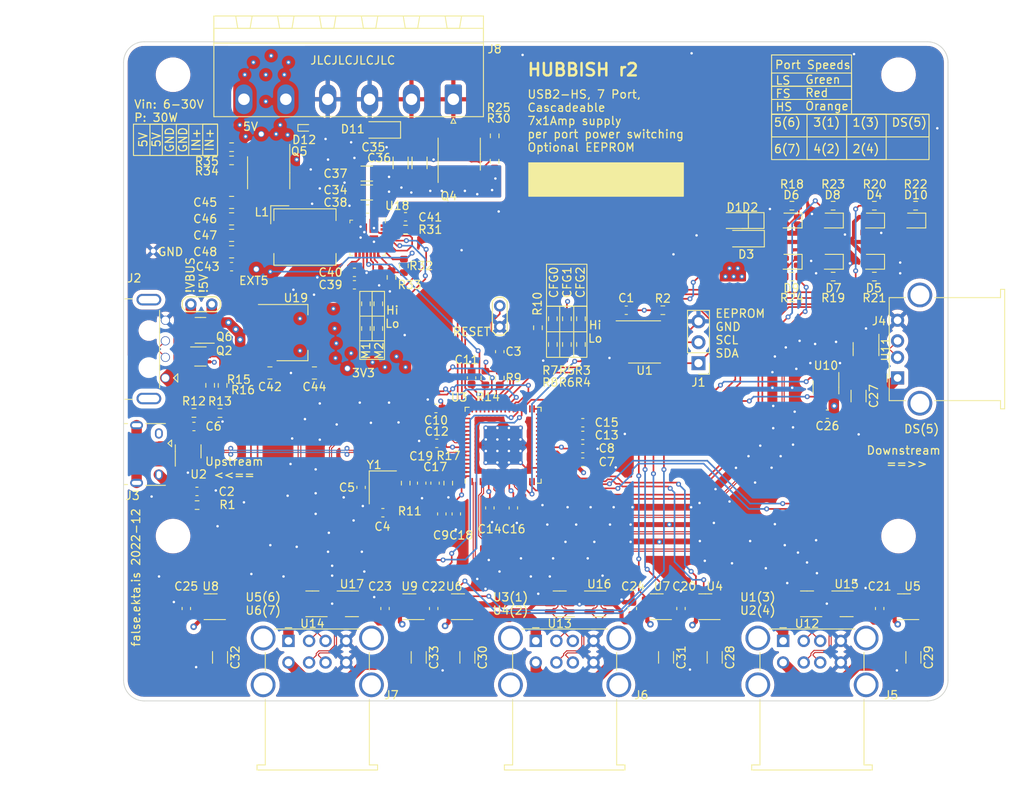
<source format=kicad_pcb>
(kicad_pcb (version 20211014) (generator pcbnew)
  (layers (0 "F.Cu" signal) (1 "In1.Cu" power) (2 "In2.Cu" power) (31 "B.Cu" signal) (34 "B.Paste" user) (35 "F.Paste" user) (36 "B.SilkS" user "B.Silkscreen") (37 "F.SilkS" user "F.Silkscreen") (38 "B.Mask" user) (39 "F.Mask" user) (44 "Edge.Cuts" user))
  (net 0 "")
  (net 1 "GND")
  (net 2 "+5V")
  (net 3 "/upstream-config-leds/~{RESET}")
  (net 4 "/upstream-config-leds/VBUS_UP")
  (net 5 "+3V3")
  (net 6 "/upstream-config-leds/VDD18")
  (net 7 "/upstream-config-leds/VDD18PLL")
  (net 8 "/downstream-port-power/VBUS1")
  (net 9 "/downstream-port-power/VBUS2")
  (net 10 "/downstream-port-power/VBUS3")
  (net 11 "/downstream-port-power/VBUS4")
  (net 12 "/downstream-port-power/VBUS5")
  (net 13 "GNDPWR")
  (net 14 "+VDC")
  (net 15 "/upstream-config-leds/xtal2")
  (net 16 "/downstream-port-power/VBUS6")
  (net 17 "/upstream-config-leds/CFG_SEL1")
  (net 18 "/upstream-config-leds/LA_3-1")
  (net 19 "/upstream-config-leds/LED_DRIVE")
  (net 20 "/upstream-config-leds/LA_4-2")
  (net 21 "/upstream-config-leds/LA_1-3")
  (net 22 "/upstream-config-leds/LA_2-4")
  (net 23 "/upstream-config-leds/LA_5-DS")
  (net 24 "/downstream-port-power/U1-")
  (net 25 "/downstream-port-power/U1+")
  (net 26 "/downstream-port-power/U2-")
  (net 27 "/downstream-port-power/U2+")
  (net 28 "/downstream-port-power/U3-")
  (net 29 "/downstream-port-power/U3+")
  (net 30 "/downstream-port-power/U4-")
  (net 31 "/downstream-port-power/U4+")
  (net 32 "/downstream-port-power/DS+")
  (net 33 "/downstream-port-power/DS-")
  (net 34 "/upstream-config-leds/EE_SDA")
  (net 35 "/downstream-port-power/U5-")
  (net 36 "/downstream-port-power/U5+")
  (net 37 "/downstream-port-power/U6-")
  (net 38 "/downstream-port-power/U6+")
  (net 39 "/upstream-config-leds/UP-")
  (net 40 "/upstream-config-leds/UP+")
  (net 41 "/upstream-config-leds/CFG_SEL2")
  (net 42 "/upstream-config-leds/CFG_SEL0-EE_SCL")
  (net 43 "/upstream-config-leds/CFG_SEL1_A")
  (net 44 "/upstream-config-leds/VBUS_DET")
  (net 45 "/upstream-config-leds/RBIAS")
  (net 46 "/upstream-config-leds/LED_A1")
  (net 47 "/upstream-config-leds/LED_A2")
  (net 48 "/upstream-config-leds/LED_A3")
  (net 49 "/upstream-config-leds/LED_A4")
  (net 50 "/upstream-config-leds/LED_A5")
  (net 51 "/upstream-config-leds/LED_A6")
  (net 52 "/upstream-config-leds/LED_A7")
  (net 53 "/upstream-config-leds/xtal1")
  (net 54 "/downstream-port-power/EN5")
  (net 55 "/downstream-port-power/OC5")
  (net 56 "/downstream-port-power/OC6")
  (net 57 "/downstream-port-power/EN6")
  (net 58 "/downstream-port-power/EN3")
  (net 59 "/downstream-port-power/OC3")
  (net 60 "/downstream-port-power/OC4")
  (net 61 "/downstream-port-power/EN4")
  (net 62 "/downstream-port-power/EN1")
  (net 63 "/downstream-port-power/OC1")
  (net 64 "/downstream-port-power/OC2")
  (net 65 "/downstream-port-power/EN2")
  (net 66 "/downstream-port-power/VBUS_DS")
  (net 67 "/downstream-port-power/OC_DS")
  (net 68 "/downstream-port-power/EN_DS")
  (net 69 "/power_input/PWR_RAW")
  (net 70 "/power_input/PolProtG")
  (net 94 "/power_input/SW")
  (net 95 "/power_input/phase")
  (net 96 "/power_input/boot")
  (net 97 "/power_input/fb")
  (net 98 "/power_input/MODE2")
  (net 99 "/power_input/MODE1")
  (net 100 "/power_input/VDD")
  (net 101 "/power_input/VDRV")
  (net 103 "unconnected-(U18-Pad10)")
  (net 104 "/upstream-config-leds/LA_7-6")
  (net 105 "/upstream-config-leds/LA_6-5")
  (net 106 "Net-(C41-Pad1)")
  (net 107 "/power_input/RevProtG")
  (net 108 "EXT_PGOOD")
  (net 109 "Net-(R15-Pad1)")
  (net 110 "Net-(Q6-Pad1)")
  (net 111 "EXT_5V")
  (footprint "Capacitor_SMD:C_1206_3216Metric" (layer "F.Cu") (at 115.9 84.7 90)
    (fp_text reference "C36")
    (fp_text value "10uF/30+")
  )
  (footprint "MountingHole:MountingHole_3.2mm_M3" (layer "F.Cu") (at 86 74)
    (fp_text reference "H3" hide)
    (fp_text value "MountingHole")
  )
  (footprint "Package_TO_SOT_SMD:SOT-23-5" (layer "F.Cu") (at 90.5625 138.57 180)
    (fp_text reference "U8")
    (fp_text value "APL3511C")
  )
  (footprint "Resistor_SMD:R_0603_1608Metric" (layer "F.Cu") (at 132.07 103.62 -90)
    (fp_text reference "R7")
    (fp_text value "10k")
  )
  (footprint "Resistor_SMD:R_0603_1608Metric" (layer "F.Cu") (at 114.2 92.8)
    (fp_text reference "R31")
    (fp_text value "0")
  )
  (footprint "Resistor_SMD:R_0603_1608Metric" (layer "F.Cu") (at 88.92 126.238 180)
    (fp_text reference "R1")
    (fp_text value "330")
  )
  (footprint "TestPoint:TestPoint_2Pads_Pitch2.54mm_Drill0.8mm" (layer "F.Cu") (at 88.158 101.854)
    (fp_text reference "JP2" hide)
    (fp_text value "Jumper_2_Open")
  )
  (footprint "Capacitor_SMD:C_0805_2012Metric" (layer "F.Cu") (at 93.1 93.5 180)
    (fp_text reference "C47")
    (fp_text value "10uF")
  )
  (footprint "LED_Dual:T1615_LiteOn_LTST_C195x" (layer "F.Cu") (at 171 96.7)
    (fp_text reference "D5")
    (fp_text value "LTST-C195KGJRKT")
  )
  (footprint "Package_TO_SOT_SMD:SOT-23-6" (layer "F.Cu") (at 87.833949 119.7154 90)
    (fp_text reference "U2")
    (fp_text value "NUP4202")
  )
  (footprint "LED_Dual:T1615_LiteOn_LTST_C195x" (layer "F.Cu") (at 161 91.7)
    (fp_text reference "D6")
    (fp_text value "LTST-C195KGJRKT")
  )
  (footprint "Package_TO_SOT_SMD:SOT-23-6" (layer "F.Cu") (at 132.9 138.22 180)
    (fp_text reference "U13")
    (fp_text value "NUP4202")
  )
  (footprint "Resistor_SMD:R_0603_1608Metric" (layer "F.Cu") (at 145.413 102.5868)
    (fp_text reference "R2")
    (fp_text value "10k")
  )
  (footprint "Capacitor_SMD:C_0603_1608Metric" (layer "F.Cu") (at 111.7125 138.79 90)
    (fp_text reference "C23")
    (fp_text value "1uF")
  )
  (footprint "Capacitor_SMD:C_0603_1608Metric" (layer "F.Cu") (at 109.6 90.3 180)
    (fp_text reference "C38")
    (fp_text value "100nF/30+")
  )
  (footprint "Capacitor_SMD:C_1206_3216Metric" (layer "F.Cu") (at 175.8 144.72 -90)
    (fp_text reference "C29")
    (fp_text value "100uF")
  )
  (footprint "Capacitor_SMD:C_0603_1608Metric" (layer "F.Cu") (at 135.7 117.78)
    (fp_text reference "C13")
    (fp_text value "1uF")
  )
  (footprint "Resistor_SMD:R_0603_1608Metric" (layer "F.Cu") (at 161.0675 89.9)
    (fp_text reference "R18")
    (fp_text value "330")
  )
  (footprint "Capacitor_SMD:C_0603_1608Metric" (layer "F.Cu") (at 117.78 123.57 -90)
    (fp_text reference "C17")
    (fp_text value "1uF")
  )
  (footprint "Resistor_SMD:R_0603_1608Metric" (layer "F.Cu") (at 166.0675 98.5 180)
    (fp_text reference "R19")
    (fp_text value "330")
  )
  (footprint "Resistor_SMD:R_0603_1608Metric" (layer "F.Cu") (at 125.0125 81.4175 90)
    (fp_text reference "R25")
    (fp_text value "10k")
  )
  (footprint "Package_SO:SOIC-8_3.9x4.9mm_P1.27mm" (layer "F.Cu") (at 120.7125 83.6375 90)
    (fp_text reference "Q4")
    (fp_text value "HSM6115")
  )
  (footprint "Package_TO_SOT_SMD:SOT-23-5" (layer "F.Cu") (at 165.196501 111.940267 -90)
    (fp_text reference "U10")
    (fp_text value "APL3511C")
  )
  (footprint "Package_TO_SOT_SMD:SOT-23-5" (layer "F.Cu") (at 120.5625 138.57 180)
    (fp_text reference "U6")
    (fp_text value "APL3511C")
  )
  (footprint "LED_Dual:T1615_LiteOn_LTST_C195x" (layer "F.Cu") (at 166 91.7)
    (fp_text reference "D8")
    (fp_text value "LTST-C195KGJRKT")
  )
  (footprint "Resistor_SMD:R_0603_1608Metric" (layer "F.Cu") (at 171.0675 89.9)
    (fp_text reference "R20")
    (fp_text value "330")
  )
  (footprint "Capacitor_SMD:C_0603_1608Metric" (layer "F.Cu") (at 135.7 116.24)
    (fp_text reference "C15")
    (fp_text value "100nF")
  )
  (footprint "Connector_USB:USB_Micro-B_Amphenol_10118194-0001LF_Horizontal" (layer "F.Cu") (at 81.578949 120.0404 -90)
    (fp_text reference "J3")
    (fp_text value "USB_B_Micro (up)")
  )
  (footprint "Capacitor_SMD:C_1206_3216Metric" (layer "F.Cu") (at 169.149501 113.002767 -90)
    (fp_text reference "C27")
    (fp_text value "100uF")
  )
  (footprint "Resistor_SMD:R_0603_1608Metric" (layer "F.Cu") (at 109.4 101.8 90)
    (fp_text reference "R28" hide)
    (fp_text value "DNP")
  )
  (footprint "Package_TO_SOT_SMD:SOT-23-6" (layer "F.Cu") (at 170.055501 107.302767 -90)
    (fp_text reference "U11")
    (fp_text value "NUP4202")
  )
  (footprint "Package_TO_SOT_SMD:SOT-23-6" (layer "F.Cu") (at 102.9 138.22 180)
    (fp_text reference "U14")
    (fp_text value "NUP4202")
  )
  (footprint "Capacitor_SMD:C_0603_1608Metric" (layer "F.Cu") (at 127.28 126.58 -90)
    (fp_text reference "C16")
    (fp_text value "100nF")
  )
  (footprint "Resistor_SMD:R_0603_1608Metric" (layer "F.Cu") (at 166.0675 89.9)
    (fp_text reference "R23")
    (fp_text value "330")
  )
  (footprint "Resistor_SMD:R_0603_1608Metric" (layer "F.Cu") (at 119.38 123.57 -90)
    (fp_text reference "R17")
    (fp_text value "12k")
  )
  (footprint "Capacitor_SMD:C_0603_1608Metric" (layer "F.Cu") (at 88.9 124.578 180)
    (fp_text reference "C2")
    (fp_text value "100nF")
  )
  (footprint "Resistor_SMD:R_0603_1608Metric" (layer "F.Cu") (at 90.5 111.7 -90)
    (fp_text reference "R15")
    (fp_text value "10k")
  )
  (footprint "Resistor_SMD:R_0603_1608Metric" (layer "F.Cu") (at 92.01 111.71 -90)
    (fp_text reference "R16")
    (fp_text value "10k")
  )
  (footprint "Resistor_SMD:R_0603_1608Metric" (layer "F.Cu") (at 123.89 110.81 -90)
    (fp_text reference "R14")
    (fp_text value "10k")
  )
  (footprint "Package_SO:SOIC-8_3.9x4.9mm_P1.27mm" (layer "F.Cu") (at 143.193 106.433)
    (fp_text reference "U1")
    (fp_text value "2k i2c eeprom")
  )
  (footprint "MountingHole:MountingHole_3.2mm_M3" (layer "F.Cu") (at 86 130)
    (fp_text reference "H1" hide)
    (fp_text value "MountingHole")
  )
  (footprint "MountingHole:MountingHole_3.2mm_M3" (layer "F.Cu") (at 174 74)
    (fp_text reference "H4" hide)
    (fp_text value "MountingHole")
  )
  (footprint "Capacitor_SMD:C_0603_1608Metric" (layer "F.Cu") (at 141.7125 138.79 90)
    (fp_text reference "C24")
    (fp_text value "1uF")
  )
  (footprint "Package_DFN_QFN:QFN-64-1EP_9x9mm_P0.5mm_EP4.7x4.7mm_ThermalVias" (layer "F.Cu") (at 126.04 118.97 90)
    (fp_text reference "U3")
    (fp_text value "USB2517")
  )
  (footprint "Capacitor_SMD:C_0603_1608Metric" (layer "F.Cu") (at 108.81 124.09 -90)
    (fp_text reference "C5")
    (fp_text value "33pF")
  )
  (footprint "Capacitor_SMD:C_1206_3216Metric" (layer "F.Cu") (at 145.8 144.72 -90)
    (fp_text reference "C31")
    (fp_text value "100uF")
  )
  (footprint "Package_TO_SOT_SMD:SOT-23-6" (layer "F.Cu") (at 167.7 138.22)
    (fp_text reference "U15")
    (fp_text value "NUP4202")
  )
  (footprint "Resistor_SMD:R_0603_1608Metric" (layer "F.Cu") (at 132.07 106.74 -90)
    (fp_text reference "R8")
    (fp_text value "10k")
  )
  (footprint "Package_TO_SOT_SMD:SOT-23-5" (layer "F.Cu") (at 174.6625 138.57 180)
    (fp_text reference "U5")
    (fp_text value "APL3511C")
  )
  (footprint "Capacitor_SMD:C_0603_1608Metric" (layer "F.Cu") (at 147.6125 138.79 90)
    (fp_text reference "C20")
    (fp_text value "1uF")
  )
  (footprint "Capacitor_SMD:C_0603_1608Metric" (layer "F.Cu") (at 87.6125 138.79 90)
    (fp_text reference "C25")
    (fp_text value "1uF")
  )
  (footprint "Diode_SMD:D_SOD-923" (layer "F.Cu") (at 101.95 80.45)
    (fp_text reference "D12")
    (fp_text value "DF2S6.2FS,L3M")
  )
  (footprint "Capacitor_SMD:C_0603_1608Metric" (layer "F.Cu") (at 171.7125 138.79 90)
    (fp_text reference "C21")
    (fp_text value "1uF")
  )
  (footprint "Connector_USB:USB_A_Stewart_SS-52100-001_Horizontal" (layer "F.Cu") (at 173.88 110.802767 90)
    (fp_text reference "J4")
    (fp_text value "USB_A (female down)")
  )
  (footprint "LED_Dual:T1615_LiteOn_LTST_C195x" (layer "F.Cu") (at 166 96.7)
    (fp_text reference "D7")
    (fp_text value "LTST-C195KGJRKT")
  )
  (footprint "Connector_PinHeader_2.54mm:PinHeader_1x03_P2.54mm_Vertical" (layer "F.Cu") (at 149.733 109.013 180)
    (fp_text reference "J1")
    (fp_text value "Conn_01x03_Male")
  )
  (footprint "Capacitor_SMD:C_0603_1608Metric" (layer "F.Cu") (at 93.1 97.3 180)
    (fp_text reference "C43")
    (fp_text value "100nF")
  )
  (footprint "Package_TO_SOT_SMD:SOT-23-5" (layer "F.Cu") (at 114.6625 138.57 180)
    (fp_text reference "U9")
    (fp_text value "APL3511C")
  )
  (footprint "Capacitor_SMD:C_0603_1608Metric" (layer "F.Cu") (at 124.43 126.58 -90)
    (fp_text reference "C14")
    (fp_text value "100nF")
  )
  (footprint "Connector_USB:USB_A_Wuerth_61400826021_Horizontal_Stacked" (layer "F.Cu") (at 160 142.72)
    (fp_text reference "J5")
    (fp_text value "USB_A_Stacked")
  )
  (footprint "et-parts:TestPoint_Plated_Hole_0.6_D0.8mm" (layer "F.Cu") (at 96.1 97.6)
    (fp_text reference "TP4" hide)
    (fp_text value "TestPoint")
  )
  (footprint "LED_Dual:T1615_LiteOn_LTST_C195x" (layer "F.Cu") (at 176 91.7)
    (fp_text reference "D10")
    (fp_text value "LTST-C195KGJRKT")
  )
  (footprint "Resistor_SMD:R_0603_1608Metric" (layer "F.Cu") (at 114.22 123.57 90)
    (fp_text reference "R11")
    (fp_text value "1M")
  )
  (footprint "LED_SMD:LED_0805_2012Metric" (layer "F.Cu") (at 154.1 91.7 180)
    (fp_text reference "D1")
    (fp_text value "HS1B")
  )
  (footprint "Resistor_SMD:R_0603_1608Metric" (layer "F.Cu") (at 133.775 106.74 -90)
    (fp_text reference "R6")
    (fp_text value "10k")
  )
  (footprint "Connector_USB:USB_A_Plug_SOFNG_USB-05" (layer "F.Cu") (at 83.070966 107.302767 180)
    (fp_text reference "J2")
    (fp_text value "USB_A male UP")
  )
  (footprint "Capacitor_SMD:C_0805_2012Metric" (layer "F.Cu") (at 93.1 91.5 180)
    (fp_text reference "C46")
    (fp_text value "10uF")
  )
  (footprint "Capacitor_SMD:C_0603_1608Metric" (layer "F.Cu") (at 108 99.5 180)
    (fp_text reference "C39")
    (fp_text value "1uF")
  )
  (footprint "Capacitor_SMD:C_0603_1608Metric" (layer "F.Cu") (at 116.16 123.57 -90)
    (fp_text reference "C19")
    (fp_text value "100nF")
  )
  (footprint "Capacitor_SMD:C_0603_1608Metric" (layer "F.Cu") (at 117.89 114.51 180)
    (fp_text reference "C10")
    (fp_text value "100nF")
  )
  (footprint "Diode_SMD:D_SOD-123F" (layer "F.Cu") (at 155.52 93.9 180)
    (fp_text reference "D3")
    (fp_text value "SM400x")
  )
  (footprint "Capacitor_SMD:C_0603_1608Metric" (layer "F.Cu") (at 165.371501 115.202767 180)
    (fp_text reference "C26")
    (fp_text value "1uF")
  )
  (footprint "Resistor_SMD:R_0603_1608Metric" (layer "F.Cu") (at 88.534 115.052)
    (fp_text reference "R12")
    (fp_text value "100k")
  )
  (footprint "Connector_USB:USB_A_Wuerth_61400826021_Horizontal_Stacked" (layer "F.Cu") (at 130 142.72)
    (fp_text reference "J6")
    (fp_text value "USB_A_Stacked")
  )
  (footprint "Resistor_SMD:R_0603_1608Metric" (layer "F.Cu") (at 135.48 106.74 -90)
    (fp_text reference "R4")
    (fp_text value "10k")
  )
  (footprint "Capacitor_SMD:C_0805_2012Metric" (layer "F.Cu") (at 103.15 110.2 180)
    (fp_text reference "C44")
    (fp_text value "10uF")
  )
  (footprint "Capacitor_SMD:C_1206_3216Metric" (layer "F.Cu") (at 109.5 88.3 180)
    (fp_text reference "C34")
    (fp_text value "10uF/30+")
  )
  (footprint "Resistor_SMD:R_0603_1608Metric" (layer "F.Cu") (at 130.26 104.71 -90)
    (fp_text reference "R10")
    (fp_text value "330")
  )
  (footprint "Resistor_SMD:R_0603_1608Metric" (layer "F.Cu") (at 171.0675 98.5 180)
    (fp_text reference "R21")
    (fp_text value "330")
  )
  (footprint "Capacitor_SMD:C_1206_3216Metric" (layer "F.Cu") (at 91.7 144.72 -90)
    (fp_text reference "C32")
    (fp_text value "100uF")
  )
  (footprint "Capacitor_SMD:C_1206_3216Metric" (layer "F.Cu") (at 109.5 86 180)
    (fp_text reference "C37")
    (fp_text value "10uF/30+")
  )
  (footprint "Resistor_SMD:R_0603_1608Metric" (layer "F.Cu") (at 114 97.2 -90)
    (fp_text reference "R32")
    (fp_text value "75k")
  )
  (footprint "Package_TO_SOT_SMD:SOT-23-5" (layer "F.Cu") (at 150.5625 138.57 180)
    (fp_text reference "U4")
    (fp_text value "APL3511C")
  )
  (footprint "Package_TO_SOT_SMD:SOT-23" (layer "F.Cu") (at 89.325 105.025 180)
    (fp_text reference "Q6")
    (fp_text value "AO3401A")
  )
  (footprint "Resistor_SMD:R_0603_1608Metric" (layer "F.Cu") (at 176.0675 89.9)
    (fp_text reference "R22")
    (fp_text value "330")
  )
  (footprint "Capacitor_SMD:C_0805_2012Metric" (layer "F.Cu") (at 93.1 89.5 180)
    (fp_text reference "C45")
    (fp_text value "10uF")
  )
  (footprint "Capacitor_SMD:C_0603_1608Metric" (layer "F.Cu") (at 108 97.99)
    (fp_text reference "C40")
    (fp_text value "1uF")
  )
  (footprint "Package_TO_SOT_SMD:SOT-363_SC-70-6" (layer "F.Cu") (at 89.325 108.2)
    (fp_text reference "Q2")
    (fp_text value "BCM857BS")
  )
  (footprint "MountingHole:MountingHole_3.2mm_M3" (layer "F.Cu") (at 174 130)
    (fp_text reference "H2" hide)
    (fp_text value "MountingHole")
  )
  (footprint "Capacitor_SMD:C_0603_1608Metric" (layer "F.Cu") (at 117.6125 138.79 90)
    (fp_text reference "C22")
    (fp_text value "1uF")
  )
  (footprint "Resistor_SMD:R_0603_1608Metric" (layer "F.Cu") (at 91.694 115.062)
    (fp_text reference "R13")
    (fp_text value "100k")
  )
  (footprint "LED_Dual:T1615_LiteOn_LTST_C195x" (layer "F.Cu") (at 171 91.7)
    (fp_text reference "D4")
    (fp_text value "LTST-C195KGJRKT")
  )
  (footprint "Capacitor_SMD:C_0603_1608Metric" (layer "F.Cu") (at 118.6 127.31 -90)
    (fp_text reference "C9")
    (fp_text value "1uF")
  )
  (footprint "Resistor_SMD:R_0603_1608Metric" (layer "F.Cu") (at 112.5 98.6 -90)
    (fp_text reference "R33")
    (fp_text value "10k")
  )
  (footprint "Resistor_SMD:R_0603_1608Metric" (layer "F.Cu") (at 125 84.5 90)
    (fp_text reference "R30")
    (fp_text value "20k")
  )
  (footprint "Capacitor_SMD:C_0603_1608Metric" (layer "F.Cu") (at 111.45 127.16)
    (fp_text reference "C4")
    (fp_text value "33pF")
  )
  (footprint "Capacitor_SMD:C_0603_1608Metric" (layer "F.Cu") (at 122.21 110.79 90)
    (fp_text reference "C11")
    (fp_text value "100nF")
  )
  (footprint "Package_SO:SOIC-8_3.9x4.9mm_P1.27mm" (layer "F.Cu") (at 97.6 85.9 -90)
    (fp_text reference "Q5")
    (fp_text value "HSM6115")
  )
  (footprint "Inductor_SMD:L_Chilisin_BMRx00060630" (layer "F.Cu") (at 102 93.7)
    (fp_text reference "L1")
    (fp_text value "1.5uH")
  )
  (footprint "Resistor_SMD:R_0603_1608Metric" (layer "F.Cu") (at 110.9 101.8 90)
    (fp_text reference "R26" hide)
    (fp_text value "DNP")
  )
  (footprint "et-parts:TestPoint_Plated_Hole_0.6_D0.8mm" (layer "F.Cu") (at 83.6 95.4)
    (fp_text reference "TP3" hide)
    (fp_text value "TestPoint")
  )
  (footprint "Package_DFN_QFN:Vishay_MLP-44L_4x4" (layer "F.Cu") (at 109.6 93.8 -90)
    (fp_text reference "U18")
    (fp_text value "SiC437AED")
  )
  (footprint "Capacitor_SMD:C_1206_3216Metric" (layer "F.Cu") (at 151.7 144.72 -90)
    (fp_text reference "C28")
    (fp_text value "100uF")
  )
  (footprint "Diode_SMD:D_SOD-123F" (layer "F.Cu") (at 111.4 80.7 180)
    (fp_text reference "D11")
    (fp_text value "SMF24A")
  )
  (footprint "Capacitor_SMD:C_0603_1608Metric" (layer "F.Cu") (at 117.99 118.74 180)
    (fp_text reference "C12")
    (fp_text value "100nF")
  )
  (footprint "Crystal:Crystal_SMD_3225-4Pin_3.2x2.5mm" (layer "F.Cu") (at 111.45 124.09 -90)
    (fp_text reference "Y1")
    (fp_text value "24MHz")
  )
  (footprint "Capacitor_SMD:C_0603_1608Metric" (layer "F.Cu") (at 125.63 107.616 90)
    (fp_text reference "C3")
    (fp_text value "100nF")
  )
  (footprint "Resistor_SMD:R_0603_1608Metric" (layer "F.Cu") (at 133.775 103.62 -90)
    (fp_text reference "R5")
    (fp_text value "10k")
  )
  (footprint "Resistor_SMD:R_0603_1608Metric" (layer "F.Cu") (at 135.48 103.62 -90)
    (fp_text reference "R3")
    (fp_text value "10k")
  )
  (footprint "LED_Dual:T1615_LiteOn_LTST_C195x" (layer "F.Cu") (at 161 96.7)
    (fp_text reference "D9")
    (fp_text value "LTST-C195KGJRKT")
  )
  (footprint "Connector_Phoenix_MSTB:PhoenixContact_MSTBA_2,5_6-G-5,08_1x06_P5.08mm_Horizontal" (layer "F.Cu") (at 120 76.98 180)
    (fp_text reference "J8")
    (fp_text value "Conn_01x06")
  )
  (footprint "et-parts:TestPoint_Plated_Hole_0.6_D0.8mm" (layer "F.Cu") (at 107.15 109.65)
    (fp_text reference "TP2" hide)
    (fp_text value "TestPoint")
  )
  (footprint "Resistor_SMD:R_0603_1608Metric" (layer "F.Cu") (at 161.0675 98.5 180)
    (fp_text reference "R24")
    (fp_text value "330")
  )
  (footprint "Capacitor_SMD:C_0603_1608Metric" (layer "F.Cu") (at 88.534 116.7)
    (fp_text reference "C6")
    (fp_text value "1uF")
  )
  (footprint "Capacitor_SMD:C_0805_2012Metric" (layer "F.Cu") (at 93.1 95.5 180)
    (fp_text reference "C48")
    (fp_text value "10uF")
  )
  (footprint "Capacitor_SMD:C_0603_1608Metric" (layer "F.Cu") (at 114.2 91.25 180)
    (fp_text reference "C41")
    (fp_text value "100nF")
  )
  (footprint "Capacitor_SMD:C_0603_1608Metric" (layer "F.Cu") (at 140.973 102.5868 180)
    (fp_text reference "C1")
    (fp_text value "100nF")
  )
  (footprint "Resistor_SMD:R_0603_1608Metric" (layer "F.Cu") (at 109.4 104.8 90)
    (fp_text reference "R29" hide)
    (fp_text value "510k")
  )
  (footprint "Capacitor_SMD:C_1206_3216Metric" (layer "F.Cu") (at 113.6 84.7 90)
    (fp_text reference "C35")
    (fp_text value "10uF/30+")
  )
  (footprint "Capacitor_SMD:C_0603_1608Metric" (layer "F.Cu") (at 135.7 119.37)
    (fp_text reference "C8")
    (fp_text value "100nF")
  )
  (footprint "Capacitor_SMD:C_0603_1608Metric" (layer "F.Cu") (at 135.7 121.03)
    (fp_text reference "C7")
    (fp_text value "1uF")
  )
  (footprint "Package_TO_SOT_SMD:SOT-23-5" (layer "F.Cu") (at 144.6625 138.57 180)
    (fp_text reference "U7")
    (fp_text value "APL3511C")
  )
  (footprint "Package_TO_SOT_SMD:SOT-23-6" (layer "F.Cu") (at 107.7 138.22)
    (fp_text reference "U17")
    (fp_text value "NUP4202")
  )
  (footprint "LED_SMD:LED_0805_2012Metric" (layer "F.Cu") (at 156 91.7 180)
    (fp_text reference "D2")
    (fp_text value "HS1A")
  )
  (footprint "Capacitor_SMD:C_1206_3216Metric" (layer "F.Cu") (at 115.8 144.72 -90)
    (fp_text reference "C33")
    (fp_text value "100uF")
  )
  (footprint "Resistor_SMD:R_0603_1608Metric" (layer "F.Cu") (at 110.9 104.8 90)
    (fp_text reference "R27" hide)
    (fp_text value "200k")
  )
  (footprint "Resistor_SMD:R_0603_1608Metric" (layer "F.Cu") (at 93.1 84.4 180)
    (fp_text reference "R34")
    (fp_text value "10k")
  )
  (footprint "Connector_USB:USB_A_Wuerth_61400826021_Horizontal_Stacked" (layer "F.Cu") (at 100 142.72)
    (fp_text reference "J7")
    (fp_text value "USB_A_Stacked")
  )
  (footprint "Resistor_SMD:R_0603_1608Metric" (layer "F.Cu") (at 93.1 82.8 180)
    (fp_text reference "R35")
    (fp_text value "20k")
  )
  (footprint "Package_TO_SOT_SMD:SOT-223-3_TabPin2" (layer "F.Cu") (at 100.45 105.3)
    (fp_text reference "U19")
    (fp_text value "AMS1117-33")
  )
  (footprint "Capacitor_SMD:C_1206_3216Metric" (layer "F.Cu") (at 121.7 144.72 -90)
    (fp_text reference "C30")
    (fp_text value "100uF")
  )
  (footprint "et-parts:TestPoint_Plated_Hole_0.6_D0.8mm" (layer "F.Cu") (at 96.7 81.2)
    (fp_text reference "TP1" hide)
    (fp_text value "TestPoint")
  )
  (footprint "Resistor_SMD:R_0603_1608Metric" (layer "F.Cu") (at 125.63 110.82 -90)
    (fp_text reference "R9")
    (fp_text value "100k")
  )
  (footprint "Capacitor_SMD:C_0805_2012Metric" (layer "F.Cu") (at 97.75 110.2)
    (fp_text reference "C42")
    (fp_text value "10uF")
  )
  (footprint "Capacitor_SMD:C_0603_1608Metric" (layer "F.Cu") (at 120.36 127.31 -90)
    (fp_text reference "C18")
    (fp_text value "100nF")
  )
  (footprint "Package_TO_SOT_SMD:SOT-23-6" (layer "F.Cu") (at 162.9 138.22 180)
    (fp_text reference "U12")
    (fp_text value "NUP4202")
  )
  (footprint "TestPoint:TestPoint_2Pads_Pitch2.54mm_Drill0.8mm" (layer "F.Cu") (at 125.63 102.048 -90)
    (fp_text reference "JP1" hide)
    (fp_text value "Jumper_2_Open")
  )
  (footprint "Package_TO_SOT_SMD:SOT-23-6" (layer "F.Cu") (at 137.7 138.22)
    (fp_text reference "U16")
    (fp_text value "NUP4202")
  )
  (gr_line (start 111.6 103.3) (end 108.7 103.3) (layer "F.SilkS") (width 0.12))
  (gr_rect (start 172.5 78.8) (end 167.7 84.3) (layer "F.SilkS") (width 0.12) (fill none))
  (gr_rect (start 86.4 80) (end 87.9 83.8) (layer "F.SilkS") (width 0.12) (fill none))
  (gr_rect (start 131.3 105.2) (end 136.2 102.1) (layer "F.SilkS") (width 0.12) (fill none))
  (gr_rect (start 83.2 80) (end 84.7 83.8) (layer "F.SilkS") (width 0.12) (fill none))
  (gr_rect (start 129.15 84.7) (end 147.9 88.75) (layer "F.SilkS") (width 0.12) (fill solid))
  (gr_rect (start 162.9 78.8) (end 167.7 84.3) (layer "F.SilkS") (width 0.12) (fill none))
  (gr_rect (start 91.4 80) (end 81.2 83.8) (layer "F.SilkS") (width 0.12) (fill none))
  (gr_rect (start 158.6 78.8) (end 168.3 71.6) (layer "F.SilkS") (width 0.12) (fill none))
  (gr_rect (start 132.9 102.1) (end 134.6 108.3) (layer "F.SilkS") (width 0.12) (fill none))
  (gr_rect (start 89.6 80) (end 91.4 83.8) (layer "F.SilkS") (width 0.12) (fill none))
  (gr_rect (start 131.3 102.1) (end 136.2 97) (layer "F.SilkS") (width 0.12) (fill none))
  (gr_rect (start 110.15 100.3) (end 111.65 106.3) (layer "F.SilkS") (width 0.12) (fill none))
  (gr_rect (start 158.6 78.8) (end 177.7 84.3) (layer "F.SilkS") (width 0.12) (fill none))
  (gr_rect (start 108.65 100.3) (end 111.65 106.3) (layer "F.SilkS") (width 0.12) (fill none))
  (gr_rect (start 158.6 81.55) (end 177.7 78.8) (layer "F.SilkS") (width 0.12) (fill none))
  (gr_rect (start 158.6 73.8) (end 168.3 75.4) (layer "F.SilkS") (width 0.12) (fill none))
  (gr_rect (start 111.65 106.3) (end 108.65 108.55) (layer "F.SilkS") (width 0.12) (fill none))
  (gr_rect (start 131.3 102.1) (end 136.2 108.3) (layer "F.SilkS") (width 0.12) (fill none))
  (gr_rect (start 158.6 75.4) (end 168.3 77) (layer "F.SilkS") (width 0.12) (fill none))
  (gr_arc (start 80 72.5) (mid 80.732233 70.732233) (end 82.5 70) (layer "Edge.Cuts") (width 0.1))
  (gr_line (start 82.5 150) (end 177.5 150) (layer "Edge.Cuts") (width 0.1))
  (gr_line (start 80 72.5) (end 80 147.5) (layer "Edge.Cuts") (width 0.1))
  (gr_arc (start 180 147.5) (mid 179.267767 149.267767) (end 177.5 150) (layer "Edge.Cuts") (width 0.1))
  (gr_arc (start 82.5 150) (mid 80.732233 149.267767) (end 80 147.5) (layer "Edge.Cuts") (width 0.1))
  (gr_arc (start 177.5 70) (mid 179.267767 70.732233) (end 180 72.5) (layer "Edge.Cuts") (width 0.1))
  (gr_line (start 180 147.5) (end 180 72.5) (layer "Edge.Cuts") (width 0.1))
  (gr_line (start 177.5 70) (end 82.5 70) (layer "Edge.Cuts") (width 0.1))
  (gr_text "DS(5)" (at 176.8 117) (layer "F.SilkS") (effects (font (size 1 1))))
  (gr_text "EEPROM\nGND\nSCL\nSDA" (at 151.7 105.4) (layer "F.SilkS") (effects (font (size 1 1)) (justify left)))
  (gr_text "RESET" (at 122.2 105.2) (layer "F.SilkS") (effects (font (size 1 1))))
  (gr_text "U3(1)\nU4(2)" (at 126.93 138.22) (layer "F.SilkS") (effects (font (size 1 1))))
  (gr_text "Downstream \n==>>" (at 175 120.4) (layer "F.SilkS") (effects (font (size 1 1))))
  (gr_text "3V3" (at 109.1 110.2) (layer "F.SilkS") (effects (font (size 1 1))))
  (gr_text "5V\n5V\nGND\nGND\nIN+\nIN+" (at 86.4 81.9 90) (layer "F.SilkS") (effects (font (size 1 1))))
  (gr_text "false.ekta.is 2022-12\n" (at 81.5 143.5 90) (layer "F.SilkS") (effects (font (size 1 1)) (justify left)))
  (gr_text "U5(6)\nU6(7)" (at 96.93 138.22) (layer "F.SilkS") (effects (font (size 1 1))))
  (gr_text "JLCJLCJLCJLC" (at 107.8 72.25) (layer "F.SilkS") (effects (font (size 1 1))))
  (gr_text "Port Speeds" (at 163.6 72.8) (layer "F.SilkS") (effects (font (size 1 1))))
  (gr_text "Hi\nLo" (at 137.2 105.2) (layer "F.SilkS") (effects (font (size 1 1))))
  (gr_text "CFG0\nCFG1\nCFG2" (at 133.8 99.2 90) (layer "F.SilkS") (effects (font (size 1 1))))
  (gr_text "5(6)  3(1)  1(3)  DS(5)\n\n6(7)  4(2)  2(4)" (at 158.8 81.4) (layer "F.SilkS") (effects (font (size 1 1)) (justify left)))
  (gr_text "EXT5" (at 95.8 99) (layer "F.SilkS") (effects (font (size 1 1))))
  (gr_text "Green\nRed\nOrange" (at 162.6 76.2) (layer "F.SilkS") (effects (font (size 1 1)) (justify left)))
  (gr_text "Hi\nLo" (at 112.6 103.4) (layer "F.SilkS") (effects (font (size 1 1))))
  (gr_text "M1\nM2" (at 110.2 107.5 90) (layer "F.SilkS") (effects (font (size 1 1))))
  (gr_text "Vin: 6-30V\nP: 30W" (at 81.2 78.4) (layer "F.SilkS") (effects (font (size 1 1)) (justify left)))
  (gr_text "Upstream\n<<==" (at 93.42 121.75) (layer "F.SilkS") (effects (font (size 1 1))))
  (gr_text "GND" (at 85.7 95.5) (layer "F.SilkS") (effects (font (size 1 1))))
  (gr_text "HUBBISH r2" (at 135.728571 73.4) (layer "F.SilkS") (effects (font (size 1.5 1.5) (thickness 0.3))))
  (gr_text "5V" (at 95.4 80.3) (layer "F.SilkS") (effects (font (size 1 1))))
  (gr_text "USB2-HS, 7 Port,\nCascadeable\n7x1Amp supply\nper port power switching\nOptional EEPROM" (at 128.9 79.6) (layer "F.SilkS") (effects (font (size 1 1)) (justify left)))
  (gr_text "!VBUS\n!5V\n" (at 88.9 100.584 90) (layer "F.SilkS") (effects (font (size 1 1)) (justify left)))
  (gr_text "U1(3)\nU2(4)" (at 156.93 138.22) (layer "F.SilkS") (effects (font (size 1 1))))
  (gr_text "LS\nFS\nHS" (at 159 76.3) (layer "F.SilkS") (effects (font (size 1 1)) (justify left)))
  (segment (start 118.17 138.57) (end 117.7 138.1) (width 0.2) (layer "F.Cu") (net 1))
  (segment (start 118.595 146.195) (end 118.7 146.3) (width 0.5) (layer "F.Cu") (net 1))
  (segment (start 140.718 105.798) (end 140.718 107.068) (width 0.2) (layer "F.Cu") (net 1))
  (segment (start 109.83 127.16) (end 109.02 126.35) (width 0.2) (layer "F.Cu") (net 1))
  (segment (start 87.8 122.3) (end 87.833949 122.266051) (width 0.2) (layer "F.Cu") (net 1))
  (segment (start 117.215 118.74) (end 116.14 118.74) (width 0.2) (layer "F.Cu") (net 1))
  (segment (start 108.775 97.99) (end 109.42 97.99) (width 0.2) (layer "F.Cu") (net 1))
  (segment (start 110.445 95.728) (end 110.445 96.445) (width 0.2) (layer "F.Cu") (net 1))
  (segment (start 147.6125 136.7125) (end 147.6 136.7) (width 0.2) (layer "F.Cu") (net 1))
  (segment (start 92.519 115.581) (end 92.519 115.062) (width 0.2) (layer "F.Cu") (net 1))
  (segment (start 109.095 95.728) (end 109.095 97.005) (width 0.2) (layer "F.Cu") (net 1))
  (segment (start 92 116.1) (end 92.519 115.581) (width 0.2) (layer "F.Cu") (net 1))
  (segment (start 137.47 119.37) (end 137.5 119.4) (width 0.5) (layer "F.Cu") (net 1))
  (segment (start 136.15 138.22) (end 135.3305 138.22) (width 0.2) (layer "F.Cu") (net 1))
  (segment (start 140.718 108.338) (end 138.978 108.338) (width 0.2) (layer "F.Cu") (net 1))
  (segment (start 141.7125 138.015) (end 140.715 138.015) (width 0.5) (layer "F.Cu") (net 1))
  (segment (start 116.14 118.74) (end 115.85 118.45) (width 0.2) (layer "F.Cu") (net 1))
  (segment (start 165.32 138.22) (end 165.3 138.2) (width 0.2) (layer "F.Cu") (net 1))
  (segment (start 109.317 94.54) (end 109.317 94.683) (width 0.2) (layer "F.Cu") (net 1))
  (segment (start 119.38 125.28) (end 119.4 125.3) (width 0.2) (layer "F.Cu") (net 1))
  (segment (start 109.42 97.99) (end 109.474 98.044) (width 0.2) (layer "F.Cu") (net 1))
  (segment (start 127.28 127.98) (end 127.7 128.4) (width 0.2) (layer "F.Cu") (net 1))
  (segment (start 87.6125 138.015) (end 86.115 138.015) (width 0.5) (layer "F.Cu") (net 1))
  (segment (start 88.17 138.57) (end 87.6 138) (width 0.2) (layer "F.Cu") (net 1))
  (segment (start 124.43 128.03) (end 124.7 128.3) (width 0.2) (layer "F.Cu") (net 1))
  (segment (start 173.905 146.195) (end 173.8 146.3) (width 0.5) (layer "F.Cu") (net 1))
  (segment (start 132.07 107.565) (end 133.775 107.565) (width 0.2) (layer "F.Cu") (net 1))
  (segment (start 170.055501 106.352767) (end 170.055501 105.285501) (width 0.2) (layer "F.Cu") (net 1))
  (segment (start 87.7 122.4) (end 87.8 122.3) (width 0.2) (layer "F.Cu") (net 1))
  (segment (start 147.03 138.57) (end 147.6 138) (width 0.2) (layer "F.Cu") (net 1))
  (segment (start 164.45 138.22) (end 165.28 138.22) (width 0.2) (layer "F.Cu") (net 1))
  (segment (start 136.405 120.895) (end 136.3 121) (width 0.5) (layer "F.Cu") (net 1))
  (segment (start 116.2 124.4) (end 116.2 125.4) (width 0.5) (layer "F.Cu") (net 1))
  (segment (start 115.8 146.195) (end 118.595 146.195) (width 0.5) (layer "F.Cu") (net 1))
  (segment (start 115.8 138.57) (end 117.03 138.57) (width 0.2) (layer "F.Cu") (net 1))
  (segment (start 140.718 107.068) (end 140.718 108.338) (width 0.2) (layer "F.Cu") (net 1))
  (segment (start 111.0975 137.4) (end 111.7125 138.015) (width 0.5) (layer "F.Cu") (net 1))
  (segment (start 89.675 126.168) (end 89.745 126.238) (width 1.27) (layer "F.Cu") (net 1))
  (segment (start 112.3 123.09) (end 110.62 124.77) (width 0.2) (layer "F.Cu") (net 1))
  (segment (start 140.718 104.528) (end 140.718 105.798) (width 0.2) (layer "F.Cu") (net 1))
  (segment (start 133.775 107.565) (end 135.48 107.565) (width 0.2) (layer "F.Cu") (net 1))
  (segment (start 118.7 146.3) (end 118.805 146.195) (width 0.5) (layer "F.Cu") (net 1))
  (segment (start 110.445 94.353) (end 110.37 94.278) (width 0.2) (layer "F.Cu") (net 1))
  (segment (start 135.2695 138.22) (end 135.3 138.2505) (width 0.2) (layer "F.Cu") (net 1))
  (segment (start 145.8 138.57) (end 147.03 138.57) (width 0.2) (layer "F.Cu") (net 1))
  (segment (start 98.7 110.2) (end 99 110.2) (width 0.2) (layer "F.Cu") (net 1))
  (segment (start 117.03 138.57) (end 117.6 138) (width 0.2) (layer "F.Cu") (net 1))
  (segment (start 110.445 96.445) (end 110.8 96.8) (width 0.2) (layer "F.Cu") (net 1))
  (segment (start 109.095 97.005) (end 109.095 97.67) (width 0.2) (layer "F.Cu") (net 1))
  (segment (start 119.38 124.395) (end 119.38 125.28) (width 0.2) (layer "F.Cu") (net 1))
  (segment (start 89.675 124.578) (end 91.068 124.578) (width 1.27) (layer "F.Cu") (net 1))
  (segment (start 165.28 138.22) (end 165.3 138.2) (width 0.2) (layer "F.Cu") (net 1))
  (segment (start 108.81 126.14) (end 109.02 126.35) (width 0.2) (layer "F.Cu") (net 1))
  (segment (start 110.675 127.16) (end 110.675 125.305) (width 0.2) (layer "F.Cu") (net 1))
  (segment (start 110.62 124.77) (end 110.62 125.15) (width 0.2) (layer "F.Cu") (net 1))
  (segment (start 108.81 124.865) (end 108.81 126.14) (width 0.2) (layer "F.Cu") (net 1))
  (segment (start 136.405 116.24) (end 136.405 120.895) (width 0.5) (layer "F.Cu") (net 1))
  (segment (start 91.7 138.57) (end 88.17 138.57) (width 0.2) (layer "F.Cu") (net 1))
  (segment (start 130.4525 121.72) (end 128.79 121.72) (width 0.2) (layer "F.Cu") (net 1))
  (segment (start 140.198 102.5868) (end 140.198 104.008) (width 0.2) (layer "F.Cu") (net 1))
  (segment (start 110.675 127.16) (end 109.83 127.16) (width 0.2) (layer "F.Cu") (net 1))
  (segment (start 138.978 108.338) (end 138.938 108.378) (width 0.2) (layer "F.Cu") (net 1))
  (segment (start 135.3305 138.22) (end 135.3 138.2505) (width 0.2) (layer "F.Cu") (net 1))
  (segment (start 102.37 80.45) (end 103.25 80.45) (width 0.2) (layer "F.Cu") (net 1))
  (segment (start 110.6 125.19) (end 109.16 125.19) (width 0.2) (layer "F.Cu") (net 1))
  (segment (start 121.7 138.57) (end 118.17 138.57) (width 0.2) (layer "F.Cu") (net 1))
  (segment (start 120.36 128.085) (end 120.36 129.14) (width 0.2) (layer "F.Cu") (net 1))
  (segment (start 117.6 138) (end 117.6 136.7) (width 0.2) (layer "F.Cu") (net 1))
  (segment (start 128.79 121.72) (end 128.14 121.07) (width 0.2) (layer "F.Cu") (net 1))
  (segment (start 151.7 138.57) (end 148.07 138.57) (width 0.2) (layer "F.Cu") (net 1))
  (segment (start 151.695 146.2) (end 151.7 146.195) (width 0.5) (layer "F.Cu") (net 1))
  (segment (start 91.7 146.195) (end 89.095 146.195) (width 0.5) (layer "F.Cu") (net 1))
  (segment (start 106.15 138.22) (end 105.32 138.22) (width 0.2) (layer "F.Cu") (net 1))
  (segment (start 118.615 128.085) (end 118.6 128.1) (width 0.2) (layer "F.Cu") (net 1))
  (segment (start 89.675 124.578) (end 89.675 126.168) (width 1.27) (layer "F.Cu") (net 1))
  (segment (start 85.2404 121.3404) (end 86.3 122.4) (width 0.2) (layer "F.Cu") (net 1))
  (segment (start 175.8 138.57) (end 172.27 138.57) (width 0.2) (layer "F.Cu") (net 1))
  (segment (start 172.27 138.57) (end 171.7 138) (width 0.2) (layer "F.Cu") (net 1))
  (segment (start 112.3 122.99) (end 112.3 123.09) (width 0.2) (layer "F.Cu") (net 1))
  (segment (start 147.6125 138.015) (end 147.6125 136.7125) (width 0.2) (layer "F.Cu") (net 1))
  (segment (start 105.32 138.22) (end 105.3 138.2) (width 0.2) (layer "F.Cu") (net 1))
  (segment (start 140.715 138.015) (end 140.4 137.7) (width 0.5) (layer "F.Cu") (net 1))
  (segment (start 122.21 110.015) (end 122.21 109.023587) (width 0.2) (layer "F.Cu") (net 1))
  (segment (start 136.325 119.37) (end 137.47 119.37) (width 0.5) (layer "F.Cu") (net 1))
  (segment (start 148.695 146.195) (end 148.7 146.2) (width 0.5) (layer "F.Cu") (net 1))
  (segment (start 127.28 127.355) (end 127.28 127.98) (width 0.2) (layer "F.Cu") (net 1))
  (segment (start 140.198 104.008) (end 140.718 104.528) (width 0.2) (layer "F.Cu") (net 1))
  (segment (start 120.36 129.14) (end 120.3 129.2) (width 0.2) (layer "F.Cu") (net 1))
  (segment (start 170.055501 105.285501) (end 170.053 105.283) (width 0.2) (layer "F.Cu") (net 1))
  (segment (start 124.43 127.355) (end 124.43 128.03) (width 0.2) (layer "F.Cu") (net 1))
  (segment (start 110.675 125.305) (end 110.62 125.25) (width 0.2) (layer "F.Cu") (net 1))
  (segment (start 147.868 105.798) (end 149.733 103.933) (width 0.2) (layer "F.Cu") (net 1))
  (segment (start 86.115 138.015) (end 86.1 138) (width 0.5) (layer "F.Cu") (net 1))
  (segment (start 103.25 80.45) (end 103.3 80.4) (width 0.2) (layer "F.Cu") (net 1))
  (segment (start 118.805 146.195) (end 121.7 146.195) (width 0.5) (layer "F.Cu") (net 1))
  (segment (start 122.21 109.023587) (end 122.03498 108.848567) (width 0.2) (layer "F.Cu") (net 1))
  (segment (start 116.255 124.345) (end 116.2 124.4) (width 0.5) (layer "F.Cu") (net 1))
  (segment (start 98.7 110.2) (end 102.2 110.2) (width 0.5) (layer "F.Cu") (net 1))
  (segment (start 89.309 116.7) (end 91.4 116.7) (width 0.2) (layer "F.Cu") (net 1))
  (segment (start 175.8 146.195) (end 173.905 146.195) (width 0.5) (layer "F.Cu") (net 1))
  (segment (start 84.278949 121.3404) (end 85.2404 121.3404) (width 0.2) (layer "F.Cu") (net 1))
  (segment (start 134.45 138.22) (end 135.2695 138.22) (width 0.2) (layer "F.Cu") (net 1))
  (segment (start 120.36 128.085) (end 118.615 128.085) (width 0.2) (layer "F.Cu") (net 1))
  (segment (start 110.445 95.728) (end 110.445 94.353) (width 0.2) (layer "F.Cu") (net 1))
  (segment (start 145.8 146.195) (end 148.695 146.195) (width 0.5) (layer "F.Cu") (net 1))
  (segment (start 104.45 138.22) (end 105.28 138.22) (width 0.2) (layer "F.Cu") (net 1))
  (segment (start 105.28 138.22) (end 105.3 138.2) (width 0.2) (layer "F.Cu") (net 1))
  (segment (start 87.833949 122.266051) (end 87.833949 120.8529) (width 0.2) (layer "F.Cu") (net 1))
  (segment (start 110.4 137.4) (end 111.0975 137.4) (width 0.5) (layer "F.Cu") (net 1))
  (segment (start 86.3 122.4) (end 87.7 122.4) (width 0.2) (layer "F.Cu") (net 1))
  (segment (start 109.16 125.19) (end 108.82 124.85) (width 0.2) (layer "F.Cu") (net 1))
  (segment (start 148.07 138.57) (end 147.6 138.1) (width 0.2) (layer "F.Cu") (net 1))
  (segment (start 166.15 138.22) (end 165.32 138.22) (width 0.2) (layer "F.Cu") (net 1))
  (segment (start 117.78 124.345) (end 116.255 124.345) (width 0.5) (layer "F.Cu") (net 1))
  (segment (start 117.115 114.51) (end 117.115 113.639648) (width 0.2) (layer "F.Cu") (net 1))
  (segment (start 145.668 105.798) (end 147.868 105.798) (width 0.2) (layer "F.Cu") (net 1))
  (segment (start 91.4 116.7) (end 92 116.1) (width 0.2) (layer "F.Cu") (net 1))
  (segment (start 169.149501 117.638301) (end 169.164 117.6528) (width 0.5) (layer "F.Cu") (net 1))
  (segment (start 117.115 113.639648) (end 116.897852 113.4225) (width 0.2) (layer "F.Cu") (net 1))
  (segment (start 91.068 124.578) (end 91.186 124.46) (width 1.27) (layer "F.Cu") (net 1))
  (segment (start 89.095 146.195) (end 88.8 145.9) (width 0.5) (layer "F.Cu") (net 1))
  (segment (start 148.7 146.2) (end 151.695 146.2) (width 0.5) (layer "F.Cu") (net 1))
  (segment (start 109.095 97.67) (end 108.775 97.99) (width 0.2) (layer "F.Cu") (net 1))
  (via (at 163.5 90.9) (size 0.6) (drill 0.3) (layers "F.Cu" "B.Cu") (net 1))
  (via (at 150.5 133) (size 0.6) (drill 0.3) (layers "F.Cu" "B.Cu") (net 1))
  (via (at 135.3 138.2505) (size 0.6) (drill 0.3) (layers "F.Cu" "B.Cu") (net 1))
  (via (at 160.3248 107.1) (size 0.6) (drill 0.3) (layers "F.Cu" "B.Cu") (net 1))
  (via (at 149.5 93.5) (size 0.6) (drill 0.3) (layers "F.Cu" "B.Cu") (net 1))
  (via (at 129.4 134.9) (size 0.6) (drill 0.3) (layers "F.Cu" "B.Cu") (net 1))
  (via (at 132.1 132.7) (size 0.6) (drill 0.3) (layers "F.Cu" "B.Cu") (net 1))
  (via (at 100.3 110.2) (size 0.6) (drill 0.3) (layers "F.Cu" "B.Cu") (net 1))
  (via (at 103.8 118.3) (size 0.6) (drill 0.3) (layers "F.Cu" "B.Cu") (net 1))
  (via (at 107.6 82.2) (size 0.6) (drill 0.3) (layers "F.Cu" "B.Cu") (net 1))
  (via (at 110.4 137.4) (size 0.6) (drill 0.3) (layers "F.Cu" "B.Cu") (net 1))
  (via (at 168.6 71.5) (size 0.6) (drill 0.3) (layers "F.Cu" "B.Cu") (net 1))
  (via (at 94.6 125.9) (size 0.6) (drill 0.3) (layers "F.Cu" "B.Cu") (net 1))
  (via (at 140.8 117.6) (size 0.6) (drill 0.3) (layers "F.Cu" "B.Cu") (net 1))
  (via (at 109.02 126.35) (size 0.6) (drill 0.3) (layers "F.Cu" "B.Cu") (net 1))
  (via (at 163.4 96.6) (size 0.6) (drill 0.3) (layers "F.Cu" "B.Cu") (net 1))
  (via (at 154.2796 121.7168) (size 0.6) (drill 0.3) (layers "F.Cu" "B.Cu") (net 1))
  (via (at 91.186 124.46) (size 0.6) (drill 0.3) (layers "F.Cu" "B.Cu") (net 1))
  (via (at 102.7 85.5) (size 0.6) (drill 0.3) (layers "F.Cu" "B.Cu") (net 1))
  (via (at 103.1 100.7) (size 0.6) (drill 0.3) (layers "F.Cu" "B.Cu") (net 1))
  (via (at 100.45 118.15) (size 0.6) (drill 0.3) (layers "F.Cu" "B.Cu") (net 1))
  (via (at 134.9 128.6) (size 0.6) (drill 0.3) (layers "F.Cu" "B.Cu") (net 1))
  (via (at 101 131.3) (size 0.6) (drill 0.3) (layers "F.Cu" "B.Cu") (net 1))
  (via (at 149.9 130.6) (size 0.6) (drill 0.3) (layers "F.Cu" "B.Cu") (net 1))
  (via (at 155.8 120.3) (size 0.6) (drill 0.3) (layers "F.Cu" "B.Cu") (net 1))
  (via (at 102 115.8) (size 0.6) (drill 0.3) (layers "F.Cu" "B.Cu") (net 1))
  (via (at 104.8 84.3) (size 0.6) (drill 0.3) (layers "F.Cu" "B.Cu") (net 1))
  (via (at 174.2 96.8) (size 0.6) (drill 0.3) (layers "F.Cu" "B.Cu") (net 1))
  (via (at 148.7 146.2) (size 0.6) (drill 0.3) (layers "F.Cu" "B.Cu") (net 1))
  (via (at 159 128.55) (size 0.6) (drill 0.3) (layers "F.Cu" "B.Cu") (net 1))
  (via (at 138.1 134.8) (size 0.6) (drill 0.3) (layers "F.Cu" "B.Cu") (net 1))
  (via (at 136.3 132.7) (size 0.6) (drill 0.3) (layers "F.Cu" "B.Cu") (net 1))
  (via (at 148.9 71.4) (size 0.6) (drill 0.3) (layers "F.Cu" "B.Cu") (net 1))
  (via (at 116.2 125.4) (size 0.6) (drill 0.3) (layers "F.Cu" "B.Cu") (net 1))
  (via (at 83.4 125.2) (size 0.6) (drill 0.3) (layers "F.Cu" "B.Cu") (net 1))
  (via (at 158.7 112) (size 0.6) (drill 0.3) (layers "F.Cu" "B.Cu") (net 1))
  (via (at 162.9 133.2) (size 0.6) (drill 0.3) (layers "F.Cu" "B.Cu") (net 1))
  (via (at 141.5 128.6) (size 0.6) (drill 0.3) (layers "F.Cu" "B.Cu") (net 1))
  (via (at 173.8 146.3) (size 0.6) (drill 0.3) (layers "F.Cu" "B.Cu") (net 1))
  (via (at 118.7 146.3) (size 0.6) (drill 0.3) (layers "F.Cu" "B.Cu") (net 1))
  (via (at 112.2 113.8) (size 0.6) (drill 0.3) (layers "F.Cu" "B.Cu") (net 1))
  (via (at 105.3 138.2) (size 0.6) (drill 0.3) (layers "F.Cu" "B.Cu") (net 1))
  (via (at 108 84.1) (size 0.6) (drill 0.3) (layers "F.Cu" "B.Cu") (net 1))
  (via (at 119.4 125.3) (size 0.6) (drill 0.3) (layers "F.Cu" "B.Cu") (net 1))
  (via (at 103.3 127.3) (size 0.6) (drill 0.3) (layers "F.Cu" "B.Cu") (net 1))
  (via (at 141.5 130.7) (size 0.6) (drill 0.3) (layers "F.Cu" "B.Cu") (net 1))
  (via (at 139.7 121.666) (size 0.6) (drill 0.3) (layers "F.Cu" "B.Cu") (net 1))
  (via (at 163.8808 106.68) (size 0.6) (drill 0.3) (layers "F.Cu" "B.Cu") (net 1))
  (via (at 122.03498 108.848567) (size 0.6) (drill 0.3) (layers "F.Cu" "B.Cu") (net 1))
  (via (at 158.7 110.1) (size 0.6) (drill 0.3) (layers "F.Cu" "B.Cu") (net 1))
  (via (at 114.1 105.6) (size 0.6) (drill 0.3) (layers "F.Cu" "B.Cu") (net 1))
  (via (at 178.7 80.5) (size 0.6) (drill 0.3) (layers "F.Cu" "B.Cu") (net 1))
  (via (at 103.8 87.8) (size 0.6) (drill 0.3) (layers "F.Cu" "B.Cu") (net 1))
  (via (at 117.6 84.3) (size 0.6) (drill 0.3) (layers "F.Cu" "B.Cu") (net 1))
  (via (at 104.9 129.6) (size 0.6) (drill 0.3) (layers "F.Cu" "B.Cu") (net 1))
  (via (at 99.4 134.9) (size 0.6) (drill 0.3) (layers "F.Cu" "B.Cu") (net 1))
  (via (at 174.2 98.1) (size 0.6) (drill 0.3) (layers "F.Cu" "B.Cu") (net 1))
  (via (at 110.998 99.568) (size 0.6) (drill 0.3) (layers "F.Cu" "B.Cu") (net 1))
  (via (at 125.5 90.6) (size 0.6) (drill 0.3) (layers "F.Cu" "B.Cu") (net 1))
  (via (at 108.65 113.8) (size 0.6) (drill 0.3) (layers "F.Cu" "B.Cu") (net 1))
  (via (at 106.8 87.1) (size 0.6) (drill 0.3) (layers "F.Cu" "B.Cu") (net 1))
  (via (at 128.4 71.6) (size 0.6) (drill 0.3) (layers "F.Cu" "B.Cu") (net 1))
  (via (at 99.9 125.1) (size 0.6) (drill 0.3) (layers "F.Cu" "B.Cu") (net 1))
  (via (at 148.844 126.492) (size 0.6) (drill 0.3) (layers "F.Cu" "B.Cu") (net 1))
  (via (at 167.5 93.4) (size 0.6) (drill 0.3) (layers "F.Cu" "B.Cu") (net 1))
  (via (at 164.1 134.5) (size 0.6) (drill 0.3) (layers "F.Cu" "B.Cu") (net 1))
  (via (at 168.8 135.4) (size 0.6) (drill 0.3) (layers "F.Cu" "B.Cu") (net 1))
  (via (at 88.8 145.9) (size 0.6) (drill 0.3) (layers "F.Cu" "B.Cu") (net 1))
  (via (at 171.9 93.2) (size 0.6) (drill 0.3) (layers "F.Cu" "B.Cu") (net 1))
  (via (at 97.8 131.1) (size 0.6) (drill 0.3) (layers "F.Cu" "B.Cu") (net 1))
  (via (at 128.2 132.7) (size 0.6) (drill 0.3) (layers "F.Cu" "B.Cu") (net 1))
  (via (at 161.4 114.9) (size 0.6) (drill 0.3) (layers "F.Cu" "B.Cu") (net 1))
  (via (at 124.7 128.3) (size 0.6) (drill 0.3) (layers "F.Cu" "B.Cu") (net 1))
  (via (at 111.9 82.8) (size 0.6) (drill 0.3) (layers "F.Cu" "B.Cu") (net 1))
  (via (at 164 130.5) (size 0.6) (drill 0.3) (layers "F.Cu" "B.Cu") (net 1))
  (via (at 151.6 128.4) (size 0.6) (drill 0.3) (layers "F.Cu" "B.Cu") (net 1))
  (via (at 110 116.25) (size 0.6) (drill 0.3) (layers "F.Cu" "B.Cu") (net 1))
  (via (at 166.9 109) (size 0.6) (drill 0.3) (layers "F.Cu" "B.Cu") (net 1))
  (via (at 86.1 138) (size 0.6) (drill 0.3) (layers "F.Cu" "B.Cu") (net 1))
  (via (at 139.446 126.492) (size 0.6) (drill 0.3) (layers "F.Cu" "B.Cu") (net 1))
  (via (at 117.6 136.7) (size 0.6) (drill 0.3) (layers "F.Cu" "B.Cu") (net 1))
  (via (at 107.9 128.1) (size 0.6) (drill 0.3) (layers "F.Cu" "B.Cu") (net 1))
  (via (at 141.732 126.492) (size 0.6) (drill 0.3) (layers "F.Cu" "B.Cu") (net 1))
  (via (at 146.7 95.8) (size 0.6) (drill 0.3) (layers "F.Cu" "B.Cu") (net 1))
  (via (at 157.226 119.0244) (size 0.6) (drill 0.3) (layers "F.Cu" "B.Cu") (net 1))
  (via (at 130.81 126.238) (size 0.6) (drill 0.3) (layers "F.Cu" "B.Cu") (net 1))
  (via (at 113.35 116.2) (size 0.6) (drill 0.3) (layers "F.Cu" "B.Cu") (net 1))
  (via (at 103.5 98.6) (size 0.6) (drill 0.3) (layers "F.Cu" "B.Cu") (net 1))
  (via (at 121 95.3) (size 0.6) (drill 0.3) (layers "F.Cu" "B.Cu") (net 1))
  (via (at 161.2 116.8) (size 0.6) (drill 0.3) (layers "F.Cu" "B.Cu") (net 1))
  (via (at 109.474 98.044) (size 0.6) (drill 0.3) (layers "F.Cu" "B.Cu") (net 1))
  (via (at 103.3 124.8) (size 0.6) (drill 0.3) (layers "F.Cu" "B.Cu") (net 1))
  (via (at 87.8 122.3) (size 0.6) (drill 0.3) (layers "F.Cu" "B.Cu") (net 1))
  (via (at 130.3 137) (size 0.6) (drill 0.3) (layers "F.Cu" "B.Cu") (net 1))
  (via (at 133.858 126.492) (size 0.6) (drill 0.3) (layers "F.Cu" "B.Cu") (net 1))
  (via (at 105.3 133.6) (size 0.6) (drill 0.3) (layers "F.Cu" "B.Cu") (net 1))
  (via (at 140.4 137.7) (size 0.6) (drill 0.3) (layers "F.Cu" "B.Cu") (net 1))
  (via (at 103.3 121.9) (size 0.6) (drill 0.3) (layers "F.Cu" "B.Cu") (net 1))
  (via (at 144.9925 130.7) (size 0.6) (drill 0.3) (layers "F.Cu" "B.Cu") (net 1))
  (via (at 124.3 132.9) (size 0.6) (drill 0.3) (layers "F.Cu" "B.Cu") (net 1))
  (via (at 161.6 109.7) (size 0.6) (drill 0.3) (layers "F.Cu" "B.Cu") (net 1))
  (via (at 159.7 120.3) (size 0.6) (drill 0.3) (layers "F.Cu" "B.Cu") (net 1))
  (via (at 106.7 125.3) (size 0.6) (drill 0.3) (layers "F.Cu" "B.Cu") (net 1))
  (via (at 110.37 94.278) (size 0.6) (drill 0.3) (layers "F.Cu" "B.Cu") (net 1))
  (via (at 103.8 113.9) (size 0.6) (drill 0.3) (layers "F.Cu" "B.Cu") (net 1))
  (via (at 131.7 134.9) (size 0.6) (drill 0.3) (layers "F.Cu" "B.Cu") (net 1))
  (via (at 100.6 100.1) (size 0.6) (drill 0.3) (layers "F.Cu" "B.Cu") (net 1))
  (via (at 138.938 108.378) (size 0.6) (drill 0.3) (layers "F.Cu" "B.Cu") (net 1))
  (via (at 133.6 130.7) (size 0.6) (drill 0.3) (layers "F.Cu" "B.Cu") (net 1))
  (via (at 136.652 126.492) (size 0.6) (drill 0.3) (layers "F.Cu" "B.Cu") (net 1))
  (via (at 146.2 128.6) (size 0.6) (drill 0.3) (layers "F.Cu" "B.Cu") (net 1))
  (via (at 161.8 132) (size 0.6) (drill 0.3) (layers "F.Cu" "B.Cu") (net 1))
  (via (at 163.3 109) (size 0.6) (drill 0.3) (layers "F.Cu" "B.Cu") (net 1))
  (via (at 116.897852 113.4225) (size 0.6) (drill 0.3) (layers "F.Cu" "B.Cu") (net 1))
  (via (at 112.3 100.3) (size 0.6) (drill 0.3) (layers "F.Cu" "B.Cu") (net 1))
  (via (at 131.4 128.6) (size 0.6) (drill 0.3) (layers "F.Cu" "B.Cu") (net 1))
  (via (at 168.1 96.9) (size 0.6) (drill 0.3) (layers "F.Cu" "B.Cu") (net 1))
  (via (at 169.164 117.6528) (size 0.6) (drill 0.3) (layers "F.Cu" "B.Cu") (net 1))
  (via (at 92 116.1) (size 0.6) (drill 0.3) (layers "F.Cu" "B.Cu") (net 1))
  (via (at 109.2 93.105) (size 0.6) (drill 0.3) (layers "F.Cu" "B.Cu") (net 1))
  (via (at 156 130.6) (size 0.6) (drill 0.3) (layers "F.Cu" "B.Cu") (net 1))
  (via (at 105.85 116.45) (size 0.6) (drill 0.3) (layers "F.Cu" "B.Cu") (net 1))
  (via (at 151.8 124.3) (size 0.6) (drill 0.3) (layers "F.Cu" "B.Cu") (net 1))
  (via (at 123.9 136.4) (size 0.6) (drill 0.3) (layers "F.Cu" "B.Cu") (net 1))
  (via (at 157.9 133.9) (size 0.6) (drill 0.3) (layers "F.Cu" "B.Cu") (net 1))
  (via (at 153.5 125.8) (size 0.6) (drill 0.3) (layers "F.Cu" "B.Cu") (net 1))
  (via (at 156.6 123.5) (size 0.6) (drill 0.3) (layers "F.Cu" "B.Cu") (net 1))
  (via (at 166.4208 106.426) (size 0.6) (drill 0.3) (layers "F.Cu" "B.Cu") (net 1))
  (via (at 105.3 134.8) (size 0.6) (drill 0.3) (layers "F.Cu" "B.Cu") (net 1))
  (via (at 159 108.2) (size 0.6) (drill 0.3) (layers "F.Cu" "B.Cu") (net 1))
  (via (at 158.8 114.2) (size 0.6) (drill 0.3) (layers "F.Cu" "B.Cu") (net 1))
  (via (at 102.87 89.662) (size 0.6) (drill 0.3) (layers "F.Cu" "B.Cu") (net 1))
  (via (at 161.2 118.9) (size 0.6) (drill 0.3) (layers "F.Cu" "B.Cu") (net 1))
  (via (at 104.5 81.8) (size 0.6) (drill 0.3) (layers "F.Cu" "B.Cu") (net 1))
  (via (at 137.5 119.4) (size 0.6) (drill 0.3) (layers "F.Cu" "B.Cu") (net 1))
  (via (at 160.5 135.7) (size 0.6) (drill 0.3) (layers "F.Cu" "B.Cu") (net 1))
  (via (at 161.1 112) (size 0.6) (drill 0.3) (layers "F.Cu" "B.Cu") (net 1))
  (via (at 149.86 125.984) (size 0.6) (drill 0.3) (layers "F.Cu" "B.Cu") (net 1))
  (via (at 104.8 131.9) (size 0.6) (drill 0.3) (layers "F.Cu" "B.Cu") (net 1))
  (via (at 127.7 128.4) (size 0.6) (drill 0.3) (layers "F.Cu" "B.Cu") (net 1))
  (via (at 147.6 136.7) (size 0.6) (drill 0.3) (layers "F.Cu" "B.Cu") (net 1))
  (via (at 125.6 134.3) (size 0.6) (drill 0.3) (layers "F.Cu" "B.Cu") (net 1))
  (via (at 158.4 90.3) (size 0.6) (drill 0.3) (layers "F.Cu" "B.Cu") (net 1))
  (via (at 84.3 134.9) (size 0.6) (drill 0.3) (layers "F.Cu" "B.Cu") (net 1))
  (via (at 108.75 93.77) (size 0.6) (drill 0.3) (layers "F.Cu" "B.Cu") (net 1))
  (via (at 91.4 128.8) (size 0.6) (drill 0.3) (layers "F.Cu" "B.Cu") (net 1))
  (via (at 165.3 138.2) (size 0.6) (drill 0.3) (layers "F.Cu" "B.Cu") (net 1))
  (via (at 158.6 121.7) (size 0.6) (drill 0.3) (layers "F.Cu" "B.Cu") (net 1))
  (via (at 109.2 134.3) (size 0.6) (drill 0.3) (layers "F.Cu" "B.Cu") (net 1))
  (via (at 153.8 133.3) (size 0.6) (drill 0.3) (layers "F.Cu" "B.Cu") (net 1))
  (via (at 108.9 131.9) (size 0.6) (drill 0.3) (layers "F.Cu" "B.Cu") (net 1))
  (via (at 158.8 116.9) (size 0.6) (drill 0.3) (layers "F.Cu" "B.Cu") (net 1))
  (via (at 107.4 89.9) (size 0.6) (drill 0.3) (layers "F.Cu" "B.Cu") (net 1))
  (via (at 120.3 129.2) (size 0.6) (drill 0.3) (layers "F.Cu" "B.Cu") (net 1))
  (via (at 160.2 131.1) (size 0.6) (drill 0.3) (layers "F.Cu" "B.Cu") (net 1))
  (via (at 170.053 104.8) (size 0.6) (drill 0.3) (layers "F.Cu" "B.Cu") (net 1))
  (via (at 170 136.3) (size 0.6) (drill 0.3) (layers "F.Cu" "B.Cu") (net 1))
  (via (at 130.9 108.7) (size 0.6) (drill 0.3) (layers "F.Cu" "B.Cu") (net 1))
  (via (at 122.9 135.2) (size 0.6) (drill 0.3) (layers "F.Cu" "B.Cu") (net 1))
  (via (at 100.25 121.25) (size 0.6) (drill 0.3) (layers "F.Cu" "B.Cu") (net 1))
  (via (at 108.75 92.44) (size 0.6) (drill 0.3) (layers "F.Cu" "B.Cu") (net 1))
  (via (at 115.85 118.45) (size 0.6) (drill 0.3) (layers "F.Cu" "B.Cu") (net 1))
  (via (at 95.5 134.6) (size 0.6) (drill 0.3) (layers "F.Cu" "B.Cu") (net 1))
  (via (at 139 128.6) (size 0.6) (drill 0.3) (layers "F.Cu" "B.Cu") (net 1))
  (via (at 164 98.1) (size 0.6) (drill 0.3) (layers "F.Cu" "B.Cu") (net 1))
  (via (at 162 106.3) (size 0.6) (drill 0.3) (layers "F.Cu" "B.Cu") (net 1))
  (via (at 137.1 130.7) (size 0.6) (drill 0.3) (layers "F.Cu" "B.Cu") (net 1))
  (segment (start 113.525 139.52) (end 113.525 140.425) (width 0.5) (layer "F.Cu") (net 2))
  (segment (start 89.425 140.075) (end 88.5 141) (width 0.5) (layer "F.Cu") (net 2))
  (segment (start 149.425 140.375) (end 149 140.8) (width 0.5) (layer "F.Cu") (net 2))
  (segment (start 111.7125 139.565) (end 113.435 139.565) (width 0.5) (layer "F.Cu") (net 2))
  (segment (start 92.725 104.075) (end 90.2625 104.075) (width 1.27) (layer "F.Cu") (net 2))
  (segment (start 166.146501 115.202767) (end 166.146501 113.077767) (width 1.27) (layer "F.Cu") (net 2))
  (segment (start 117.6125 139.565) (end 119.335 139.565) (width 0.5) (layer "F.Cu") (net 2))
  (segment (start 90.2625 104.075) (end 90.698 103.6395) (width 1.27) (layer "F.Cu") (net 2))
  (segment (start 90.95 108.85) (end 91 108.9) (width 0.2) (layer "F.Cu") (net 2))
  (segment (start 97.3 107.6) (end 94.2125 107.6) (width 1.27) (layer "F.Cu") (net 2))
  (segment (start 143.525 139.52) (end 143.525 140.325) (width 0.5) (layer "F.Cu") (net 2))
  (segment (start 113.525 140.425) (end 113.8 140.7) (width 0.5) (layer "F.Cu") (net 2))
  (segment (start 89.425 139.52) (end 89.425 140.075) (width 0.5) (layer "F.Cu") (net 2))
  (segment (start 171.7125 139.565) (end 173.535 139.565) (width 0.5) (layer "F.Cu") (net 2))
  (segment (start 94.1375 105.4875) (end 93.865 105.215) (width 1.27) (layer "F.Cu") (net 2))
  (segment (start 119.335 139.565) (end 119.4 139.5) (width 0.5) (layer "F.Cu") (net 2))
  (segment (start 94.2125 107.6) (end 94.1375 107.525) (width 1.27) (layer "F.Cu") (net 2))
  (segment (start 94.1375 107.525) (end 94.1375 106.1525) (width 1.27) (layer "F.Cu") (net 2))
  (segment (start 119.425 139.52) (end 119.425 140.475) (width 0.5) (layer "F.Cu") (net 2))
  (segment (start 90.698 103.6395) (end 90.698 101.854) (width 1.27) (layer "F.Cu") (net 2))
  (segment (start 149.335 139.565) (end 149.4 139.5) (width 0.5) (layer "F.Cu") (net 2))
  (segment (start 113.435 139.565) (end 113.5 139.5) (width 0.5) (layer "F.Cu") (net 2))
  (segment (start 96.8 108.1) (end 97.3 107.6) (width 1.27) (layer "F.Cu") (net 2))
  (segment (start 93.865 105.215) (end 93.315 104.665) (width 1.27) (layer "F.Cu") (net 2))
  (segment (start 89.335 139.565) (end 89.4 139.5) (width 0.5) (layer "F.Cu") (net 2))
  (segment (start 90.275 108.85) (end 90.95 108.85) (width 0.2) (layer "F.Cu") (net 2))
  (segment (start 143.525 140.325) (end 143.9 140.7) (width 0.5) (layer "F.Cu") (net 2))
  (segment (start 173.525 140.325) (end 173.9 140.7) (width 0.5) (layer "F.Cu") (net 2))
  (segment (start 149.425 139.52) (end 149.425 140.375) (width 0.5) (layer "F.Cu") (net 2))
  (segment (start 87.6125 139.565) (end 89.335 139.565) (width 0.5) (layer "F.Cu") (net 2))
  (segment (start 173.525 139.52) (end 173.525 140.325) (width 0.5) (layer "F.Cu") (net 2))
  (segment (start 94.1375 106.1525) (end 94.1375 105.4875) (width 1.27) (layer "F.Cu") (net 2))
  (segment (start 141.7125 139.565) (end 143.465 139.565) (width 0.5) (layer "F.Cu") (net 2))
  (segment (start 147.6125 139.565) (end 149.335 139.565) (width 0.5) (layer "F.Cu") (net 2))
  (segment (start 93.315 104.665) (end 92.725 104.075) (width 1.27) (layer "F.Cu") (net 2))
  (segment (start 96.8 110.2) (end 96.8 108.1) (width 1.27) (layer "F.Cu") (net 2))
  (segment (start 119.425 140.475) (end 119 140.9) (width 0.5) (layer "F.Cu") (net 2))
  (via (at 119 140.9) (size 0.8) (drill 0.4) (layers "F.Cu" "B.Cu") (net 2))
  (via (at 99.5 74) (size 0.6) (drill 0.3) (layers "F.Cu" "B.Cu") (net 2))
  (via (at 94.7 74) (size 0.6) (drill 0.3) (layers "F.Cu" "B.Cu") (net 2))
  (via (at 99 80.1) (size 0.6) (drill 0.3) (layers "F.Cu" "B.Cu") (net 2))
  (via (at 173.9 140.7) (size 0.8) (drill 0.4) (layers "F.Cu" "B.Cu") (net 2))
  (via (at 97.25 74) (size 0.6) (drill 0.3) (layers "F.Cu" "B.Cu") (net 2))
  (via (at 98.5 81.2) (size 0.6) (drill 0.3) (layers "F.Cu" "B.Cu") (net 2))
  (via (at 95.75 72.5) (size 0.6) (drill 0.3) (layers "F.Cu" "B.Cu") (net 2))
  (via (at 101 84.3) (size 0.6) (drill 0.3) (layers "F.Cu" "B.Cu") (net 2))
  (via (at 113.8 140.7) (size 0.8) (drill 0.4) (layers "F.Cu" "B.Cu") (net 2))
  (via (at 94.1375 106.1525) (size 0.8) (drill 0.4) (layers "F.Cu" "B.Cu") (net 2))
  (via (at 99.9 81.3) (size 0.6) (drill 0.3) (layers "F.Cu" "B.Cu") (net 2))
  (via (at 94.1 80.1) (size 0.6) (drill 0.3) (layers "F.Cu" "B.Cu") (net 2))
  (via (at 100 72.5) (size 0.6) (drill 0.3) (layers "F.Cu" "B.Cu") (net 2))
  (via (at 92.725 104.075) (size 0.8) (drill 0.4) (layers "F.Cu" "B.Cu") (net 2))
  (via (at 94.8 81.5) (size 0.6) (drill 0.3) (layers "F.Cu" "B.Cu") (net 2))
  (via (at 149 140.8) (size 0.8) (drill 0.4) (layers "F.Cu" "B.Cu") (net 2))
  (via (at 91 108.9) (size 0.6) (drill 0.3) (layers "F.Cu" "B.Cu") (net 2))
  (via (at 143.9 140.7) (size 0.8) (drill 0.4) (layers "F.Cu" "B.Cu") (net 2))
  (via (at 97.9 71.7) (size 0.6) (drill 0.3) (layers "F.Cu" "B.Cu") (net 2))
  (via (at 88.5 141) (size 0.8) (drill 0.4) (layers "F.Cu" "B.Cu") (net 2))
  (via (at 97.25 77.25) (size 0.6) (drill 0.3) (layers "F.Cu" "B.Cu") (net 2))
  (via (at 166.2 114.2) (size 0.8) (drill 0.4) (layers "F.Cu" "B.Cu") (net 2))
  (via (at 93.6 104.9) (size 0.8) (drill 0.4) (layers "F.Cu" "B.Cu") (net 2))
  (segment (start 124.630489 107.391489) (end 125.63 108.391) (width 0.2) (layer "F.Cu") (net 3))
  (segment (start 124.79 113.21102) (end 125.191955 112.809065) (width 0.2) (layer "F.Cu") (net 3))
  (segment (start 125.191955 112.809065) (end 125.191958 112.108042) (width 0.2) (layer "F.Cu") (net 3))
  (segment (start 126.40452 110.87048) (end 125.63 111.645) (width 0.2) (layer "F.Cu") (net 3))
  (segment (start 125.63 108.391) (end 126.40452 109.16552) (width 0.2) (layer "F.Cu") (net 3))
  (segment (start 125.191958 112.108042) (end 125.735 111.565) (width 0.2) (layer "F.Cu") (net 3))
  (segment (start 126.40452 109.16552) (end 126.40452 110.87048) (width 0.2) (layer "F.Cu") (net 3))
  (segment (start 125.63 102.048) (end 125.63 103.037949) (width 0.2) (layer "F.Cu") (net 3))
  (segment (start 124.630489 104.03746) (end 124.630489 107.391489) (width 0.2) (layer "F.Cu") (net 3))
  (segment (start 125.63 103.037949) (end 124.630489 104.03746) (width 0.2) (layer "F.Cu") (net 3))
  (segment (start 124.79 114.5575) (end 124.79 113.21102) (width 0.2) (layer "F.Cu") (net 3))
  (segment (start 84.278949 118.7404) (end 84.9596 118.7404) (width 0.5) (layer "F.Cu") (net 4))
  (segment (start 88.158 104.7595) (end 88.158 101.854) (width 1.27) (layer "F.Cu") (net 4))
  (segment (start 88.14 104.7775) (end 88.158 104.7595) (width 1.27) (layer "F.Cu") (net 4))
  (segment (start 87.833949 118.7654) (end 87.833949 117.037051) (width 0.2) (layer "F.Cu") (net 4))
  (segment (start 84.9596 118.7404) (end 86.678 117.022) (width 0.5) (layer "F.Cu") (net 4))
  (segment (start 87.709 113.440801) (end 85.070966 110.802767) (width 1.27) (layer "F.Cu") (net 4))
  (segment (start 87.709 115.052) (end 87.709 116.882) (width 1.27) (layer "F.Cu") (net 4))
  (segment (start 88.375 107.55) (end 86.81 107.55) (width 0.2) (layer "F.Cu") (net 4))
  (segment (start 87.075 105.025) (end 86.68 105.42) (width 1.27) (layer "F.Cu") (net 4))
  (segment (start 86.678 117.022) (end 87.849 117.022) (width 0.5) (layer "F.Cu") (net 4))
  (segment (start 86.68 105.42) (end 86.68 107.68) (width 1.27) (layer "F.Cu") (net 4))
  (segment (start 88.3875 105.025) (end 88.14 104.7775) (width 1.27) (layer "F.Cu") (net 4))
  (segment (start 88.3875 105.025) (end 87.075 105.025) (width 1.27) (layer "F.Cu") (net 4))
  (segment (start 86.68 109.193733) (end 85.070966 110.802767) (width 1.27) (layer "F.Cu") (net 4))
  (segment (start 87.709 115.052) (end 87.709 113.440801) (width 1.27) (layer "F.Cu") (net 4))
  (segment (start 86.81 107.55) (end 86.68 107.68) (width 0.2) (layer "F.Cu") (net 4))
  (segment (start 87.833949 117.037051) (end 87.849 117.022) (width 0.2) (layer "F.Cu") (net 4))
  (segment (start 86.68 107.68) (end 86.68 109.193733) (width 1.27) (layer "F.Cu") (net 4))
  (segment (start 134.925 121.03) (end 134.925 121.425) (width 0.5) (layer "F.Cu") (net 5))
  (segment (start 121 123.3475) (end 121 125) (width 0.2) (layer "F.Cu") (net 5))
  (segment (start 122.21 111.933961) (end 123.056126 112.780087) (width 0.2) (layer "F.Cu") (net 5))
  (segment (start 127.28 125.805) (end 127.28 124.78) (width 0.2) (layer "F.Cu") (net 5))
  (segment (start 118.6 126.535) (end 120.465 126.535) (width 0.2) (layer "F.Cu") (net 5))
  (segment (start 97.3 105.3) (end 103.6 105.3) (width 1.27) (layer "F.Cu") (net 5))
  (segment (start 124.43 125.805) (end 124.43 124.73) (width 0.2) (layer "F.Cu") (net 5))
  (segment (start 125.63 109.995) (end 123.9 109.995) (width 0.2) (layer "F.Cu") (net 5))
  (segment (start 123.89 109.985) (end 123.89 108.948) (width 0.2) (layer "F.Cu") (net 5))
  (segment (start 134.925 121.425) (end 135.8 122.3) (width 0.5) (layer "F.Cu") (net 5))
  (segment (start 123.29 113.013961) (end 123.056126 112.780087) (width 0.2) (layer "F.Cu") (net 5))
  (segment (start 118.7 115) (end 118.7 114.5) (width 0.2) (layer "F.Cu") (net 5))
  (segment (start 127.28 124.78) (end 127 124.5) (width 0.2) (layer "F.Cu") (net 5))
  (segment (start 121.6275 119.22) (end 119.92 119.22) (width 0.2) (layer "F.Cu") (net 5))
  (segment (start 133.775 101.603) (end 133.858 101.52) (width 0.2) (layer "F.Cu") (net 5))
  (segment (start 120.42 116.72) (end 118.7 115) (width 0.2) (layer "F.Cu") (net 5))
  (segment (start 133.775 102.795) (end 133.775 101.603) (width 0.2) (layer "F.Cu") (net 5))
  (segment (start 119.9 119.2) (end 119.2 119.2) (width 0.2) (layer "F.Cu") (net 5))
  (segment (start 119.2 119.2) (end 118.8 118.8) (width 0.2) (layer "F.Cu") (net 5))
  (segment (start 134.925 119.37) (end 134.925 121.03) (width 0.5) (layer "F.Cu") (net 5))
  (segment (start 121.6275 122.72) (end 121 123.3475) (width 0.2) (layer "F.Cu") (net 5))
  (segment (start 124.43 124.73) (end 124.3 124.6) (width 0.2) (layer "F.Cu") (net 5))
  (segment (start 122.21 111.565) (end 122.21 111.933961) (width 0.2) (layer "F.Cu") (net 5))
  (segment (start 145.668 104.528) (end 144.588 103.448) (width 0.2) (layer "F.Cu") (net 5))
  (segment (start 123.29 114.5575) (end 123.29 113.013961) (width 0.2) (layer "F.Cu") (net 5))
  (segment (start 153.1625 92.9425) (end 154.12 93.9) (width 0.5) (layer "F.Cu") (net 5))
  (segment (start 123.9 109.995) (end 123.89 109.985) (width 0.2) (layer "F.Cu") (net 5))
  (segment (start 126.79 123.3825) (end 126.79 124.29) (width 0.2) (layer "F.Cu") (net 5))
  (segment (start 133.775 102.795) (end 135.48 102.795) (width 0.2) (layer "F.Cu") (net 5))
  (segment (start 118.665 114.51) (end 118.665 113.806301) (width 0.2) (layer "F.Cu") (net 5))
  (segment (start 120.36 125.64) (end 121 125) (width 0.2) (layer "F.Cu") (net 5))
  (segment (start 120.36 126.535) (end 120.36 125.64) (width 0.2) (layer "F.Cu") (net 5))
  (segment (start 141.748 102.5868) (end 143.1544 102.5868) (width 0.2) (layer "F.Cu") (net 5))
  (segment (start 143.1544 102.5868) (end 144.588 102.5868) (width 0.2) (layer "F.Cu") (net 5))
  (segment (start 153.1625 91.7) (end 153.1625 92.9425) (width 0.5) (layer "F.Cu") (net 5))
  (segment (start 126.79 124.29) (end 127 124.5) (width 0.2) (layer "F.Cu") (net 5))
  (segment (start 134.925 119.37) (end 133.27 119.37) (width 0.2) (layer "F.Cu") (net 5))
  (segment (start 118.665 113.806301) (end 118.466677 113.607978) (width 0.2) (layer "F.Cu") (net 5))
  (segment (start 121.6275 116.72) (end 120.42 116.72) (width 0.2) (layer "F.Cu") (net 5))
  (segment (start 133.27 119.37) (end 133.1 119.2) (width 0.2) (layer "F.Cu") (net 5))
  (segment (start 130.4525 119.22) (end 133.08 119.22) (width 0.2) (layer "F.Cu") (net 5))
  (segment (start 123.89 108.948) (end 123.952 108.886) (width 0.2) (layer "F.Cu") (net 5))
  (segment (start 144.588 103.448) (end 144.588 102.5868) (width 0.2) (layer "F.Cu") (net 5))
  (segment (start 133.08 119.22) (end 133.1 119.2) (width 0.2) (layer "F.Cu") (net 5))
  (segment (start 119.92 119.22) (end 119.9 119.2) (width 0.2) (layer "F.Cu") (net 5))
  (segment (start 132.07 102.795) (end 133.775 102.795) (width 0.2) (layer "F.Cu") (net 5))
  (segment (start 124.29 124.59) (end 124.3 124.6) (width 0.2) (layer "F.Cu") (net 5))
  (segment (start 124.29 123.3825) (end 124.29 124.59) (width 0.2) (layer "F.Cu") (net 5))
  (via (at 154 98.5) (size 0.6) (drill 0.3) (layers "F.Cu" "B.Cu") (net 5))
  (via (at 105.45 102.4) (size 0.6) (drill 0.3) (layers "F.Cu" "B.Cu") (net 5))
  (via (at 101.4 107.5) (size 0.6) (drill 0.3) (layers "F.Cu" "B.Cu") (net 5))
  (via (at 121 125) (size 0.6) (drill 0.3) (layers "F.Cu" "B.Cu") (net 5))
  (via (at 153.5 97.5) (size 0.6) (drill 0.3) (layers "F.Cu" "B.Cu") (net 5))
  (via (at 105.6 104.8) (size 0.6) (drill 0.3) (layers "F.Cu" "B.Cu") (net 5))
  (via (at 127 124.5) (size 0.6) (drill 0.3) (layers "F.Cu" "B.Cu") (net 5))
  (via (at 113.1 108.2) (size 0.6) (drill 0.3) (layers "F.Cu" "B.Cu") (net 5))
  (via (at 124.3 124.6) (size 0.6) (drill 0.3) (layers "F.Cu" "B.Cu") (net 5))
  (via (at 155 98.5) (size 0.6) (drill 0.3) (layers "F.Cu" "B.Cu") (net 5))
  (via (at 123.952 108.886) (size 0.6) (drill 0.3) (layers "F.Cu" "B.Cu") (net 5))
  (via (at 123.056126 112.780087) (size 0.6) (drill 0.3) (layers "F.Cu" "B.Cu") (net 5))
  (via (at 154.5 97.5) (size 0.6) (drill 0.3) (layers "F.Cu" "B.Cu") (net 5))
  (via (at 105.8 106.6) (size 0.6) (drill 0.3) (layers "F.Cu" "B.Cu") (net 5))
  (via (at 143.1544 102.5868) (size 0.6) (drill 0.3) (layers "F.Cu" "B.Cu") (net 5))
  (via (at 110.2 108.9) (size 0.6) (drill 0.3) (layers "F.Cu" "B.Cu") (net 5))
  (via (at 119.9 119.2) (size 0.6) (drill 0.3) (layers "F.Cu" "B.Cu") (net 5))
  (via (at 133.858 101.52) (size 0.6) (drill 0.3) (layers "F.Cu" "B.Cu") (net 5))
  (via (at 133.1 119.2) (size 0.6) (drill 0.3) (layers "F.Cu" "B.Cu") (net 5))
  (via (at 135.8 122.3) (size 0.6) (drill 0.3) (layers "F.Cu" "B.Cu") (net 5))
  (via (at 105.7 108.4) (size 0.6) (drill 0.3) (layers "F.Cu" "B.Cu") (net 5))
  (via (at 153 98.5) (size 0.6) (drill 0.3) (layers "F.Cu" "B.Cu") (net 5))
  (via (at 111.7 109.5) (size 0.6) (drill 0.3) (layers "F.Cu" "B.Cu") (net 5))
  (via (at 101.4 103.6) (size 0.6) (drill 0.3) (layers "F.Cu" "B.Cu") (net 5))
  (via (at 118.466677 113.607978) (size 0.6) (drill 0.3) (layers "F.Cu" "B.Cu") (net 5))
  (via (at 107.6 107.8) (size 0.6) (drill 0.3) (layers "F.Cu" "B.Cu") (net 5))
  (via (at 114.2 109.5) (size 0.6) (drill 0.3) (layers "F.Cu" "B.Cu") (net 5))
  (segment (start 133.128994 117.8) (end 134.905 117.8) (width 0.2) (layer "F.Cu") (net 6))
  (segment (start 130.4525 118.72) (end 132.208994 118.72) (width 0.2) (layer "F.Cu") (net 6))
  (segment (start 134.905 117.8) (end 134.925 117.78) (width 0.2) (layer "F.Cu") (net 6))
  (segment (start 134.925 116.24) (end 134.925 117.78) (width 0.5) (layer "F.Cu") (net 6))
  (segment (start 132.208994 118.72) (end 133.128994 117.8) (width 0.2) (layer "F.Cu") (net 6))
  (segment (start 121.6275 121.72) (end 118.21 121.72) (width 0.25) (layer "F.Cu") (net 7))
  (segment (start 117.77 122.16) (end 117.77 122.8) (width 0.25) (layer "F.Cu") (net 7))
  (segment (start 116.16 122.795) (end 117.725 122.795) (width 0.25) (layer "F.Cu") (net 7))
  (segment (start 117.725 122.795) (end 117.75 122.82) (width 0.25) (layer "F.Cu") (net 7))
  (segment (start 118.21 121.72) (end 117.77 122.16) (width 0.25) (layer "F.Cu") (net 7))
  (segment (start 151.7 139.70502) (end 151.7 142.52) (width 1.27) (layer "F.Cu") (net 8))
  (segment (start 154.5 139.7) (end 154.49498 139.70502) (width 1.27) (layer "F.Cu") (net 8))
  (segment (start 158.20502 139.70502) (end 154.5 139.7) (width 1.27) (layer "F.Cu") (net 8))
  (segment (start 154.49498 139.70502) (end 151.7 139.70502) (width 1.27) (layer "F.Cu") (net 8))
  (segment (start 158.65 140.15) (end 159.2 140.7) (width 1.27) (layer "F.Cu") (net 8))
  (segment (start 161.7625 138.22) (end 160.58 138.22) (width 0.5) (layer "F.Cu") (net 8))
  (segment (start 159.2 140.7) (end 160 141.5) (width 1.27) (layer "F.Cu") (net 8))
  (segment (start 158.65 140.15) (end 158.20502 139.70502) (width 1.27) (layer "F.Cu") (net 8))
  (segment (start 160.58 138.22) (end 158.65 140.15) (width 0.5) (layer "F.Cu") (net 8))
  (segment (start 160 141.5) (end 160 142.72) (width 1.27) (layer "F.Cu") (net 8))
  (segment (start 166.9 147.8) (end 169 145.7) (width 1.27) (layer "F.Cu") (net 9))
  (segment (start 171.4 140.5) (end 173.8 142.9) (width 0.5) (layer "F.Cu") (net 9))
  (segment (start 162.46 147.8) (end 166.9 147.8) (width 1.27) (layer "F.Cu") (net 9))
  (segment (start 170.4 139) (end 170.4 139.942283) (width 0.5) (layer "F.Cu") (net 9))
  (segment (start 169 145.7) (end 171.1 145.7) (width 1.27) (layer "F.Cu") (net 9))
  (segment (start 175.8 142.52) (end 175.8 139.70502) (width 1.27) (layer "F.Cu") (net 9))
  (segment (start 174.4 142.4) (end 175.7 142.4) (width 1.27) (layer "F.Cu") (net 9))
  (segment (start 160 145.34) (end 162.46 147.8) (width 1.27) (layer "F.Cu") (net 9))
  (segment (start 169.62 138.22) (end 170.4 139) (width 0.5) (layer "F.Cu") (net 9))
  (segment (start 173.9 142.9) (end 174.4 142.4) (width 1.27) (layer "F.Cu") (net 9))
  (segment (start 173.8 142.9) (end 173.9 142.9) (width 0.5) (layer "F.Cu") (net 9))
  (segment (start 171.1 145.7) (end 173.9 142.9) (width 1.27) (layer "F.Cu") (net 9))
  (segment (start 168.8375 138.22) (end 169.62 138.22) (width 0.5) (layer "F.Cu") (net 9))
  (segment (start 170.4 139.942283) (end 170.957717 140.5) (width 0.5) (layer "F.Cu") (net 9))
  (segment (start 170.957717 140.5) (end 171.4 140.5) (width 0.5) (layer "F.Cu") (net 9))
  (segment (start 130 140.195) (end 129.605 140.195) (width 0.25) (layer "F.Cu") (net 10))
  (segment (start 129.88 138.22) (end 128.7 139.4) (width 0.5) (layer "F.Cu") (net 10))
  (segment (start 121.7 139.8) (end 121.7 139.70502) (width 1.27) (layer "F.Cu") (net 10))
  (segment (start 121.7 142.52) (end 121.7 139.8) (width 1.27) (layer "F.Cu") (net 10))
  (segment (start 131.7625 138.22) (end 129.88 138.22) (width 0.5) (layer "F.Cu") (net 10))
  (segment (start 126.8 139.8) (end 121.7 139.8) (width 1.27) (layer "F.Cu") (net 10))
  (segment (start 130 140.7) (end 129.55 140.25) (width 1.27) (layer "F.Cu") (net 10))
  (segment (start 127.2 139.4) (end 126.8 139.8) (width 1.27) (layer "F.Cu") (net 10))
  (segment (start 129.55 140.25) (end 128.7 139.4) (width 1.27) (layer "F.Cu") (net 10))
  (segment (start 129.605 140.195) (end 129.55 140.25) (width 0.25) (layer "F.Cu") (net 10))
  (segment (start 130 142.72) (end 130 140.7) (width 1.27) (layer "F.Cu") (net 10))
  (segment (start 128.7 139.4) (end 127.2 139.4) (width 1.27) (layer "F.Cu") (net 10))
  (segment (start 139.42 138.22) (end 140.4 139.2) (width 0.5) (layer "F.Cu") (net 11))
  (segment (start 140.4 140.1) (end 140.765 140.465) (width 0.5) (layer "F.Cu") (net 11))
  (segment (start 140.765 140.465) (end 141.7 140.465) (width 0.5) (layer "F.Cu") (net 11))
  (segment (start 138.8375 138.22) (end 139.42 138.22) (width 0.5) (layer "F.Cu") (net 11))
  (segment (start 145.8 142.52) (end 144.66 143.66) (width 1.27) (layer "F.Cu") (net 11))
  (segment (start 143.12 145.2) (end 139.5 145.2) (width 1.27) (layer "F.Cu") (net 11))
  (segment (start 140.4 139.2) (end 140.4 140.1) (width 0.5) (layer "F.Cu") (net 11))
  (segment (start 130 146.3) (end 130 145.3) (width 1.27) (layer "F.Cu") (net 11))
  (segment (start 145.8 142.52) (end 145.8 139.70502) (width 1.27) (layer "F.Cu") (net 11))
  (segment (start 131.2 147.5) (end 130 146.3) (width 1.27) (layer "F.Cu") (net 11))
  (segment (start 139.5 145.2) (end 137.2 147.5) (width 1.27) (layer "F.Cu") (net 11))
  (segment (start 141.7 140.465) (end 144.66 143.425) (width 0.5) (layer "F.Cu") (net 11))
  (segment (start 144.66 143.425) (end 144.66 143.66) (width 0.5) (layer "F.Cu") (net 11))
  (segment (start 144.66 143.66) (end 143.12 145.2) (width 1.27) (layer "F.Cu") (net 11))
  (segment (start 137.2 147.5) (end 131.2 147.5) (width 1.27) (layer "F.Cu") (net 11))
  (segment (start 100 142.72) (end 100 141) (width 1.27) (layer "F.Cu") (net 12))
  (segment (start 99.375 140.375) (end 98.4 139.4) (width 1.27) (layer "F.Cu") (net 12))
  (segment (start 101.7625 138.22) (end 99.58 138.22) (width 0.5) (layer "F.Cu") (net 12))
  (segment (start 98.4 139.4) (end 94.7 139.4) (width 1.27) (layer "F.Cu") (net 12))
  (segment (start 91.7 140.8) (end 91.7 143.245) (width 1.27) (layer "F.Cu") (net 12))
  (segment (start 99.58 138.22) (end 98.4 139.4) (width 0.5) (layer "F.Cu") (net 12))
  (segment (start 100 141) (end 99.375 140.375) (width 1.27) (layer "F.Cu") (net 12))
  (segment (start 94.7 139.4) (end 93.3 140.8) (width 1.27) (layer "F.Cu") (net 12))
  (segment (start 93.3 140.8) (end 91.7 140.8) (width 1.27) (layer "F.Cu") (net 12))
  (segment (start 91.7 140.8) (end 91.7 139.70502) (width 1.27) (layer "F.Cu") (net 12))
  (segment (start 88.095 124.608) (end 88.125 124.578) (width 1.27) (layer "F.Cu") (net 13))
  (segment (start 88.095 126.238) (end 88.095 124.608) (width 1.27) (layer "F.Cu") (net 13))
  (segment (start 86.316549 124.578) (end 84.278949 122.5404) (width 1.27) (layer "F.Cu") (net 13))
  (segment (start 81.578949 121.2904) (end 81.578949 123.5404) (width 1.27) (layer "F.Cu") (net 13))
  (segment (start 88.125 124.578) (end 86.316549 124.578) (width 1.27) (layer "F.Cu") (net 13))
  (segment (start 81.578949 118.7904) (end 81.578949 116.5404) (width 1.27) (layer "F.Cu") (net 13))
  (segment (start 112.673573 93.215) (end 112.998093 93.53952) (width 0.2) (layer "F.Cu") (net 14))
  (segment (start 111.015 93.215) (end 110.8 93) (width 0.2) (layer "F.Cu") (net 14))
  (segment (start 115 94.75) (end 114.400499 95.349501) (width 0.2) (layer "F.Cu") (net 14))
  (segment (start 112.500006 94.815) (end 111.558 94.815) (width 0.2) (layer "F.Cu") (net 14))
  (segment (start 115 93.8) (end 115 94.75) (width 0.2) (layer "F.Cu") (net 14))
  (segment (start 111.558 93.215) (end 112.673573 93.215) (width 0.2) (layer "F.Cu") (net 14))
  (segment (start 114.73952 93.53952) (end 115 93.8) (width 0.2) (layer "F.Cu") (net 14))
  (segment (start 112.998093 93.53952) (end 114.73952 93.53952) (width 0.2) (layer "F.Cu") (net 14))
  (segment (start 111.558 93.215) (end 111.015 93.215) (width 0.2) (layer "F.Cu") (net 14))
  (segment (start 113.034507 95.349501) (end 112.500006 94.815) (width 0.2) (layer "F.Cu") (net 14))
  (segment (start 114.400499 95.349501) (end 113.034507 95.349501) (width 0.2) (layer "F.Cu") (net 14))
  (via (at 122.9 88.5) (size 0.6) (drill 0.3) (layers "F.Cu" "B.Cu") (net 14))
  (via (at 110.37 92.615) (size 0.6) (drill 0.3) (layers "F.Cu" "B.Cu") (net 14))
  (via (at 118.6 88.1) (size 0.6) (drill 0.3) (layers "F.Cu" "B.Cu") (net 14))
  (via (at 124.7 88) (size 0.6) (drill 0.3) (layers "F.Cu" "B.Cu") (net 14))
  (via (at 114.9 88.3) (size 0.6) (drill 0.3) (layers "F.Cu" "B.Cu") (net 14))
  (via (at 125.1 86.6) (size 0.6) (drill 0.3) (layers "F.Cu" "B.Cu") (net 14))
  (via (at 117.2 88.1) (size 0.6) (drill 0.3) (layers "F.Cu" "B.Cu") (net 14))
  (via (at 121.4 88.1) (size 0.6) (drill 0.3) (layers "F.Cu" "B.Cu") (net 14))
  (via (at 112.2 86.4) (size 0.6) (drill 0.3) (layers "F.Cu" "B.Cu") (net 14))
  (via (at 113.7 87.7) (size 0.6) (drill 0.3) (layers "F.Cu" "B.Cu") (net 14))
  (via (at 112.2 88.2) (size 0.6) (drill 0.3) (layers "F.Cu" "B.Cu") (net 14))
  (segment (start 110.6 122.99) (end 110.6 122.49) (width 0.2) (layer "F.Cu") (net 15))
  (segment (start 109.13 122.99) (end 108.77 123.35) (width 0.25) (layer "F.Cu") (net 15))
  (segment (start 110.6 122.49) (end 111.71 121.38) (width 0.2) (layer "F.Cu") (net 15))
  (segment (start 114.22 121.41) (end 114.19 121.38) (width 0.2) (layer "F.Cu") (net 15))
  (segment (start 115.89 120.72) (end 115.23 121.38) (width 0.2) (layer "F.Cu") (net 15))
  (segment (start 110.625 122.945) (end 110.57 123) (width 0.25) (layer "F.Cu") (net 15))
  (segment (start 114.19 121.38) (end 111.71 121.38) (width 0.2) (layer "F.Cu") (net 15))
  (segment (start 115.23 121.38) (end 114.19 121.38) (width 0.2) (layer "F.Cu") (net 15))
  (segment (start 110.6 122.45) (end 110.6 122.99) (width 0.2) (layer "F.Cu") (net 15))
  (segment (start 110.6 122.99) (end 109.13 122.99) (width 0.25) (layer "F.Cu") (net 15))
  (segment (start 121.6275 120.72) (end 115.89 120.72) (width 0.2) (layer "F.Cu") (net 15))
  (segment (start 114.22 122.745) (end 114.22 121.41) (width 0.2) (layer "F.Cu") (net 15))
  (segment (start 110.3 140) (end 110.9 140.6) (width 0.5) (layer "F.Cu") (net 16))
  (segment (start 113.7 142.4) (end 115.8 142.4) (width 1.27) (layer "F.Cu") (net 16))
  (segment (start 110.9 140.6) (end 111.9 140.6) (width 0.5) (layer "F.Cu") (net 16))
  (segment (start 102.26 147.6) (end 107.064183 147.6) (width 1.27) (layer "F.Cu") (net 16))
  (segment (start 111.9 140.6) (end 113.7 142.4) (width 0.5) (layer "F.Cu") (net 16))
  (segment (start 109.064183 145.6) (end 110.5 145.6) (width 1.27) (layer "F.Cu") (net 16))
  (segment (start 115.8 142.52) (end 115.8 139.70502) (width 1.27) (layer "F.Cu") (net 16))
  (segment (start 109.72 138.22) (end 110.3 138.8) (width 0.5) (layer "F.Cu") (net 16))
  (segment (start 107.064183 147.6) (end 109.064183 145.6) (width 1.27) (layer "F.Cu") (net 16))
  (segment (start 100 145.34) (end 102.26 147.6) (width 1.27) (layer "F.Cu") (net 16))
  (segment (start 108.8375 138.22) (end 109.72 138.22) (width 0.5) (layer "F.Cu") (net 16))
  (segment (start 110.5 145.6) (end 113.7 142.4) (width 1.27) (layer "F.Cu") (net 16))
  (segment (start 110.3 138.8) (end 110.3 140) (width 0.5) (layer "F.Cu") (net 16))
  (segment (start 153.9375 90.6) (end 152.4 90.6) (width 0.2) (layer "F.Cu") (net 17))
  (segment (start 137.795 103.679) (end 140.274 101.2) (width 0.2) (layer "F.Cu") (net 17))
  (segment (start 133.775 104.445) (end 133.07498 103.74498) (width 0.2) (layer "F.Cu") (net 17))
  (segment (start 151.4 91.6) (end 151.4 96.9) (width 0.2) (layer "F.Cu") (net 17))
  (segment (start 155.0375 91.7) (end 153.9375 90.6) (width 0.2) (layer "F.Cu") (net 17))
  (segment (start 130.35502 103.74498) (end 130.2 103.9) (width 0.2) (layer "F.Cu") (net 17))
  (segment (start 151.4 96.9) (end 149.1 99.2) (width 0.2) (layer "F.Cu") (net 17))
  (segment (start 133.07498 103.74498) (end 130.35502 103.74498) (width 0.2) (layer "F.Cu") (net 17))
  (segment (start 152.4 90.6) (end 151.4 91.6) (width 0.2) (layer "F.Cu") (net 17))
  (segment (start 133.775 105.915) (end 133.775 104.425) (width 0.2) (layer "F.Cu") (net 17))
  (segment (start 140.274 101.2) (end 148.7 101.2) (width 0.2) (layer "F.Cu") (net 17))
  (segment (start 134.541 103.679) (end 137.795 103.679) (width 0.2) (layer "F.Cu") (net 17))
  (segment (start 133.775 104.445) (end 134.541 103.679) (width 0.2) (layer "F.Cu") (net 17))
  (via (at 148.7 101.2) (size 0.6) (drill 0.3) (layers "F.Cu" "B.Cu") (net 17))
  (via (at 149.1 99.2) (size 0.6) (drill 0.3) (layers "F.Cu" "B.Cu") (net 17))
  (segment (start 149.1 100.8) (end 149.1 99.2) (width 0.2) (layer "B.Cu") (net 17))
  (segment (start 148.7 101.2) (end 149.1 100.8) (width 0.2) (layer "B.Cu") (net 17))
  (segment (start 171.8925 89.9) (end 171.8925 91.1075) (width 0.2) (layer "F.Cu") (net 18))
  (segment (start 170.275 92.125) (end 170.716637 92.125) (width 0.2) (layer "F.Cu") (net 18))
  (segment (start 170.281666 92.045) (end 170.281666 92.218334) (width 0.2) (layer "F.Cu") (net 18))
  (segment (start 171.8925 91.1075) (end 171.725 91.275) (width 0.2) (layer "F.Cu") (net 18))
  (segment (start 170.716637 92.125) (end 171.566637 91.275) (width 0.2) (layer "F.Cu") (net 18))
  (segment (start 171.566637 91.275) (end 171.725 91.275) (width 0.2) (layer "F.Cu") (net 18))
  (segment (start 159.425 91.275) (end 159.2 91.5) (width 0.5) (layer "F.Cu") (net 19))
  (segment (start 156.92 93.9) (end 159.2 93.9) (width 0.5) (layer "F.Cu") (net 19))
  (segment (start 168.3 94.3) (end 168 94.3) (width 0.5) (layer "F.Cu") (net 19))
  (segment (start 168.6 93.7) (end 168 94.3) (width 0.5) (layer "F.Cu") (net 19))
  (segment (start 165.275 91.275) (end 164.525 91.275) (width 0.5) (layer "F.Cu") (net 19))
  (segment (start 159.2 93.9) (end 159.85 93.9) (width 0.5) (layer "F.Cu") (net 19))
  (segment (start 164.525 91.275) (end 164 91.8) (width 0.5) (layer "F.Cu") (net 19))
  (segment (start 160.275 94.325) (end 160.3 94.3) (width 0.5) (layer "F.Cu") (net 19))
  (segment (start 162.7 94.3) (end 163.2 94.3) (width 0.5) (layer "F.Cu") (net 19))
  (segment (start 164 93.6) (end 163.3 94.3) (width 0.5) (layer "F.Cu") (net 19))
  (segment (start 169.225 91.275) (end 168.6 91.9) (width 0.5) (layer "F.Cu") (net 19))
  (segment (start 160.3 94.3) (end 162.7 94.3) (width 0.5) (layer "F.Cu") (net 19))
  (segment (start 173.1 94.3) (end 174 93.4) (width 0.5) (layer "F.Cu") (net 19))
  (segment (start 159.425 91.275) (end 160.275 91.275) (width 0.5) (layer "F.Cu") (net 19))
  (segment (start 168.6 91.9) (end 168.6 93.7) (width 0.5) (layer "F.Cu") (net 19))
  (segment (start 168 94.3) (end 173.1 94.3) (width 0.5) (layer "F.Cu") (net 19))
  (segment (start 163.3 94.3) (end 163.2 94.3) (width 0.5) (layer "F.Cu") (net 19))
  (segment (start 170.275 91.275) (end 169.225 91.275) (width 0.5) (layer "F.Cu") (net 19))
  (segment (start 174 91.7) (end 174.425 91.275) (width 0.5) (layer "F.Cu") (net 19))
  (segment (start 160.275 96.275) (end 160.275 94.325) (width 0.5) (layer "F.Cu") (net 19))
  (segment (start 163.2 94.3) (end 168 94.3) (width 0.5) (layer "F.Cu") (net 19))
  (segment (start 164 91.8) (end 164 93.6) (width 0.5) (layer "F.Cu") (net 19))
  (segment (start 170.275 96.275) (end 168.3 94.3) (width 0.5) (layer "F.Cu") (net 19))
  (segment (start 174.425 91.275) (end 175.275 91.275) (width 0.5) (layer "F.Cu") (net 19))
  (segment (start 165.275 96.275) (end 163.3 94.3) (width 0.5) (layer "F.Cu") (net 19))
  (segment (start 174 93.4) (end 174 91.7) (width 0.5) (layer "F.Cu") (net 19))
  (segment (start 159.2 91.5) (end 159.2 93.9) (width 0.5) (layer "F.Cu") (net 19))
  (segment (start 159.85 93.9) (end 160.275 94.325) (width 0.5) (layer "F.Cu") (net 19))
  (segment (start 170.575 97.125) (end 171.425 96.275) (width 0.2) (layer "F.Cu") (net 20))
  (segment (start 170.2425 98.5) (end 170.2425 97.1575) (width 0.2) (layer "F.Cu") (net 20))
  (segment (start 171.425 96.275) (end 171.725 96.275) (width 0.2) (layer "F.Cu") (net 20))
  (segment (start 170.2425 97.1575) (end 170.275 97.125) (width 0.2) (layer "F.Cu") (net 20))
  (segment (start 170.275 97.125) (end 170.575 97.125) (width 0.2) (layer "F.Cu") (net 20))
  (segment (start 160.275 92.125) (end 160.716637 92.125) (width 0.2) (layer "F.Cu") (net 21))
  (segment (start 161.8925 89.9) (end 161.8925 91.1075) (width 0.2) (layer "F.Cu") (net 21))
  (segment (start 161.605 91.155) (end 161.725 91.275) (width 0.2) (layer "F.Cu") (net 21))
  (segment (start 160.716637 92.125) (end 161.566637 91.275) (width 0.2) (layer "F.Cu") (net 21))
  (segment (start 161.566637 91.275) (end 161.725 91.275) (width 0.2) (layer "F.Cu") (net 21))
  (segment (start 161.8925 91.1075) (end 161.725 91.275) (width 0.2) (layer "F.Cu") (net 21))
  (segment (start 166.354074 96.275) (end 166.725 96.275) (width 0.2) (layer "F.Cu") (net 22))
  (segment (start 165.504074 97.125) (end 166.354074 96.275) (width 0.2) (layer "F.Cu") (net 22))
  (segment (start 165.275 97.125) (end 165.504074 97.125) (width 0.2) (layer "F.Cu") (net 22))
  (segment (start 165.2425 98.5) (end 165.2425 97.1575) (width 0.2) (layer "F.Cu") (net 22))
  (segment (start 165.2425 97.1575) (end 165.275 97.125) (width 0.2) (layer "F.Cu") (net 22))
  (segment (start 175.275 92.125) (end 175.716637 92.125) (width 0.2) (layer "F.Cu") (net 23))
  (segment (start 175.716637 92.125) (end 176.566637 91.275) (width 0.2) (layer "F.Cu") (net 23))
  (segment (start 176.605 91.155) (end 176.725 91.275) (width 0.2) (layer "F.Cu") (net 23))
  (segment (start 176.8925 89.9) (end 176.8925 91.1075) (width 0.2) (layer "F.Cu") (net 23))
  (segment (start 176.566637 91.275) (end 176.725 91.275) (width 0.2) (layer "F.Cu") (net 23))
  (segment (start 176.8925 91.1075) (end 176.725 91.275) (width 0.2) (layer "F.Cu") (net 23))
  (segment (start 163.372999 141.252605) (end 163.372999 141.847001) (width 0.127) (layer "F.Cu") (net 24))
  (segment (start 162.772999 138.159501) (end 162.773 135.352606) (width 0.127) (layer "F.Cu") (net 24))
  (segment (start 162.6885 138.541277) (end 162.6885 138.244) (width 0.127) (layer "F.Cu") (net 24))
  (segment (start 162.772999 140.652605) (end 163.372999 141.252605) (width 0.127) (layer "F.Cu") (net 24))
  (segment (start 162.446277 138.7835) (end 162.6885 138.541277) (width 0.127) (layer "F.Cu") (net 24))
  (segment (start 125.323 128.702606) (end 125.323 124.752606) (width 0.127) (layer "F.Cu") (net 24))
  (segment (start 162.149 138.7835) (end 162.446277 138.7835) (width 0.127) (layer "F.Cu") (net 24))
  (segment locked (start 124.912999 123.505499) (end 124.912999 124.342605) (width 0.127) (layer "F.Cu") (net 24))
  (segment (start 161.7625 139.17) (end 162.772999 140.180499) (width 0.127) (layer "F.Cu") (net 24))
  (segment (start 162.772999 140.180499) (end 162.772999 140.652605) (width 0.127) (layer "F.Cu") (net 24))
  (segment locked (start 124.79 123.3825) (end 124.912999 123.505499) (width 0.127) (layer "F.Cu") (net 24))
  (segment (start 159.247394 131.827) (end 128.447394 131.827) (width 0.127) (layer "F.Cu") (net 24))
  (segment (start 162.773 135.352606) (end 159.247394 131.827) (width 0.127) (layer "F.Cu") (net 24))
  (segment (start 163.372999 141.847001) (end 162.5 142.72) (width 0.127) (layer "F.Cu") (net 24))
  (segment (start 162.6885 138.244) (end 162.772999 138.159501) (width 0.127) (layer "F.Cu") (net 24))
  (segment (start 161.7625 139.17) (end 162.149 138.7835) (width 0.127) (layer "F.Cu") (net 24))
  (segment (start 128.447394 131.827) (end 125.323 128.702606) (width 0.127) (layer "F.Cu") (net 24))
  (segment locked (start 124.912999 124.342605) (end 125.323 124.752606) (width 0.127) (layer "F.Cu") (net 24))
  (segment (start 163.374433 138.7335) (end 163.1615 138.520567) (width 0.127) (layer "F.Cu") (net 25))
  (segment (start 128.552606 131.573) (end 125.577 128.597394) (width 0.127) (layer "F.Cu") (net 25))
  (segment (start 163.601 138.7335) (end 163.374433 138.7335) (width 0.127) (layer "F.Cu") (net 25))
  (segment locked (start 125.29 123.3825) (end 125.167001 123.505499) (width 0.127) (layer "F.Cu") (net 25))
  (segment (start 163.627001 141.147395) (end 163.627001 141.847001) (width 0.127) (layer "F.Cu") (net 25))
  (segment (start 163.1615 138.520567) (end 163.1615 138.294) (width 0.127) (layer "F.Cu") (net 25))
  (segment (start 163.627001 141.847001) (end 164.5 142.72) (width 0.127) (layer "F.Cu") (net 25))
  (segment (start 163.027001 140.547395) (end 163.627001 141.147395) (width 0.127) (layer "F.Cu") (net 25))
  (segment (start 159.352606 131.573) (end 128.552606 131.573) (width 0.127) (layer "F.Cu") (net 25))
  (segment (start 164.0375 139.17) (end 163.027001 140.180499) (width 0.127) (layer "F.Cu") (net 25))
  (segment (start 163.027001 140.180499) (end 163.027001 140.547395) (width 0.127) (layer "F.Cu") (net 25))
  (segment locked (start 125.167001 123.505499) (end 125.167001 124.237395) (width 0.127) (layer "F.Cu") (net 25))
  (segment (start 163.027 135.247394) (end 159.352606 131.573) (width 0.127) (layer "F.Cu") (net 25))
  (segment (start 163.027001 138.159501) (end 163.027 135.247394) (width 0.127) (layer "F.Cu") (net 25))
  (segment locked (start 125.167001 124.237395) (end 125.577 124.647394) (width 0.127) (layer "F.Cu") (net 25))
  (segment (start 164.0375 139.17) (end 163.601 138.7335) (width 0.127) (layer "F.Cu") (net 25))
  (segment (start 125.577 128.597394) (end 125.577 124.647394) (width 0.127) (layer "F.Cu") (net 25))
  (segment (start 163.1615 138.294) (end 163.027001 138.159501) (width 0.127) (layer "F.Cu") (net 25))
  (segment (start 166.999 138.7335) (end 167.225567 138.7335) (width 0.127) (layer "F.Cu") (net 26))
  (segment (start 167.247394 140.573) (end 166.247394 140.573) (width 0.127) (layer "F.Cu") (net 26))
  (segment (start 163.372999 144.467001) (end 162.5 145.34) (width 0.127) (layer "F.Cu") (net 26))
  (segment (start 127.447394 129.727) (end 125.912999 128.192605) (width 0.127) (layer "F.Cu") (net 26))
  (segment (start 167.4385 138.520567) (end 167.4385 138.294) (width 0.127) (layer "F.Cu") (net 26))
  (segment (start 167.572999 138.159501) (end 167.573 135.852606) (width 0.127) (layer "F.Cu") (net 26))
  (segment (start 165.573 143.547394) (end 165.247394 143.873) (width 0.127) (layer "F.Cu") (net 26))
  (segment (start 167.572999 140.180499) (end 167.572999 140.247395) (width 0.127) (layer "F.Cu") (net 26))
  (segment (start 166.5625 139.17) (end 167.572999 140.180499) (width 0.127) (layer "F.Cu") (net 26))
  (segment (start 163.372999 144.247395) (end 163.372999 144.467001) (width 0.127) (layer "F.Cu") (net 26))
  (segment (start 166.247394 140.573) (end 165.573 141.247394) (width 0.127) (layer "F.Cu") (net 26))
  (segment (start 125.912999 123.505499) (end 125.79 123.3825) (width 0.127) (layer "F.Cu") (net 26))
  (segment (start 167.573 135.852606) (end 161.447394 129.727) (width 0.127) (layer "F.Cu") (net 26))
  (segment (start 167.225567 138.7335) (end 167.4385 138.520567) (width 0.127) (layer "F.Cu") (net 26))
  (segment (start 167.4385 138.294) (end 167.572999 138.159501) (width 0.127) (layer "F.Cu") (net 26))
  (segment (start 165.247394 143.873) (end 163.747394 143.873) (width 0.127) (layer "F.Cu") (net 26))
  (segment (start 163.747394 143.873) (end 163.372999 144.247395) (width 0.127) (layer "F.Cu") (net 26))
  (segment (start 125.912999 128.192605) (end 125.912999 123.505499) (width 0.127) (layer "F.Cu") (net 26))
  (segment (start 161.447394 129.727) (end 127.447394 129.727) (width 0.127) (layer "F.Cu") (net 26))
  (segment (start 165.573 141.247394) (end 165.573 143.547394) (width 0.127) (layer "F.Cu") (net 26))
  (segment (start 167.572999 140.247395) (end 167.247394 140.573) (width 0.127) (layer "F.Cu") (net 26))
  (segment (start 166.5625 139.17) (end 166.999 138.7335) (width 0.127) (layer "F.Cu") (net 26))
  (segment (start 167.352606 140.827) (end 166.352606 140.827) (width 0.127) (layer "F.Cu") (net 27))
  (segment (start 163.627001 144.467001) (end 164.5 145.34) (width 0.127) (layer "F.Cu") (net 27))
  (segment (start 161.552606 129.473) (end 127.552606 129.473) (width 0.127) (layer "F.Cu") (net 27))
  (segment (start 165.352606 144.127) (end 163.852606 144.127) (width 0.127) (layer "F.Cu") (net 27))
  (segment (start 168.8375 139.17) (end 168.451 138.7835) (width 0.127) (layer "F.Cu") (net 27))
  (segment (start 167.827001 140.352605) (end 167.352606 140.827) (width 0.127) (layer "F.Cu") (net 27))
  (segment (start 166.352606 140.827) (end 165.827 141.352606) (width 0.127) (layer "F.Cu") (net 27))
  (segment (start 167.9115 138.541277) (end 167.9115 138.244) (width 0.127) (layer "F.Cu") (net 27))
  (segment (start 168.153723 138.7835) (end 167.9115 138.541277) (width 0.127) (layer "F.Cu") (net 27))
  (segment (start 167.9115 138.244) (end 167.827001 138.159501) (width 0.127) (layer "F.Cu") (net 27))
  (segment (start 167.827001 140.180499) (end 167.827001 140.352605) (width 0.127) (layer "F.Cu") (net 27))
  (segment (start 167.827 135.747394) (end 161.552606 129.473) (width 0.127) (layer "F.Cu") (net 27))
  (segment (start 168.451 138.7835) (end 168.153723 138.7835) (width 0.127) (layer "F.Cu") (net 27))
  (segment (start 126.167001 123.505499) (end 126.29 123.3825) (width 0.127) (layer "F.Cu") (net 27))
  (segment (start 127.552606 129.473) (end 126.167001 128.087395) (width 0.127) (layer "F.Cu") (net 27))
  (segment (start 163.627001 144.352605) (end 163.627001 144.467001) (width 0.127) (layer "F.Cu") (net 27))
  (segment (start 168.8375 139.17) (end 167.827001 140.180499) (width 0.127) (layer "F.Cu") (net 27))
  (segment (start 126.167001 128.087395) (end 126.167001 123.505499) (width 0.127) (layer "F.Cu") (net 27))
  (segment (start 165.827 141.352606) (end 165.827 143.652606) (width 0.127) (layer "F.Cu") (net 27))
  (segment (start 167.827001 138.159501) (end 167.827 135.747394) (width 0.127) (layer "F.Cu") (net 27))
  (segment (start 165.827 143.652606) (end 165.352606 144.127) (width 0.127) (layer "F.Cu") (net 27))
  (segment (start 163.852606 144.127) (end 163.627001 144.352605) (width 0.127) (layer "F.Cu") (net 27))
  (segment (start 132.772999 140.180499) (end 132.772999 140.552605) (width 0.127) (layer "F.Cu") (net 28))
  (segment (start 132.147394 136.027) (end 125.147394 136.027) (width 0.127) (layer "F.Cu") (net 28))
  (segment (start 132.6885 138.541277) (end 132.6885 138.244) (width 0.127) (layer "F.Cu") (net 28))
  (segment (start 133.372999 141.152605) (end 133.372999 141.847001) (width 0.127) (layer "F.Cu") (net 28))
  (segment (start 132.6885 138.244) (end 132.772999 138.159501) (width 0.127) (layer "F.Cu") (net 28))
  (segment (start 132.772999 138.159501) (end 132.773 136.652606) (width 0.127) (layer "F.Cu") (net 28))
  (segment (start 122.412999 123.505499) (end 122.29 123.3825) (width 0.127) (layer "F.Cu") (net 28))
  (segment (start 133.372999 141.847001) (end 132.5 142.72) (width 0.127) (layer "F.Cu") (net 28))
  (segment (start 125.147394 136.027) (end 122.412999 133.292605) (width 0.127) (layer "F.Cu") (net 28))
  (segment (start 132.773 136.652606) (end 132.147394 136.027) (width 0.127) (layer "F.Cu") (net 28))
  (segment (start 132.772999 140.552605) (end 133.372999 141.152605) (width 0.127) (layer "F.Cu") (net 28))
  (segment (start 132.149 138.7835) (end 132.446277 138.7835) (width 0.127) (layer "F.Cu") (net 28))
  (segment (start 131.7625 139.17) (end 132.772999 140.180499) (width 0.127) (layer "F.Cu") (net 28))
  (segment (start 131.7625 139.17) (end 132.149 138.7835) (width 0.127) (layer "F.Cu") (net 28))
  (segment (start 122.412999 133.292605) (end 122.412999 123.505499) (width 0.127) (layer "F.Cu") (net 28))
  (segment (start 132.446277 138.7835) (end 132.6885 138.541277) (width 0.127) (layer "F.Cu") (net 28))
  (segment (start 125.252606 135.773) (end 122.667001 133.187395) (width 0.127) (layer "F.Cu") (net 29))
  (segment (start 133.1615 138.520567) (end 133.1615 138.294) (width 0.127) (layer "F.Cu") (net 29))
  (segment (start 133.027001 140.180499) (end 133.027001 140.447395) (width 0.127) (layer "F.Cu") (net 29))
  (segment (start 133.601 138.7335) (end 133.374433 138.7335) (width 0.127) (layer "F.Cu") (net 29))
  (segment (start 133.627001 141.047395) (end 133.627001 141.847001) (width 0.127) (layer "F.Cu") (net 29))
  (segment (start 133.027001 138.159501) (end 133.027 136.547394) (width 0.127) (layer "F.Cu") (net 29))
  (segment (start 122.667001 133.187395) (end 122.667001 123.505499) (width 0.127) (layer "F.Cu") (net 29))
  (segment (start 132.252606 135.773) (end 125.252606 135.773) (width 0.127) (layer "F.Cu") (net 29))
  (segment (start 134.0375 139.17) (end 133.601 138.7335) (width 0.127) (layer "F.Cu") (net 29))
  (segment (start 133.1615 138.294) (end 133.027001 138.159501) (width 0.127) (layer "F.Cu") (net 29))
  (segment (start 133.627001 141.847001) (end 134.5 142.72) (width 0.127) (layer "F.Cu") (net 29))
  (segment (start 133.027 136.547394) (end 132.252606 135.773) (width 0.127) (layer "F.Cu") (net 29))
  (segment (start 133.374433 138.7335) (end 133.1615 138.520567) (width 0.127) (layer "F.Cu") (net 29))
  (segment (start 133.027001 140.447395) (end 133.627001 141.047395) (width 0.127) (layer "F.Cu") (net 29))
  (segment (start 134.0375 139.17) (end 133.027001 140.180499) (width 0.127) (layer "F.Cu") (net 29))
  (segment (start 122.667001 123.505499) (end 122.79 123.3825) (width 0.127) (layer "F.Cu") (net 29))
  (segment (start 137.572999 138.159501) (end 137.573 135.952606) (width 0.127) (layer "F.Cu") (net 30))
  (segment (start 137.4385 138.294) (end 137.572999 138.159501) (width 0.127) (layer "F.Cu") (net 30))
  (segment (start 123.073 129.952606) (end 123.073 125.047394) (width 0.127) (layer "F.Cu") (net 30))
  (segment (start 123.412999 124.707395) (end 123.412999 123.505499) (width 0.127) (layer "F.Cu") (net 30))
  (segment (start 137.225567 138.7335) (end 137.4385 138.520567) (width 0.127) (layer "F.Cu") (net 30))
  (segment (start 123.412999 123.505499) (end 123.29 123.3825) (width 0.127) (layer "F.Cu") (net 30))
  (segment (start 136.5625 139.17) (end 136.999 138.7335) (width 0.127) (layer "F.Cu") (net 30))
  (segment (start 137.572999 140.247395) (end 137.147394 140.673) (width 0.127) (layer "F.Cu") (net 30))
  (segment (start 137.572999 140.180499) (end 137.572999 140.247395) (width 0.127) (layer "F.Cu") (net 30))
  (segment (start 133.372999 144.297395) (end 133.372999 144.467001) (width 0.127) (layer "F.Cu") (net 30))
  (segment (start 123.073 125.047394) (end 123.412999 124.707395) (width 0.127) (layer "F.Cu") (net 30))
  (segment (start 135.047394 143.923) (end 133.747394 143.923) (width 0.127) (layer "F.Cu") (net 30))
  (segment (start 126.947394 133.827) (end 123.073 129.952606) (width 0.127) (layer "F.Cu") (net 30))
  (segment (start 136.347394 140.673) (end 135.573 141.447394) (width 0.127) (layer "F.Cu") (net 30))
  (segment (start 133.747394 143.923) (end 133.372999 144.297395) (width 0.127) (layer "F.Cu") (net 30))
  (segment (start 135.573 141.447394) (end 135.573 143.397394) (width 0.127) (layer "F.Cu") (net 30))
  (segment (start 137.147394 140.673) (end 136.347394 140.673) (width 0.127) (layer "F.Cu") (net 30))
  (segment (start 137.4385 138.520567) (end 137.4385 138.294) (width 0.127) (layer "F.Cu") (net 30))
  (segment (start 136.5625 139.17) (end 137.572999 140.180499) (width 0.127) (layer "F.Cu") (net 30))
  (segment (start 136.999 138.7335) (end 137.225567 138.7335) (width 0.127) (layer "F.Cu") (net 30))
  (segment (start 135.447394 133.827) (end 126.947394 133.827) (width 0.127) (layer "F.Cu") (net 30))
  (segment (start 133.372999 144.467001) (end 132.5 145.34) (width 0.127) (layer "F.Cu") (net 30))
  (segment (start 135.573 143.397394) (end 135.047394 143.923) (width 0.127) (layer "F.Cu") (net 30))
  (segment (start 137.573 135.952606) (end 135.447394 133.827) (width 0.127) (layer "F.Cu") (net 30))
  (segment (start 133.627001 144.402605) (end 133.627001 144.467001) (width 0.127) (layer "F.Cu") (net 31))
  (segment (start 137.9115 138.541277) (end 137.9115 138.244) (width 0.127) (layer "F.Cu") (net 31))
  (segment (start 135.827 141.552606) (end 135.827 143.502606) (width 0.127) (layer "F.Cu") (net 31))
  (segment (start 123.327 129.847394) (end 123.327 125.152606) (width 0.127) (layer "F.Cu") (net 31))
  (segment (start 138.451 138.7835) (end 138.153723 138.7835) (width 0.127) (layer "F.Cu") (net 31))
  (segment (start 123.327 125.152606) (end 123.667001 124.812605) (width 0.127) (layer "F.Cu") (net 31))
  (segment (start 137.827001 138.159501) (end 137.827 135.847394) (width 0.127) (layer "F.Cu") (net 31))
  (segment (start 123.667001 123.505499) (end 123.79 123.3825) (width 0.127) (layer "F.Cu") (net 31))
  (segment (start 137.827001 140.352605) (end 137.252606 140.927) (width 0.127) (layer "F.Cu") (net 31))
  (segment (start 123.667001 124.812605) (end 123.667001 123.505499) (width 0.127) (layer "F.Cu") (net 31))
  (segment (start 133.852606 144.177) (end 133.627001 144.402605) (width 0.127) (layer "F.Cu") (net 31))
  (segment (start 133.627001 144.467001) (end 134.5 145.34) (width 0.127) (layer "F.Cu") (net 31))
  (segment (start 135.552606 133.573) (end 127.052606 133.573) (width 0.127) (layer "F.Cu") (net 31))
  (segment (start 137.252606 140.927) (end 136.452606 140.927) (width 0.127) (layer "F.Cu") (net 31))
  (segment (start 127.052606 133.573) (end 123.327 129.847394) (width 0.127) (layer "F.Cu") (net 31))
  (segment (start 138.8375 139.17) (end 137.827001 140.180499) (width 0.127) (layer "F.Cu") (net 31))
  (segment (start 137.827 135.847394) (end 135.552606 133.573) (width 0.127) (layer "F.Cu") (net 31))
  (segment (start 137.9115 138.244) (end 137.827001 138.159501) (width 0.127) (layer "F.Cu") (net 31))
  (segment (start 136.452606 140.927) (end 135.827 141.552606) (width 0.127) (layer "F.Cu") (net 31))
  (segment (start 138.8375 139.17) (end 138.451 138.7835) (width 0.127) (layer "F.Cu") (net 31))
  (segment (start 138.153723 138.7835) (end 137.9115 138.541277) (width 0.127) (layer "F.Cu") (net 31))
  (segment (start 137.827001 140.180499) (end 137.827001 140.352605) (width 0.127) (layer "F.Cu") (net 31))
  (segment (start 135.827 143.502606) (end 135.152606 144.177) (width 0.127) (layer "F.Cu") (net 31))
  (segment (start 135.152606 144.177) (end 133.852606 144.177) (width 0.127) (layer "F.Cu") (net 31))
  (segment (start 170.569001 106.601767) (end 171.005501 106.165267) (width 0.127) (layer "F.Cu") (net 32))
  (segment (start 166.747394 107.873) (end 167.444627 107.175767) (width 0.127) (layer "F.Cu") (net 32))
  (segment (start 127.79 123.3825) (end 127.667001 123.505499) (width 0.127) (layer "F.Cu") (net 32))
  (segment (start 159.873 117.647394) (end 159.873 109.547394) (width 0.127) (layer "F.Cu") (net 32))
  (segment (start 170.569001 106.828334) (end 170.569001 106.601767) (width 0.127) (layer "F.Cu") (net 32))
  (segment (start 128.777 126.647394) (end 129.602606 127.473) (width 0.127) (layer "F.Cu") (net 32))
  (segment (start 167.444627 107.175767) (end 169.995002 107.175766) (width 0.127) (layer "F.Cu") (net 32))
  (segment (start 172.016 107.175766) (end 173.007001 107.175766) (width 0.127) (layer "F.Cu") (net 32))
  (segment (start 127.667001 123.505499) (end 127.667001 123.887395) (width 0.127) (layer "F.Cu") (net 32))
  (segment (start 173.88 106.302767) (end 173.007001 107.175766) (width 0.127) (layer "F.Cu") (net 32))
  (segment (start 159.873 109.547394) (end 161.547394 107.873) (width 0.127) (layer "F.Cu") (net 32))
  (segment (start 129.602606 127.473) (end 150.047394 127.473) (width 0.127) (layer "F.Cu") (net 32))
  (segment (start 127.667001 123.887395) (end 128.777 124.997394) (width 0.127) (layer "F.Cu") (net 32))
  (segment (start 161.547394 107.873) (end 166.747394 107.873) (width 0.127) (layer "F.Cu") (net 32))
  (segment (start 128.777 124.997394) (end 128.777 126.647394) (width 0.127) (layer "F.Cu") (net 32))
  (segment (start 150.047394 127.473) (end 159.873 117.647394) (width 0.127) (layer "F.Cu") (net 32))
  (segment (start 170.356068 107.041267) (end 170.569001 106.828334) (width 0.127) (layer "F.Cu") (net 32))
  (segment (start 171.005501 106.165267) (end 172.016 107.175766) (width 0.127) (layer "F.Cu") (net 32))
  (segment (start 169.995002 107.175766) (end 170.129501 107.041267) (width 0.127) (layer "F.Cu") (net 32))
  (segment (start 170.129501 107.041267) (end 170.356068 107.041267) (width 0.127) (layer "F.Cu") (net 32))
  (segment (start 127.29 123.3825) (end 127.412999 123.505499) (width 0.127) (layer "F.Cu") (net 33))
  (segment (start 169.995002 107.429768) (end 170.079501 107.514267) (width 0.127) (layer "F.Cu") (net 33))
  (segment (start 170.079501 107.514267) (end 170.376778 107.514267) (width 0.127) (layer "F.Cu") (net 33))
  (segment (start 128.523 126.752606) (end 129.497394 127.727) (width 0.127) (layer "F.Cu") (net 33))
  (segment (start 161.652606 108.127) (end 166.852606 108.127) (width 0.127) (layer "F.Cu") (net 33))
  (segment (start 170.619001 107.75649) (end 170.619001 108.053767) (width 0.127) (layer "F.Cu") (net 33))
  (segment (start 160.127 109.652606) (end 161.652606 108.127) (width 0.127) (layer "F.Cu") (net 33))
  (segment (start 171.005501 108.440267) (end 172.016 107.429768) (width 0.127) (layer "F.Cu") (net 33))
  (segment (start 150.152606 127.727) (end 160.127 117.752606) (width 0.127) (layer "F.Cu") (net 33))
  (segment (start 127.412999 123.505499) (end 127.412999 123.992605) (width 0.127) (layer "F.Cu") (net 33))
  (segment (start 166.852606 108.127) (end 167.549839 107.429767) (width 0.127) (layer "F.Cu") (net 33))
  (segment (start 129.497394 127.727) (end 150.152606 127.727) (width 0.127) (layer "F.Cu") (net 33))
  (segment (start 170.376778 107.514267) (end 170.619001 107.75649) (width 0.127) (layer "F.Cu") (net 33))
  (segment (start 128.523 125.102606) (end 128.523 126.752606) (width 0.127) (layer "F.Cu") (net 33))
  (segment (start 167.549839 107.429767) (end 169.995002 107.429768) (width 0.127) (layer "F.Cu") (net 33))
  (segment (start 127.412999 123.992605) (end 128.523 125.102606) (width 0.127) (layer "F.Cu") (net 33))
  (segment (start 170.619001 108.053767) (end 171.005501 108.440267) (width 0.127) (layer "F.Cu") (net 33))
  (segment (start 172.016 107.429768) (end 173.007001 107.429768) (width 0.127) (layer "F.Cu") (net 33))
  (segment (start 160.127 117.752606) (end 160.127 109.652606) (width 0.127) (layer "F.Cu") (net 33))
  (segment (start 173.88 108.302767) (end 173.007001 107.429768) (width 0.127) (layer "F.Cu") (net 33))
  (segment (start 151.2316 107.5144) (end 149.733 109.013) (width 0.2) (layer "F.Cu") (net 34))
  (segment (start 141.986 110.156) (end 143.804 108.338) (width 0.2) (layer "F.Cu") (net 34))
  (segment (start 151.2316 107.362) (end 151.2316 107.5144) (width 0.2) (layer "F.Cu") (net 34))
  (segment (start 145.668 108.338) (end 146.343 109.013) (width 0.2) (layer "F.Cu") (net 34))
  (segment (start 129.794 110.156) (end 141.986 110.156) (width 0.2) (layer "F.Cu") (net 34))
  (segment (start 146.238 102.5868) (end 150.012455 102.5868) (width 0.2) (layer "F.Cu") (net 34))
  (segment (start 151.1808 107.3112) (end 151.2316 107.362) (width 0.2) (layer "F.Cu") (net 34))
  (segment (start 143.804 108.338) (end 145.668 108.338) (width 0.2) (layer "F.Cu") (net 34))
  (segment (start 126.29 114.5575) (end 126.29 113.66) (width 0.2) (layer "F.Cu") (net 34))
  (segment (start 126.29 113.66) (end 129.794 110.156) (width 0.2) (layer "F.Cu") (net 34))
  (segment (start 146.343 109.013) (end 149.733 109.013) (width 0.2) (layer "F.Cu") (net 34))
  (segment (start 150.012455 102.5868) (end 151.1808 103.755145) (width 0.2) (layer "F.Cu") (net 34))
  (segment (start 151.1808 103.755145) (end 151.1808 107.3112) (width 0.2) (layer "F.Cu") (net 34))
  (segment (start 120.295005 117.342999) (end 121.504501 117.342999) (width 0.127) (layer "F.Cu") (net 35))
  (segment (start 119.127806 116.1758) (end 120.295005 117.342999) (width 0.127) (layer "F.Cu") (net 35))
  (segment (start 102.773 141.052606) (end 103.372999 141.652605) (width 0.127) (layer "F.Cu") (net 35))
  (segment (start 102.149 138.7835) (end 102.446277 138.7835) (width 0.127) (layer "F.Cu") (net 35))
  (segment (start 102.446277 138.7835) (end 102.6885 138.541277) (width 0.127) (layer "F.Cu") (net 35))
  (segment (start 102.6885 138.541277) (end 102.6885 138.244) (width 0.127) (layer "F.Cu") (net 35))
  (segment (start 102.6885 138.244) (end 102.772999 138.159501) (width 0.127) (layer "F.Cu") (net 35))
  (segment (start 101.7625 139.17) (end 102.772999 140.180499) (width 0.127) (layer "F.Cu") (net 35))
  (segment (start 102.772999 138.159501) (end 102.773 130.352606) (width 0.127) (layer "F.Cu") (net 35))
  (segment (start 102.773 130.352606) (end 101.173 128.752606) (width 0.127) (layer "F.Cu") (net 35))
  (segment (start 101.173 128.752606) (end 101.173 117.954376) (width 0.127) (layer "F.Cu") (net 35))
  (segment (start 102.772999 140.180499) (end 102.773 141.052606) (width 0.127) (layer "F.Cu") (net 35))
  (segment (start 121.504501 117.342999) (end 121.6275 117.22) (width 0.127) (layer "F.Cu") (net 35))
  (segment (start 101.7625 139.17) (end 102.149 138.7835) (width 0.127) (layer "F.Cu") (net 35))
  (segment (start 103.372999 141.847001) (end 102.5 142.72) (width 0.127) (layer "F.Cu") (net 35))
  (segment (start 103.372999 141.652605) (end 103.372999 141.847001) (width 0.127) (layer "F.Cu") (net 35))
  (segment (start 114.202606 114.823) (end 115.555406 116.1758) (width 0.127) (layer "F.Cu") (net 35))
  (segment (start 115.555406 116.1758) (end 119.127806 116.1758) (width 0.127) (layer "F.Cu") (net 35))
  (segment (start 101.173 117.954376) (end 104.304376 114.823) (width 0.127) (layer "F.Cu") (net 35))
  (segment (start 104.304376 114.823) (end 114.202606 114.823) (width 0.127) (layer "F.Cu") (net 35))
  (segment (start 114.097394 115.077) (end 115.522705 116.502311) (width 0.127) (layer "F.Cu") (net 36))
  (segment (start 103.1615 138.520567) (end 103.1615 138.294) (width 0.127) (layer "F.Cu") (net 36))
  (segment (start 118.992561 116.502311) (end 120.15976 117.66951) (width 0.127) (layer "F.Cu") (net 36))
  (segment (start 103.601 138.7335) (end 103.374433 138.7335) (width 0.127) (layer "F.Cu") (net 36))
  (segment (start 103.1615 138.294) (end 103.027001 138.159501) (width 0.127) (layer "F.Cu") (net 36))
  (segment (start 120.15976 117.66951) (end 121.57701 117.66951) (width 0.127) (layer "F.Cu") (net 36))
  (segment (start 103.027001 140.180499) (end 103.027 140.947394) (width 0.127) (layer "F.Cu") (net 36))
  (segment (start 103.374433 138.7335) (end 103.1615 138.520567) (width 0.127) (layer "F.Cu") (net 36))
  (segment (start 103.027001 138.159501) (end 103.027 130.14485) (width 0.127) (layer "F.Cu") (net 36))
  (segment (start 103.627001 141.547395) (end 103.627001 141.847001) (width 0.127) (layer "F.Cu") (net 36))
  (segment (start 104.512132 115.077) (end 114.097394 115.077) (width 0.127) (layer "F.Cu") (net 36))
  (segment (start 115.522705 116.502311) (end 118.992561 116.502311) (width 0.127) (layer "F.Cu") (net 36))
  (segment (start 101.499511 128.617361) (end 101.499511 118.089621) (width 0.127) (layer "F.Cu") (net 36))
  (segment (start 101.499511 118.089621) (end 104.512132 115.077) (width 0.127) (layer "F.Cu") (net 36))
  (segment (start 103.027 140.947394) (end 103.627001 141.547395) (width 0.127) (layer "F.Cu") (net 36))
  (segment (start 103.027 130.14485) (end 101.499511 128.617361) (width 0.127) (layer "F.Cu") (net 36))
  (segment (start 104.0375 139.17) (end 103.601 138.7335) (width 0.127) (layer "F.Cu") (net 36))
  (segment (start 103.627001 141.847001) (end 104.5 142.72) (width 0.127) (layer "F.Cu") (net 36))
  (segment (start 121.57701 117.66951) (end 121.6275 117.72) (width 0.127) (layer "F.Cu") (net 36))
  (segment (start 104.0375 139.17) (end 103.027001 140.180499) (width 0.127) (layer "F.Cu") (net 36))
  (segment (start 106.977794 117.2426) (end 119.229406 117.2426) (width 0.127) (layer "F.Cu") (net 37))
  (segment (start 107.4385 138.520567) (end 107.4385 138.294) (width 0.127) (layer "F.Cu") (net 37))
  (segment (start 107.572999 140.180499) (end 107.572999 140.247395) (width 0.127) (layer "F.Cu") (net 37))
  (segment (start 107.147394 140.673) (end 106.447394 140.673) (width 0.127) (layer "F.Cu") (net 37))
  (segment (start 103.372999 144.247395) (end 103.372999 144.467001) (width 0.127) (layer "F.Cu") (net 37))
  (segment (start 104.947394 143.923) (end 103.697394 143.923) (width 0.127) (layer "F.Cu") (net 37))
  (segment (start 105.573 141.547394) (end 105.573 143.297394) (width 0.127) (layer "F.Cu") (net 37))
  (segment (start 106.5625 139.17) (end 107.572999 140.180499) (width 0.127) (layer "F.Cu") (net 37))
  (segment (start 107.225567 138.7335) (end 107.4385 138.520567) (width 0.127) (layer "F.Cu") (net 37))
  (segment (start 106.5625 139.17) (end 106.999 138.7335) (width 0.127) (layer "F.Cu") (net 37))
  (segment (start 105.573 143.297394) (end 104.947394 143.923) (width 0.127) (layer "F.Cu") (net 37))
  (segment (start 121.504501 118.342999) (end 121.6275 118.22) (width 0.127) (layer "F.Cu") (net 37))
  (segment (start 107.4385 138.294) (end 107.572999 138.159501) (width 0.127) (layer "F.Cu") (net 37))
  (segment (start 106.999 138.7335) (end 107.225567 138.7335) (width 0.127) (layer "F.Cu") (net 37))
  (segment (start 119.229406 117.2426) (end 120.329805 118.342999) (width 0.127) (layer "F.Cu") (net 37))
  (segment (start 104.973 119.247394) (end 106.977794 117.2426) (width 0.127) (layer "F.Cu") (net 37))
  (segment (start 107.572999 140.247395) (end 107.147394 140.673) (width 0.127) (layer "F.Cu") (net 37))
  (segment (start 103.697394 143.923) (end 103.372999 144.247395) (width 0.127) (layer "F.Cu") (net 37))
  (segment (start 103.372999 144.467001) (end 102.5 145.34) (width 0.127) (layer "F.Cu") (net 37))
  (segment (start 106.447394 140.673) (end 105.573 141.547394) (width 0.127) (layer "F.Cu") (net 37))
  (segment (start 104.973 127.452606) (end 104.973 119.247394) (width 0.127) (layer "F.Cu") (net 37))
  (segment (start 120.329805 118.342999) (end 121.504501 118.342999) (width 0.127) (layer "F.Cu") (net 37))
  (segment (start 107.573 130.052606) (end 104.973 127.452606) (width 0.127) (layer "F.Cu") (net 37))
  (segment (start 107.572999 138.159501) (end 107.573 130.052606) (width 0.127) (layer "F.Cu") (net 37))
  (segment (start 108.451 138.7835) (end 108.153723 138.7835) (width 0.127) (layer "F.Cu") (net 38))
  (segment (start 105.827 143.402606) (end 105.052606 144.177) (width 0.127) (layer "F.Cu") (net 38))
  (segment (start 103.627001 144.352605) (end 103.627001 144.467001) (width 0.127) (layer "F.Cu") (net 38))
  (segment (start 107.827001 138.159501) (end 107.827 129.947394) (width 0.127) (layer "F.Cu") (net 38))
  (segment (start 106.552606 140.927) (end 105.827 141.652606) (width 0.127) (layer "F.Cu") (net 38))
  (segment (start 103.802606 144.177) (end 103.627001 144.352605) (width 0.127) (layer "F.Cu") (net 38))
  (segment (start 119.094161 117.569111) (end 120.19456 118.66951) (width 0.127) (layer "F.Cu") (net 38))
  (segment (start 121.57701 118.66951) (end 121.6275 118.72) (width 0.127) (layer "F.Cu") (net 38))
  (segment (start 107.9115 138.541277) (end 107.9115 138.244) (width 0.127) (layer "F.Cu") (net 38))
  (segment (start 108.8375 139.17) (end 107.827001 140.180499) (width 0.127) (layer "F.Cu") (net 38))
  (segment (start 105.052606 144.177) (end 103.802606 144.177) (width 0.127) (layer "F.Cu") (net 38))
  (segment (start 107.010495 117.569111) (end 119.094161 117.569111) (width 0.127) (layer "F.Cu") (net 38))
  (segment (start 105.227 119.352606) (end 107.010495 117.569111) (width 0.127) (layer "F.Cu") (net 38))
  (segment (start 108.8375 139.17) (end 108.451 138.7835) (width 0.127) (layer "F.Cu") (net 38))
  (segment (start 107.252606 140.927) (end 106.552606 140.927) (width 0.127) (layer "F.Cu") (net 38))
  (segment (start 107.827 129.947394) (end 105.227 127.347394) (width 0.127) (layer "F.Cu") (net 38))
  (segment (start 108.153723 138.7835) (end 107.9115 138.541277) (width 0.127) (layer "F.Cu") (net 38))
  (segment (start 120.19456 118.66951) (end 121.57701 118.66951) (width 0.127) (layer "F.Cu") (net 38))
  (segment (start 103.627001 144.467001) (end 104.5 145.34) (width 0.127) (layer "F.Cu") (net 38))
  (segment (start 107.827001 140.180499) (end 107.827001 140.352605) (width 0.127) (layer "F.Cu") (net 38))
  (segment (start 105.227 127.347394) (end 105.227 119.352606) (width 0.127) (layer "F.Cu") (net 38))
  (segment (start 107.9115 138.244) (end 107.827001 138.159501) (width 0.127) (layer "F.Cu") (net 38))
  (segment (start 105.827 141.652606) (end 105.827 143.402606) (width 0.127) (layer "F.Cu") (net 38))
  (segment (start 107.827001 140.352605) (end 107.252606 140.927) (width 0.127) (layer "F.Cu") (net 38))
  (segment (start 80.8482 109.171006) (end 82.589438 107.429768) (width 0.127) (layer "F.Cu") (net 39))
  (segment (start 89.794448 119.588399) (end 88.783949 118.5779) (width 0.127) (layer "F.Cu") (net 39))
  (segment (start 83.794082 119.588399) (end 83.183949 118.978266) (width 0.127) (layer "F.Cu") (net 39))
  (segment (start 114.468005 119.588399) (end 114.722605 119.842999) (width 0.127) (layer "F.Cu") (net 39))
  (segment (start 84.278949 119.3904) (end 84.08095 119.588399) (width 0.127) (layer "F.Cu") (net 39))
  (segment (start 83.183949 118.978266) (end 83.183949 116.024343) (width 0.127) (layer "F.Cu") (net 39))
  (segment (start 88.347449 119.0144) (end 88.783949 118.5779) (width 0.127) (layer "F.Cu") (net 39))
  (segment (start 121.6275 119.72) (end 121.504501 119.842999) (width 0.127) (layer "F.Cu") (net 39))
  (segment (start 121.504501 119.842999) (end 114.722605 119.842999) (width 0.127) (layer "F.Cu") (net 39))
  (segment (start 82.589438 107.429768) (end 84.197967 107.429768) (width 0.127) (layer "F.Cu") (net 39))
  (segment (start 84.278949 119.3904) (end 85.29145 119.3904) (width 0.127) (layer "F.Cu") (net 39))
  (segment (start 107.1 119.3519) (end 107.336499 119.588399) (width 0.127) (layer "F.Cu") (net 39))
  (segment (start 85.29145 119.3904) (end 85.35495 119.4539) (width 0.127) (layer "F.Cu") (net 39))
  (segment (start 92.763501 119.588399) (end 89.794448 119.588399) (width 0.127) (layer "F.Cu") (net 39))
  (segment (start 83.183949 116.024343) (end 80.8482 113.688594) (width 0.127) (layer "F.Cu") (net 39))
  (segment (start 85.35495 119.4539) (end 88.134516 119.4539) (width 0.127) (layer "F.Cu") (net 39))
  (segment (start 88.347449 119.240967) (end 88.347449 119.0144) (width 0.127) (layer "F.Cu") (net 39))
  (segment (start 84.197967 107.429768) (end 85.070966 108.302767) (width 0.127) (layer "F.Cu") (net 39))
  (segment (start 80.8482 113.688594) (end 80.8482 109.171006) (width 0.127) (layer "F.Cu") (net 39))
  (segment (start 93 119.3519) (end 92.763501 119.588399) (width 0.127) (layer "F.Cu") (net 39))
  (segment (start 84.08095 119.588399) (end 83.794082 119.588399) (width 0.127) (layer "F.Cu") (net 39))
  (segment (start 88.134516 119.4539) (end 88.347449 119.240967) (width 0.127) (layer "F.Cu") (net 39))
  (segment (start 107.336499 119.588399) (end 114.468005 119.588399) (width 0.127) (layer "F.Cu") (net 39))
  (via (at 93 119.3519) (size 0.6) (drill 0.3) (layers "F.Cu" "B.Cu") (net 39))
  (via (at 107.1 119.3519) (size 0.6) (drill 0.3) (layers "F.Cu" "B.Cu") (net 39))
  (segment (start 93.236499 119.588399) (end 106.863501 119.588399) (width 0.127) (layer "B.Cu") (net 39))
  (segment (start 106.863501 119.588399) (end 107.1 119.3519) (width 0.127) (layer "B.Cu") (net 39))
  (segment (start 93 119.3519) (end 93.236499 119.588399) (width 0.127) (layer "B.Cu") (net 39))
  (segment (start 121.504501 120.097001) (end 114.617395 120.097001) (width 0.127) (layer "F.Cu") (net 40))
  (segment (start 121.6275 120.22) (end 121.504501 120.097001) (width 0.127) (layer "F.Cu") (net 40))
  (segment (start 92.763501 119.842401) (end 89.794448 119.842401) (width 0.127) (layer "F.Cu") (net 40))
  (segment (start 88.347449 120.189833) (end 88.347449 120.4164) (width 0.127) (layer "F.Cu") (net 40))
  (segment (start 107.1 120.0789) (end 107.336499 119.842401) (width 0.127) (layer "F.Cu") (net 40))
  (segment (start 114.362795 119.842401) (end 114.617395 120.097001) (width 0.127) (layer "F.Cu") (net 40))
  (segment (start 107.336499 119.842401) (end 114.362795 119.842401) (width 0.127) (layer "F.Cu") (net 40))
  (segment (start 88.347449 120.4164) (end 88.783949 120.8529) (width 0.127) (layer "F.Cu") (net 40))
  (segment (start 83.413938 119.632523) (end 82.883949 119.102534) (width 0.127) (layer "F.Cu") (net 40))
  (segment (start 82.883949 119.102534) (end 82.883949 116.083555) (width 0.127) (layer "F.Cu") (net 40))
  (segment (start 82.484228 107.175766) (end 84.197967 107.175766) (width 0.127) (layer "F.Cu") (net 40))
  (segment (start 80.5942 113.793806) (end 80.5942 109.065794) (width 0.127) (layer "F.Cu") (net 40))
  (segment (start 85.35495 119.9769) (end 88.134516 119.9769) (width 0.127) (layer "F.Cu") (net 40))
  (segment (start 80.5942 109.065794) (end 82.484228 107.175766) (width 0.127) (layer "F.Cu") (net 40))
  (segment (start 85.29145 120.0404) (end 85.35495 119.9769) (width 0.127) (layer "F.Cu") (net 40))
  (segment (start 89.794448 119.842401) (end 88.783949 120.8529) (width 0.127) (layer "F.Cu") (net 40))
  (segment (start 84.278949 120.0404) (end 85.29145 120.0404) (width 0.127) (layer "F.Cu") (net 40))
  (segment (start 93 120.0789) (end 92.763501 119.842401) (width 0.127) (layer "F.Cu") (net 40))
  (segment (start 88.134516 119.9769) (end 88.347449 120.189833) (width 0.127) (layer "F.Cu") (net 40))
  (segment (start 83.561826 119.780411) (end 83.413938 119.780411) (width 0.127) (layer "F.Cu") (net 40))
  (segment (start 84.08095 119.842401) (end 83.623816 119.842401) (width 0.127) (layer "F.Cu") (net 40))
  (segment (start 84.197967 107.175766) (end 85.070966 106.302767) (width 0.127) (layer "F.Cu") (net 40))
  (segment (start 83.623816 119.842401) (end 83.561826 119.780411) (width 0.127) (layer "F.Cu") (net 40))
  (segment (start 83.413938 119.780411) (end 83.413938 119.632523) (width 0.127) (layer "F.Cu") (net 40))
  (segment (start 82.883949 116.083555) (end 80.5942 113.793806) (width 0.127) (layer "F.Cu") (net 40))
  (segment (start 84.278949 120.0404) (end 84.08095 119.842401) (width 0.127) (layer "F.Cu") (net 40))
  (via (at 107.1 120.0789) (size 0.6) (drill 0.3) (layers "F.Cu" "B.Cu") (net 40))
  (via (at 93 120.0789) (size 0.6) (drill 0.3) (layers "F.Cu" "B.Cu") (net 40))
  (segment (start 106.863501 119.842401) (end 107.1 120.0789) (width 0.127) (layer "B.Cu") (net 40))
  (segment (start 93 120.0789) (end 93.236499 119.842401) (width 0.127) (layer "B.Cu") (net 40))
  (segment (start 93.236499 119.842401) (end 106.863501 119.842401) (width 0.127) (layer "B.Cu") (net 40))
  (segment (start 128.29 123.3825) (end 128.29 123.814295) (width 0.2) (layer "F.Cu") (net 41))
  (segment (start 129.363705 124.888) (end 129.54 124.888) (width 0.2) (layer "F.Cu") (net 41))
  (segment (start 135.48 105.915) (end 135.48 104.42) (width 0.2) (layer "F.Cu") (net 41))
  (segment (start 135.442027 108.7844) (end 136.25452 107.971907) (width 0.2) (layer "F.Cu") (net 41))
  (segment (start 136.25452 107.971907) (end 136.25452 106.68952) (width 0.2) (layer "F.Cu") (net 41))
  (segment (start 134.7216 108.7844) (end 135.442027 108.7844) (width 0.2) (layer "F.Cu") (net 41))
  (segment (start 128.29 123.814295) (end 129.363705 124.888) (width 0.2) (layer "F.Cu") (net 41))
  (segment (start 136.25452 106.68952) (end 135.48 105.915) (width 0.2) (layer "F.Cu") (net 41))
  (via (at 129.54 124.888) (size 0.6) (drill 0.3) (layers "F.Cu" "B.Cu") (net 41))
  (via (at 134.7216 108.7844) (size 0.6) (drill 0.3) (layers "F.Cu" "B.Cu") (net 41))
  (segment (start 129.54 124.888) (end 129.54 113.966) (width 0.2) (layer "B.Cu") (net 41))
  (segment (start 129.54 113.966) (end 134.7216 108.7844) (width 0.2) (layer "B.Cu") (net 41))
  (segment (start 125.990978 113.030443) (end 125.990978 113.140029) (width 0.2) (layer "F.Cu") (net 42))
  (segment (start 127.470978 110.514022) (end 127.470978 110.968036) (width 0.2) (layer "F.Cu") (net 42))
  (segment (start 129.413 109.521) (end 128.9385 109.0465) (width 0.2) (layer "F.Cu") (net 42))
  (segment (start 132.07 105.87) (end 132.1 105.9) (width 0.2) (layer "F.Cu") (net 42))
  (segment (start 125.990978 113.140029) (end 125.890489 113.240518) (width 0.2) (layer "F.Cu") (net 42))
  (segment (start 128.9385 109.0465) (end 127.470978 110.514022) (width 0.2) (layer "F.Cu") (net 42))
  (segment (start 125.890489 113.691524) (end 125.8 113.782013) (width 0.2) (layer "F.Cu") (net 42))
  (segment (start 132.07 104.445) (end 132.07 105.87) (width 0.2) (layer "F.Cu") (net 42))
  (segment (start 127.470978 110.968036) (end 127.270988 111.168026) (width 0.2) (layer "F.Cu") (net 42))
  (segment (start 127.270988 111.750433) (end 125.990978 113.030443) (width 0.2) (layer "F.Cu") (net 42))
  (segment (start 127.270988 111.168026) (end 127.270988 111.750433) (width 0.2) (layer "F.Cu") (net 42))
  (segment (start 149.733 106.473) (end 148.1074 106.473) (width 0.2) (layer "F.Cu") (net 42))
  (segment (start 132.07 105.915) (end 128.9385 109.0465) (width 0.2) (layer "F.Cu") (net 42))
  (segment (start 148.1074 106.473) (end 147.5124 107.068) (width 0.2) (layer "F.Cu") (net 42))
  (segment (start 125.8 113.782013) (end 125.8 114.5) (width 0.2) (layer "F.Cu") (net 42))
  (segment (start 141.351 109.521) (end 129.413 109.521) (width 0.2) (layer "F.Cu") (net 42))
  (segment (start 147.5124 107.068) (end 145.668 107.068) (width 0.2) (layer "F.Cu") (net 42))
  (segment (start 143.804 107.068) (end 141.351 109.521) (width 0.2) (layer "F.Cu") (net 42))
  (segment (start 125.890489 113.240518) (end 125.890489 113.691524) (width 0.2) (layer "F.Cu") (net 42))
  (segment (start 145.668 107.068) (end 143.804 107.068) (width 0.2) (layer "F.Cu") (net 42))
  (segment (start 126.871477 111.58495) (end 126.871478 111.002542) (width 0.2) (layer "F.Cu") (net 43))
  (segment (start 125.490979 113.075034) (end 125.591468 112.974545) (width 0.2) (layer "F.Cu") (net 43))
  (segment (start 125.29 113.727019) (end 125.490978 113.526041) (width 0.2) (layer "F.Cu") (net 43))
  (segment (start 125.591468 112.974545) (end 125.591468 112.864959) (width 0.2) (layer "F.Cu") (net 43))
  (segment (start 125.490978 113.526041) (end 125.490979 113.075034) (width 0.2) (layer "F.Cu") (net 43))
  (segment (start 126.871478 111.002542) (end 127.071467 110.802553) (width 0.2) (layer "F.Cu") (net 43))
  (segment (start 127.071467 110.802553) (end 127.071467 108.928533) (width 0.2) (layer "F.Cu") (net 43))
  (segment (start 125.29 114.5575) (end 125.29 113.727019) (width 0.2) (layer "F.Cu") (net 43))
  (segment (start 127.071467 108.928533) (end 130.3 105.7) (width 0.2) (layer "F.Cu") (net 43))
  (segment (start 125.591468 112.864959) (end 126.871477 111.58495) (width 0.2) (layer "F.Cu") (net 43))
  (segment (start 89.359 115.052) (end 90.859 115.052) (width 0.2) (layer "F.Cu") (net 44))
  (segment (start 119.9235 109.459899) (end 119.822101 109.459899) (width 0.2) (layer "F.Cu") (net 44))
  (segment (start 124.66452 112.39998) (end 124.66452 110.84048) (width 0.2) (layer "F.Cu") (net 44))
  (segment (start 90.869 115.062) (end 90.988 115.062) (width 0.2) (layer "F.Cu") (net 44))
  (segment (start 117.583399 111.8) (end 119.9235 109.459899) (width 0.2) (layer "F.Cu") (net 44))
  (segment (start 90.859 115.052) (end 90.869 115.062) (width 0.2) (layer "F.Cu") (net 44))
  (segment (start 124.29 112.7745) (end 124.66452 112.39998) (width 0.2) (layer "F.Cu") (net 44))
  (segment (start 124.29 114.5575) (end 124.29 112.7745) (width 0.2) (layer "F.Cu") (net 44))
  (segment (start 91.95 114.1) (end 97.65 114.1) (width 0.2) (layer "F.Cu") (net 44))
  (segment (start 124.66452 110.84048) (end 124.714 110.791) (width 0.2) (layer "F.Cu") (net 44))
  (segment (start 90.988 115.062) (end 91.95 114.1) (width 0.2) (layer "F.Cu") (net 44))
  (segment (start 99.95 111.8) (end 117.583399 111.8) (width 0.2) (layer "F.Cu") (net 44))
  (segment (start 97.65 114.1) (end 99.95 111.8) (width 0.2) (layer "F.Cu") (net 44))
  (via (at 124.714 110.791) (size 0.6) (drill 0.3) (layers "F.Cu" "B.Cu") (net 44))
  (via (at 119.9235 109.459899) (size 0.6) (drill 0.3) (layers "F.Cu" "B.Cu") (net 44))
  (segment (start 120.080899 109.459899) (end 119.9235 109.459899) (width 0.2) (layer "B.Cu") (net 44))
  (segment (start 120.269 109.648) (end 120.080899 109.459899) (width 0.2) (layer "B.Cu") (net 44))
  (segment (start 123.571 109.648) (end 120.269 109.648) (width 0.2) (layer "B.Cu") (net 44))
  (segment (start 124.714 110.791) (end 123.571 109.648) (width 0.2) (layer "B.Cu") (net 44))
  (segment (start 119.88 122.22) (end 119.37 122.73) (width 0.25) (layer "F.Cu") (net 45))
  (segment (start 121.6275 122.22) (end 119.88 122.22) (width 0.25) (layer "F.Cu") (net 45))
  (segment (start 125.375 98.975) (end 140.925 98.975) (width 0.2) (layer "F.Cu") (net 46))
  (segment (start 121.195705 116.22) (end 120.523 115.547295) (width 0.2) (layer "F.Cu") (net 46))
  (segment (start 159.4425 89.1) (end 160.2425 89.9) (width 0.2) (layer "F.Cu") (net 46))
  (segment (start 120.523 103.827) (end 125.375 98.975) (width 0.2) (layer "F.Cu") (net 46))
  (segment (start 121.6275 116.22) (end 121.195705 116.22) (width 0.2) (layer "F.Cu") (net 46))
  (segment (start 140.925 98.975) (end 150.8 89.1) (width 0.2) (layer "F.Cu") (net 46))
  (segment (start 120.523 115.547295) (end 120.523 103.827) (width 0.2) (layer "F.Cu") (net 46))
  (segment (start 150.8 89.1) (end 159.4425 89.1) (width 0.2) (layer "F.Cu") (net 46))
  (segment (start 164.9925 100.4) (end 158.5 100.4) (width 0.2) (layer "F.Cu") (net 47))
  (segment (start 166.8925 98.5) (end 164.9925 100.4) (width 0.2) (layer "F.Cu") (net 47))
  (segment (start 121.035969 103.879025) (end 121.035969 114.628469) (width 0.2) (layer "F.Cu") (net 47))
  (segment (start 158.5 100.4) (end 158.204489 100.104489) (width 0.2) (layer "F.Cu") (net 47))
  (segment (start 124.810505 100.104489) (end 121.035969 103.879025) (width 0.2) (layer "F.Cu") (net 47))
  (segment (start 121.035969 114.628469) (end 121.6275 115.22) (width 0.2) (layer "F.Cu") (net 47))
  (segment (start 158.204489 100.104489) (end 124.810505 100.104489) (width 0.2) (layer "F.Cu") (net 47))
  (segment (start 157.749501 100.649501) (end 158.2 101.1) (width 0.2) (layer "F.Cu") (net 48))
  (segment (start 168.8 99.3) (end 168.8 97.8) (width 0.2) (layer "F.Cu") (net 48))
  (segment (start 121.43548 104.06452) (end 124.850499 100.649501) (width 0.2) (layer "F.Cu") (net 48))
  (segment (start 167 101.1) (end 168.8 99.3) (width 0.2) (layer "F.Cu") (net 48))
  (segment (start 169.2 89.9) (end 168.8 90.3) (width 0.2) (layer "F.Cu") (net 48))
  (segment (start 170.2425 89.9) (end 169.2 89.9) (width 0.2) (layer "F.Cu") (net 48))
  (segment (start 122.79 114.5575) (end 122.79 113.361783) (width 0.2) (layer "F.Cu") (net 48))
  (segment (start 124.850499 100.649501) (end 157.749501 100.649501) (width 0.2) (layer "F.Cu") (net 48))
  (segment (start 122.79 113.361783) (end 121.43548 112.007263) (width 0.2) (layer "F.Cu") (net 48))
  (segment (start 158.2 101.1) (end 167 101.1) (width 0.2) (layer "F.Cu") (net 48))
  (segment (start 121.43548 112.007263) (end 121.43548 104.06452) (width 0.2) (layer "F.Cu") (net 48))
  (via (at 168.8 97.8) (size 0.6) (drill 0.3) (layers "F.Cu" "B.Cu") (net 48))
  (via (at 168.8 90.3) (size 0.6) (drill 0.3) (layers "F.Cu" "B.Cu") (net 48))
  (segment (start 168.8 97.8) (end 168.8 90.3) (width 0.2) (layer "B.Cu") (net 48))
  (segment (start 129.79 114.5575) (end 131.799493 114.5575) (width 0.2) (layer "F.Cu") (net 49))
  (segment (start 171.8925 99.7375) (end 171.8925 98.5) (width 0.2) (layer "F.Cu") (net 49))
  (segment (start 154.2 108.094269) (end 160.444768 101.849501) (width 0.2) (layer "F.Cu") (net 49))
  (segment (start 131.799493 114.5575) (end 133.769482 112.587511) (width 0.2) (layer "F.Cu") (net 49))
  (segment (start 160.444768 101.849501) (end 169.780499 101.849501) (width 0.2) (layer "F.Cu") (net 49))
  (segment (start 152.612489 112.587511) (end 154.2 111) (width 0.2) (layer "F.Cu") (net 49))
  (segment (start 133.769482 112.587511) (end 152.612489 112.587511) (width 0.2) (layer "F.Cu") (net 49))
  (segment (start 169.780499 101.849501) (end 171.8925 99.7375) (width 0.2) (layer "F.Cu") (net 49))
  (segment (start 154.2 111) (end 154.2 108.094269) (width 0.2) (layer "F.Cu") (net 49))
  (segment (start 152.996 113.204) (end 134.225986 113.204) (width 0.2) (layer "F.Cu") (net 50))
  (segment (start 154.8 111.4) (end 152.996 113.204) (width 0.2) (layer "F.Cu") (net 50))
  (segment (start 178 88.7) (end 178.6 89.3) (width 0.2) (layer "F.Cu") (net 50))
  (segment (start 178.6 89.3) (end 178.6 95) (width 0.2) (layer "F.Cu") (net 50))
  (segment (start 131.215006 115.72) (end 130.4525 115.72) (width 0.2) (layer "F.Cu") (net 50))
  (segment (start 171.400998 102.199002) (end 160.690998 102.199002) (width 0.2) (layer "F.Cu") (net 50))
  (segment (start 134.188966 113.241021) (end 133.693985 113.241021) (width 0.2) (layer "F.Cu") (net 50))
  (segment (start 160.690998 102.199002) (end 154.8 108.09) (width 0.2) (layer "F.Cu") (net 50))
  (segment (start 133.693985 113.241021) (end 131.215006 115.72) (width 0.2) (layer "F.Cu") (net 50))
  (segment (start 175.2425 89.9) (end 175.2425 89.4575) (width 0.2) (layer "F.Cu") (net 50))
  (segment (start 178.6 95) (end 171.400998 102.199002) (width 0.2) (layer "F.Cu") (net 50))
  (segment (start 176 88.7) (end 178 88.7) (width 0.2) (layer "F.Cu") (net 50))
  (segment (start 175.2425 89.4575) (end 176 88.7) (width 0.2) (layer "F.Cu") (net 50))
  (segment (start 154.8 108.09) (end 154.8 111.4) (width 0.2) (layer "F.Cu") (net 50))
  (segment (start 134.225986 113.204) (end 134.188966 113.241021) (width 0.2) (layer "F.Cu") (net 50))
  (segment (start 157 107) (end 160.6 103.4) (width 0.2) (layer "F.Cu") (net 51))
  (segment (start 157 116.7) (end 157 107) (width 0.2) (layer "F.Cu") (net 51))
  (segment (start 148.732 124.968) (end 157 116.7) (width 0.2) (layer "F.Cu") (net 51))
  (segment (start 132.842 124.968) (end 148.732 124.968) (width 0.2) (layer "F.Cu") (net 51))
  (segment (start 130.594 122.72) (end 132.842 124.968) (width 0.2) (layer "F.Cu") (net 51))
  (segment (start 165.2425 89.9) (end 164.5 89.9) (width 0.2) (layer "F.Cu") (net 51))
  (segment (start 164.5 89.9) (end 163.9 89.3) (width 0.2) (layer "F.Cu") (net 51))
  (segment (start 130.4525 122.72) (end 130.594 122.72) (width 0.2) (layer "F.Cu") (net 51))
  (via (at 163.9 89.3) (size 0.6) (drill 0.3) (layers "F.Cu" "B.Cu") (net 51))
  (via (at 160.6 103.4) (size 0.6) (drill 0.3) (layers "F.Cu" "B.Cu") (net 51))
  (segment (start 161.1 92.1) (end 161.1 102.9) (width 0.2) (layer "B.Cu") (net 51))
  (segment (start 163.9 89.3) (end 161.1 92.1) (width 0.2) (layer "B.Cu") (net 51))
  (segment (start 161.1 102.9) (end 160.6 103.4) (width 0.2) (layer "B.Cu") (net 51))
  (segment (start 130.005736 124.46) (end 130.81 124.46) (width 0.2) (layer "F.Cu") (net 52))
  (segment (start 157.48 107.72) (end 162.451498 102.748502) (width 0.2) (layer "F.Cu") (net 52))
  (segment (start 130.81 124.46) (end 131.826 125.476) (width 0.2) (layer "F.Cu") (net 52))
  (segment (start 157.48 116.84) (end 157.48 107.72) (width 0.2) (layer "F.Cu") (net 52))
  (segment (start 161.8925 98.8925) (end 162.8 99.8) (width 0.2) (layer "F.Cu") (net 52))
  (segment (start 129.29 123.744264) (end 130.005736 124.46) (width 0.2) (layer "F.Cu") (net 52))
  (segment (start 162.451498 102.748502) (end 162.668319 102.748502) (width 0.2) (layer "F.Cu") (net 52))
  (segment (start 148.844 125.476) (end 157.48 116.84) (width 0.2) (layer "F.Cu") (net 52))
  (segment (start 129.29 123.3825) (end 129.29 123.744264) (width 0.2) (layer "F.Cu") (net 52))
  (segment (start 131.826 125.476) (end 148.844 125.476) (width 0.2) (layer "F.Cu") (net 52))
  (segment (start 161.8925 98.5) (end 161.8925 98.8925) (width 0.2) (layer "F.Cu") (net 52))
  (via (at 162.8 99.8) (size 0.6) (drill 0.3) (layers "F.Cu" "B.Cu") (net 52))
  (via (at 162.668319 102.748502) (size 0.6) (drill 0.3) (layers "F.Cu" "B.Cu") (net 52))
  (segment (start 162.8 102.616821) (end 162.668319 102.748502) (width 0.2) (layer "B.Cu") (net 52))
  (segment (start 162.8 99.8) (end 162.8 102.616821) (width 0.2) (layer "B.Cu") (net 52))
  (segment (start 115.15 122.2) (end 115.15 123.465) (width 0.2) (layer "F.Cu") (net 53))
  (segment (start 115.15 123.465) (end 114.22 124.395) (width 0.2) (layer "F.Cu") (net 53))
  (segment (start 113.425 125.19) (end 112.3 125.19) (width 0.2) (layer "F.Cu") (net 53))
  (segment (start 112.225 127.16) (end 112.225 125.245) (width 0.25) (layer "F.Cu") (net 53))
  (segment (start 121.6275 121.22) (end 116.13 121.22) (width 0.2) (layer "F.Cu") (net 53))
  (segment (start 114.22 124.395) (end 113.425 125.19) (width 0.2) (layer "F.Cu") (net 53))
  (segment (start 112.225 125.245) (end 112.27 125.2) (width 0.25) (layer "F.Cu") (net 53))
  (segment (start 116.13 121.22) (end 115.15 122.2) (width 0.2) (layer "F.Cu") (net 53))
  (segment (start 126.79 114.5575) (end 126.79 113.978994) (width 0.2) (layer "F.Cu") (net 54))
  (segment (start 89.425 134.575) (end 95.45 128.55) (width 0.2) (layer "F.Cu") (net 54))
  (segment (start 119.062831 112.144647) (end 118.783989 112.423489) (width 0.2) (layer "F.Cu") (net 54))
  (segment (start 95.45 117.45) (end 95.45 128.55) (width 0.2) (layer "F.Cu") (net 54))
  (segment (start 126.79 113.978994) (end 127.604752 113.164242) (width 0.2) (layer "F.Cu") (net 54))
  (segment (start 100.476511 112.423489) (end 95.45 117.45) (width 0.2) (layer "F.Cu") (net 54))
  (segment (start 118.783989 112.423489) (end 100.476511 112.423489) (width 0.2) (layer "F.Cu") (net 54))
  (segment (start 127.604752 113.164242) (end 127.63358 113.164242) (width 0.2) (layer "F.Cu") (net 54))
  (segment (start 89.425 137.62) (end 89.425 134.575) (width 0.2) (layer "F.Cu") (net 54))
  (via (at 127.63358 113.164242) (size 0.6) (drill 0.3) (layers "F.Cu" "B.Cu") (net 54))
  (via (at 119.062831 112.144647) (size 0.6) (drill 0.3) (layers "F.Cu" "B.Cu") (net 54))
  (segment (start 120.951722 112.805901) (end 121.535161 112.222462) (width 0.2) (layer "B.Cu") (net 54))
  (segment (start 119.724085 112.805901) (end 120.951722 112.805901) (width 0.2) (layer "B.Cu") (net 54))
  (segment (start 126.649924 112.180586) (end 127.63358 113.164242) (width 0.2) (layer "B.Cu") (net 54))
  (segment (start 119.062831 112.144647) (end 119.724085 112.805901) (width 0.2) (layer "B.Cu") (net 54))
  (segment (start 121.535161 112.222462) (end 122.765927 112.222462) (width 0.2) (layer "B.Cu") (net 54))
  (segment (start 122.765927 112.222462) (end 122.807803 112.180586) (width 0.2) (layer "B.Cu") (net 54))
  (segment (start 122.807803 112.180586) (end 126.649924 112.180586) (width 0.2) (layer "B.Cu") (net 54))
  (segment (start 91.7 137.62) (end 91.7 134.106) (width 0.2) (layer "F.Cu") (net 55))
  (segment (start 129.100173 112.545473) (end 129.100173 111.697649) (width 0.2) (layer "F.Cu") (net 55))
  (segment (start 96.253 118.047) (end 96.253 129.553) (width 0.2) (layer "F.Cu") (net 55))
  (segment (start 119.9235 112.1318) (end 119.2323 112.823) (width 0.2) (layer "F.Cu") (net 55))
  (segment (start 127.29 114.070376) (end 127.596633 113.763743) (width 0.2) (layer "F.Cu") (net 55))
  (segment (start 91.7 134.106) (end 96.253 129.553) (width 0.2) (layer "F.Cu") (net 55))
  (segment (start 127.29 114.5575) (end 127.29 114.070376) (width 0.2) (layer "F.Cu") (net 55))
  (segment (start 127.596633 113.763743) (end 127.881903 113.763743) (width 0.2) (layer "F.Cu") (net 55))
  (segment (start 127.881903 113.763743) (end 129.100173 112.545473) (width 0.2) (layer "F.Cu") (net 55))
  (segment (start 119.2323 112.823) (end 101.477 112.823) (width 0.2) (layer "F.Cu") (net 55))
  (segment (start 101.477 112.823) (end 96.253 118.047) (width 0.2) (layer "F.Cu") (net 55))
  (via (at 129.100173 111.697649) (size 0.6) (drill 0.3) (layers "F.Cu" "B.Cu") (net 55))
  (via (at 119.9235 112.1318) (size 0.6) (drill 0.3) (layers "F.Cu" "B.Cu") (net 55))
  (segment (start 119.9235 112.1318) (end 120.3753 111.68) (width 0.2) (layer "B.Cu") (net 55))
  (segment (start 120.3753 111.68) (end 129.082524 111.68) (width 0.2) (layer "B.Cu") (net 55))
  (segment (start 129.082524 111.68) (end 129.100173 111.697649) (width 0.2) (layer "B.Cu") (net 55))
  (segment (start 119.2 133.8) (end 119.8 133.2) (width 0.2) (layer "F.Cu") (net 56))
  (segment (start 118.6 133.8) (end 119.2 133.8) (width 0.2) (layer "F.Cu") (net 56))
  (segment (start 127.79 114.989295) (end 127.162295 115.617) (width 0.2) (layer "F.Cu") (net 56))
  (segment (start 115.8 137.62) (end 115.8 136.6) (width 0.2) (layer "F.Cu") (net 56))
  (segment (start 127.162295 115.617) (end 127 115.617) (width 0.2) (layer "F.Cu") (net 56))
  (segment (start 115.8 136.6) (end 118 134.4) (width 0.2) (layer "F.Cu") (net 56))
  (segment (start 127.79 114.5575) (end 127.79 114.989295) (width 0.2) (layer "F.Cu") (net 56))
  (segment (start 119.8 133.2) (end 119.8 132.1) (width 0.2) (layer "F.Cu") (net 56))
  (segment (start 118 134.4) (end 118.6 133.8) (width 0.2) (layer "F.Cu") (net 56))
  (via (at 119.8 132.1) (size 0.6) (drill 0.3) (layers "F.Cu" "B.Cu") (net 56))
  (via (at 127 115.617) (size 0.6) (drill 0.3) (layers "F.Cu" "B.Cu") (net 56))
  (segment (start 119.8 132.1) (end 122.047 129.853) (width 0.2) (layer "B.Cu") (net 56))
  (segment (start 122.047 115.871) (end 122.047 129.353) (width 0.2) (layer "B.Cu") (net 56))
  (segment (start 122.047 129.853) (end 122.047 129.353) (width 0.2) (layer "B.Cu") (net 56))
  (segment (start 122.555 115.363) (end 122.047 115.871) (width 0.2) (layer "B.Cu") (net 56))
  (segment (start 127 115.617) (end 126.619 115.617) (width 0.2) (layer "B.Cu") (net 56))
  (segment (start 126.619 115.617) (end 126.365 115.363) (width 0.2) (layer "B.Cu") (net 56))
  (segment (start 126.365 115.363) (end 122.555 115.363) (width 0.2) (layer "B.Cu") (net 56))
  (segment (start 128.29 114.5575) (end 128.29 115.343) (width 0.2) (layer "F.Cu") (net 57))
  (segment (start 117.5 132.9) (end 118.75 132.9) (width 0.2) (layer "F.Cu") (net 57))
  (segment (start 113.525 136.875) (end 117.5 132.9) (width 0.2) (layer "F.Cu") (net 57))
  (segment (start 128.29 115.343) (end 128.016 115.617) (width 0.2) (layer "F.Cu") (net 57))
  (segment (start 113.525 137.62) (end 113.525 136.875) (width 0.2) (layer "F.Cu") (net 57))
  (via (at 118.75 132.9) (size 0.6) (drill 0.3) (layers "F.Cu" "B.Cu") (net 57))
  (via (at 128.016 115.617) (size 0.6) (drill 0.3) (layers "F.Cu" "B.Cu") (net 57))
  (segment (start 123.167588 116.232412) (end 127.400588 116.232412) (width 0.2) (layer "B.Cu") (net 57))
  (segment (start 118.75 132.9) (end 118.8 132.85) (width 0.2) (layer "B.Cu") (net 57))
  (segment (start 118.8 132.85) (end 121.451 132.85) (width 0.2) (layer "B.Cu") (net 57))
  (segment (start 127.400588 116.232412) (end 128.016 115.617) (width 0.2) (layer "B.Cu") (net 57))
  (segment (start 121.451 132.85) (end 122.809 131.492) (width 0.2) (layer "B.Cu") (net 57))
  (segment (start 122.809 116.591) (end 123.167588 116.232412) (width 0.2) (layer "B.Cu") (net 57))
  (segment (start 122.809 131.492) (end 122.809 116.591) (width 0.2) (layer "B.Cu") (net 57))
  (segment (start 145.542 121.92) (end 145.542 118.792) (width 0.2) (layer "F.Cu") (net 58))
  (segment (start 134.143195 114.040037) (end 131.563721 116.619511) (width 0.2) (layer "F.Cu") (net 58))
  (segment (start 134.556958 114.003022) (end 134.519944 114.040037) (width 0.2) (layer "F.Cu") (net 58))
  (segment (start 131.294993 116.72) (end 130.4525 116.72) (width 0.2) (layer "F.Cu") (net 58))
  (segment (start 134.519944 114.040037) (end 134.143195 114.040037) (width 0.2) (layer "F.Cu") (net 58))
  (segment (start 119.425 137.425) (end 121.4 135.45) (width 0.2) (layer "F.Cu") (net 58))
  (segment (start 119.425 137.62) (end 119.425 137.425) (width 0.2) (layer "F.Cu") (net 58))
  (segment (start 131.395482 116.619511) (end 131.294993 116.72) (width 0.2) (layer "F.Cu") (net 58))
  (segment (start 131.563721 116.619511) (end 131.395482 116.619511) (width 0.2) (layer "F.Cu") (net 58))
  (segment (start 140.753022 114.003022) (end 134.556958 114.003022) (width 0.2) (layer "F.Cu") (net 58))
  (segment (start 145.542 118.792) (end 140.753022 114.003022) (width 0.2) (layer "F.Cu") (net 58))
  (via (at 145.542 121.92) (size 0.6) (drill 0.3) (layers "F.Cu" "B.Cu") (net 58))
  (via (at 121.4 135.45) (size 0.6) (drill 0.3) (layers "F.Cu" "B.Cu") (net 58))
  (segment (start 125.299511 139.349511) (end 121.4 135.45) (width 0.2) (layer "B.Cu") (net 58))
  (segment (start 145.542 134.252283) (end 140.444772 139.349511) (width 0.2) (layer "B.Cu") (net 58))
  (segment (start 145.542 121.92) (end 145.542 134.252283) (width 0.2) (layer "B.Cu") (net 58))
  (segment (start 140.444772 139.349511) (end 125.299511 139.349511) (width 0.2) (layer "B.Cu") (net 58))
  (segment (start 131.359988 117.22) (end 130.4525 117.22) (width 0.2) (layer "F.Cu") (net 59))
  (segment (start 124.3 137.3) (end 122.02 137.3) (width 0.2) (layer "F.Cu") (net 59))
  (segment (start 131.729207 117.019021) (end 131.560967 117.019021) (width 0.2) (layer "F.Cu") (net 59))
  (segment (start 131.560967 117.019021) (end 131.359988 117.22) (width 0.2) (layer "F.Cu") (net 59))
  (segment (start 134.30867 114.439558) (end 131.729207 117.019021) (width 0.2) (layer "F.Cu") (net 59))
  (segment (start 122.02 137.3) (end 121.7 137.62) (width 0.2) (layer "F.Cu") (net 59))
  (segment (start 144.272 118.086994) (end 140.587539 114.402533) (width 0.2) (layer "F.Cu") (net 59))
  (segment (start 144.272 122.428) (end 144.272 118.086994) (width 0.2) (layer "F.Cu") (net 59))
  (segment (start 140.587539 114.402533) (end 134.722444 114.402533) (width 0.2) (layer "F.Cu") (net 59))
  (segment (start 134.685419 114.439558) (end 134.30867 114.439558) (width 0.2) (layer "F.Cu") (net 59))
  (segment (start 134.722444 114.402533) (end 134.685419 114.439558) (width 0.2) (layer "F.Cu") (net 59))
  (via (at 144.272 122.428) (size 0.6) (drill 0.3) (layers "F.Cu" "B.Cu") (net 59))
  (via (at 124.3 137.3) (size 0.6) (drill 0.3) (layers "F.Cu" "B.Cu") (net 59))
  (segment (start 140.3 139) (end 126 139) (width 0.2) (layer "B.Cu") (net 59))
  (segment (start 144.272 122.428) (end 144.272 135.028) (width 0.2) (layer "B.Cu") (net 59))
  (segment (start 126 139) (end 124.3 137.3) (width 0.2) (layer "B.Cu") (net 59))
  (segment (start 144.272 135.028) (end 140.3 139) (width 0.2) (layer "B.Cu") (net 59))
  (segment (start 134.88793 114.802044) (end 134.850901 114.839073) (width 0.2) (layer "F.Cu") (net 60))
  (segment (start 134.850901 114.839073) (end 134.474148 114.839073) (width 0.2) (layer "F.Cu") (net 60))
  (segment (start 140.422056 114.802044) (end 134.88793 114.802044) (width 0.2) (layer "F.Cu") (net 60))
  (segment (start 145.8 136.322) (end 145.8 137.62) (width 0.2) (layer "F.Cu") (net 60))
  (segment (start 131.424983 117.72) (end 130.4525 117.72) (width 0.2) (layer "F.Cu") (net 60))
  (segment (start 134.474148 114.839073) (end 131.894688 117.418533) (width 0.2) (layer "F.Cu") (net 60))
  (segment (start 131.72645 117.418533) (end 131.424983 117.72) (width 0.2) (layer "F.Cu") (net 60))
  (segment (start 143.256 121.92) (end 143.256 117.635988) (width 0.2) (layer "F.Cu") (net 60))
  (segment (start 143.51 134.032) (end 145.8 136.322) (width 0.2) (layer "F.Cu") (net 60))
  (segment (start 131.894688 117.418533) (end 131.72645 117.418533) (width 0.2) (layer "F.Cu") (net 60))
  (segment (start 143.256 117.635988) (end 140.422056 114.802044) (width 0.2) (layer "F.Cu") (net 60))
  (via (at 143.256 121.92) (size 0.6) (drill 0.3) (layers "F.Cu" "B.Cu") (net 60))
  (via (at 143.51 134.032) (size 0.6) (drill 0.3) (layers "F.Cu" "B.Cu") (net 60))
  (segment (start 143.256 121.92) (end 143.256 133.778) (width 0.2) (layer "B.Cu") (net 60))
  (segment (start 143.256 133.778) (end 143.51 134.032) (width 0.2) (layer "B.Cu") (net 60))
  (segment (start 142.494 122.682) (end 142.494 117.522) (width 0.2) (layer "F.Cu") (net 61))
  (segment (start 142.494 136.589) (end 143.525 137.62) (width 0.2) (layer "F.Cu") (net 61))
  (segment (start 142.494 117.522) (end 140.210588 115.238588) (width 0.2) (layer "F.Cu") (net 61))
  (segment (start 131.941921 117.818044) (end 131.539965 118.22) (width 0.2) (layer "F.Cu") (net 61))
  (segment (start 142.494 132.762) (end 142.494 136.589) (width 0.2) (layer "F.Cu") (net 61))
  (segment (start 134.639626 115.238588) (end 132.06017 117.818044) (width 0.2) (layer "F.Cu") (net 61))
  (segment (start 131.539965 118.22) (end 130.4525 118.22) (width 0.2) (layer "F.Cu") (net 61))
  (segment (start 132.06017 117.818044) (end 131.941921 117.818044) (width 0.2) (layer "F.Cu") (net 61))
  (segment (start 140.210588 115.238588) (end 134.639626 115.238588) (width 0.2) (layer "F.Cu") (net 61))
  (via (at 142.494 122.682) (size 0.6) (drill 0.3) (layers "F.Cu" "B.Cu") (net 61))
  (via (at 142.494 132.762) (size 0.6) (drill 0.3) (layers "F.Cu" "B.Cu") (net 61))
  (segment (start 142.494 122.682) (end 142.494 132.762) (width 0.2) (layer "B.Cu") (net 61))
  (segment (start 138.324121 122.998998) (end 138.565621 122.757499) (width 0.2) (layer "F.Cu") (net 62))
  (segment (start 133.477 120.57) (end 133.477 121.078494) (width 0.2) (layer "F.Cu") (net 62))
  (segment (start 135.397504 122.998998) (end 138.324121 122.998998) (width 0.2) (layer "F.Cu") (net 62))
  (segment (start 130.4525 119.72) (end 132.627 119.72) (width 0.2) (layer "F.Cu") (net 62))
  (segment (start 133.477 121.078494) (end 135.397504 122.998998) (width 0.2) (layer "F.Cu") (net 62))
  (segment (start 140.526378 123.506998) (end 146.700998 123.506998) (width 0.2) (layer "F.Cu") (net 62))
  (segment (start 146.700998 123.506998) (end 147.128998 123.506998) (width 0.2) (layer "F.Cu") (net 62))
  (segment (start 139.776879 122.757499) (end 140.526378 123.506998) (width 0.2) (layer "F.Cu") (net 62))
  (segment (start 149.425 134.867) (end 148.844 134.286) (width 0.2) (layer "F.Cu") (net 62))
  (segment (start 132.627 119.72) (end 133.477 120.57) (width 0.2) (layer "F.Cu") (net 62))
  (segment (start 149.425 137.62) (end 149.425 134.867) (width 0.2) (layer "F.Cu") (net 62))
  (segment (start 138.565621 122.757499) (end 139.776879 122.757499) (width 0.2) (layer "F.Cu") (net 62))
  (segment (start 147.128998 123.506998) (end 147.32 123.698) (width 0.2) (layer "F.Cu") (net 62))
  (via (at 148.844 134.286) (size 0.6) (drill 0.3) (layers "F.Cu" "B.Cu") (net 62))
  (via (at 147.32 123.698) (size 0.6) (drill 0.3) (layers "F.Cu" "B.Cu") (net 62))
  (segment (start 148.844 134.286) (end 148.082 133.524) (width 0.2) (layer "B.Cu") (net 62))
  (segment (start 147.32 123.698) (end 148.082 124.46) (width 0.2) (layer "B.Cu") (net 62))
  (segment (start 148.082 133.524) (end 148.082 124.888) (width 0.2) (layer "B.Cu") (net 62))
  (segment (start 148.082 124.46) (end 148.082 124.888) (width 0.2) (layer "B.Cu") (net 62))
  (segment (start 138.46889 123.348499) (end 138.710389 123.107) (width 0.2) (layer "F.Cu") (net 63))
  (segment (start 139.726389 123.6565) (end 140.181611 123.6565) (width 0.2) (layer "F.Cu") (net 63))
  (segment (start 146.076389 123.978389) (end 146.304 124.206) (width 0.2) (layer "F.Cu") (net 63))
  (segment (start 135.041499 123.348499) (end 138.46889 123.348499) (width 0.2) (layer "F.Cu") (net 63))
  (segment (start 130.4525 120.22) (end 131.913 120.22) (width 0.2) (layer "F.Cu") (net 63))
  (segment (start 150.368 136.288) (end 150.368 135.302) (width 0.2) (layer "F.Cu") (net 63))
  (segment (start 131.913 120.22) (end 135.041499 123.348499) (width 0.2) (layer "F.Cu") (net 63))
  (segment (start 140.181611 123.6565) (end 140.5035 123.978389) (width 0.2) (layer "F.Cu") (net 63))
  (segment (start 140.5035 123.978389) (end 146.076389 123.978389) (width 0.2) (layer "F.Cu") (net 63))
  (segment (start 139.176889 123.107) (end 139.726389 123.6565) (width 0.2) (layer "F.Cu") (net 63))
  (segment (start 138.710389 123.107) (end 139.176889 123.107) (width 0.2) (layer "F.Cu") (net 63))
  (segment (start 150.368 136.288) (end 151.7 137.62) (width 0.2) (layer "F.Cu") (net 63))
  (via (at 146.304 124.206) (size 0.6) (drill 0.3) (layers "F.Cu" "B.Cu") (net 63))
  (via (at 150.368 135.302) (size 0.6) (drill 0.3) (layers "F.Cu" "B.Cu") (net 63))
  (segment (start 146.827764 124.729764) (end 146.827764 133.117602) (width 0.2) (layer "B.Cu") (net 63))
  (segment (start 146.304 124.206) (end 146.827764 124.729764) (width 0.2) (layer "B.Cu") (net 63))
  (segment (start 149.012162 135.302) (end 150.368 135.302) (width 0.2) (layer "B.Cu") (net 63))
  (segment (start 146.827764 133.117602) (end 149.012162 135.302) (width 0.2) (layer "B.Cu") (net 63))
  (segment (start 131.778993 120.72) (end 134.756993 123.698) (width 0.2) (layer "F.Cu") (net 64))
  (segment (start 130.4525 120.72) (end 131.778993 120.72) (width 0.2) (layer "F.Cu") (net 64))
  (segment (start 159.95 126.05) (end 164.35 126.05) (width 0.2) (layer "F.Cu") (net 64))
  (segment (start 134.756993 123.698) (end 138.8965 123.698) (width 0.2) (layer "F.Cu") (net 64))
  (segment (start 164.35 126.05) (end 175.8 137.5) (width 0.2) (layer "F.Cu") (net 64))
  (segment (start 175.8 137.5) (end 175.8 137.62) (width 0.2) (layer "F.Cu") (net 64))
  (segment (start 138.8965 123.698) (end 138.938 123.6565) (width 0.2) (layer "F.Cu") (net 64))
  (via (at 138.938 123.6565) (size 0.6) (drill 0.3) (layers "F.Cu" "B.Cu") (net 64))
  (via (at 159.95 126.05) (size 0.6) (drill 0.3) (layers "F.Cu" "B.Cu") (net 64))
  (segment (start 142.455227 120.850489) (end 150.800489 120.850489) (width 0.2) (layer "B.Cu") (net 64))
  (segment (start 142.494 120.85) (end 141.786 120.85) (width 0.2) (layer "B.Cu") (net 64))
  (segment (start 156 126.05) (end 159.95 126.05) (width 0.2) (layer "B.Cu") (net 64))
  (segment (start 150.800489 120.850489) (end 156 126.05) (width 0.2) (layer "B.Cu") (net 64))
  (segment (start 138.9795 123.6565) (end 138.938 123.6565) (width 0.2) (layer "B.Cu") (net 64))
  (segment (start 141.786 120.85) (end 138.9795 123.6565) (width 0.2) (layer "B.Cu") (net 64))
  (segment (start 163.45 126.7) (end 173.525 136.775) (width 0.2) (layer "F.Cu") (net 65))
  (segment (start 133.975022 124.206) (end 136.398 124.206) (width 0.2) (layer "F.Cu") (net 65))
  (segment (start 130.989022 121.22) (end 133.975022 124.206) (width 0.2) (layer "F.Cu") (net 65))
  (segment (start 136.398 124.206) (end 139.954 124.206) (width 0.2) (layer "F.Cu") (net 65))
  (segment (start 173.525 136.775) (end 173.525 137.62) (width 0.2) (layer "F.Cu") (net 65))
  (segment (start 158 126.7) (end 163.45 126.7) (width 0.2) (layer "F.Cu") (net 65))
  (segment (start 130.4525 121.22) (end 130.989022 121.22) (width 0.2) (layer "F.Cu") (net 65))
  (via (at 139.954 124.206) (size 0.6) (drill 0.3) (layers "F.Cu" "B.Cu") (net 65))
  (via (at 158 126.7) (size 0.6) (drill 0.3) (layers "F.Cu" "B.Cu") (net 65))
  (segment (start 142.452 121.2) (end 150.35 121.2) (width 0.2) (layer "B.Cu") (net 65))
  (segment (start 155.85 126.7) (end 158 126.7) (width 0.2) (layer "B.Cu") (net 65))
  (segment (start 141.732 121.92) (end 142.452 121.2) (width 0.2) (layer "B.Cu") (net 65))
  (segment (start 150.35 121.2) (end 155.85 126.7) (width 0.2) (layer "B.Cu") (net 65))
  (segment (start 139.954 124.206) (end 141.732 122.428) (width 0.2) (layer "B.Cu") (net 65))
  (segment (start 141.732 122.428) (end 141.732 121.92) (width 0.2) (layer "B.Cu") (net 65))
  (segment (start 170.327767 111.527767) (end 167.327767 111.527767) (width 1.27) (layer "F.Cu") (net 66))
  (segment (start 169.149501 110.838) (end 169.149501 111.527767) (width 0.5) (layer "F.Cu") (net 66))
  (segment (start 173.155 111.527767) (end 170.327767 111.527767) (width 1.27) (layer "F.Cu") (net 66))
  (segment (start 173.88 110.802767) (end 173.155 111.527767) (width 1.27) (layer "F.Cu") (net 66))
  (segment (start 170.327767 111.527767) (end 169.149501 111.527767) (width 1.27) (layer "F.Cu") (net 66))
  (segment (start 170.055501 109.932) (end 169.149501 110.838) (width 0.5) (layer "F.Cu") (net 66))
  (segment (start 170.055501 108.440267) (end 170.055501 109.932) (width 0.5) (layer "F.Cu") (net 66))
  (segment (start 167.327767 111.527767) (end 166.5 110.7) (width 1.27) (layer "F.Cu") (net 66))
  (segment (start 166.5 110.7) (end 166.331001 110.7) (width 1.27) (layer "F.Cu") (net 66))
  (segment (start 129.457705 113.458) (end 132.334 113.458) (width 0.2) (layer "F.Cu") (net 67))
  (segment (start 164.246501 110.802767) (end 163.246501 110.802767) (width 0.2) (layer "F.Cu") (net 67))
  (segment (start 132.334 113.458) (end 133.604 112.188) (width 0.2) (layer "F.Cu") (net 67))
  (segment (start 128.79 114.125705) (end 129.457705 113.458) (width 0.2) (layer "F.Cu") (net 67))
  (segment (start 163.246501 110.802767) (end 162.79727 111.252) (width 0.2) (layer "F.Cu") (net 67))
  (segment (start 151.892 112.188) (end 152.4 111.68) (width 0.2) (layer "F.Cu") (net 67))
  (segment (start 128.79 114.5575) (end 128.79 114.125705) (width 0.2) (layer "F.Cu") (net 67))
  (segment (start 133.604 112.188) (end 151.892 112.188) (width 0.2) (layer "F.Cu") (net 67))
  (via (at 152.4 111.68) (size 0.6) (drill 0.3) (layers "F.Cu" "B.Cu") (net 67))
  (via (at 162.79727 111.252) (size 0.6) (drill 0.3) (layers "F.Cu" "B.Cu") (net 67))
  (segment (start 152.828 111.252) (end 162.79727 111.252) (width 0.2) (layer "B.Cu") (net 67))
  (segment (start 152.4 111.68) (end 152.828 111.252) (width 0.2) (layer "B.Cu") (net 67))
  (segment (start 131.33 116.22) (end 133.909468 113.640532) (width 0.2) (layer "F.Cu") (net 68))
  (segment (start 155.896489 113.603511) (end 155.9 113.6) (width 0.2) (layer "F.Cu") (net 68))
  (segment (start 164.246501 113.077767) (end 162.922233 113.077767) (width 0.2) (layer "F.Cu") (net 68))
  (segment (start 134.391472 113.603511) (end 155.896489 113.603511) (width 0.2) (layer "F.Cu") (net 68))
  (segment (start 134.354455 113.640529) (end 134.391472 113.603511) (width 0.2) (layer "F.Cu") (net 68))
  (segment (start 134.354448 113.640532) (end 134.354451 113.640529) (width 0.2) (layer "F.Cu") (net 68))
  (segment (start 134.354451 113.640529) (end 134.354455 113.640529) (width 0.2) (layer "F.Cu") (net 68))
  (segment (start 133.909468 113.640532) (end 134.354448 113.640532) (width 0.2) (layer "F.Cu") (net 68))
  (segment (start 130.4525 116.22) (end 131.33 116.22) (width 0.2) (layer "F.Cu") (net 68))
  (via (at 155.9 113.6) (size 0.6) (drill 0.3) (layers "F.Cu" "B.Cu") (net 68))
  (via (at 162.922233 113.077767) (size 0.6) (drill 0.3) (layers "F.Cu" "B.Cu") (net 68))
  (segment (start 156.422233 113.077767) (end 162.922233 113.077767) (width 0.2) (layer "B.Cu") (net 68))
  (segment (start 155.9 113.6) (end 156.422233 113.077767) (width 0.2) (layer "B.Cu") (net 68))
  (segment (start 122.6175 86.1125) (end 122.7875 86.1125) (width 0.2) (layer "F.Cu") (net 70))
  (segment (start 125.0125 82.2425) (end 125.0125 83.8875) (width 0.2) (layer "F.Cu") (net 70))
  (segment (start 122.7875 86.1125) (end 125.0125 83.8875) (width 0.2) (layer "F.Cu") (net 70))
  (segment (start 111.558 92.315) (end 111.935 92.315) (width 0.2) (layer "F.Cu") (net 95))
  (segment (start 111.935 92.315) (end 113 91.25) (width 0.2) (layer "F.Cu") (net 95))
  (segment (start 113 91.25) (end 113.455 91.25) (width 0.2) (layer "F.Cu") (net 95))
  (segment (start 111.558 92.765) (end 113.405 92.765) (width 0.2) (layer "F.Cu") (net 96))
  (segment (start 112.545 97.99) (end 113.945 97.99) (width 0.2) (layer "F.Cu") (net 97))
  (segment (start 112.545 97.545) (end 112.545 97.99) (width 0.2) (layer "F.Cu") (net 97))
  (segment (start 110.895 95.895) (end 112.545 97.545) (width 0.2) (layer "F.Cu") (net 97))
  (segment (start 110.895 95.728) (end 110.895 95.895) (width 0.2) (layer "F.Cu") (net 97))
  (segment (start 113.945 97.99) (end 114.02 98.065) (width 0.2) (layer "F.Cu") (net 97))
  (segment (start 111.558 94.365) (end 112.764296 94.365) (width 0.2) (layer "F.Cu") (net 98))
  (segment (start 112.764296 94.365) (end 113.149296 94.75) (width 0.2) (layer "F.Cu") (net 98))
  (segment (start 113.149296 94.75) (end 113.5 94.75) (width 0.2) (layer "F.Cu") (net 98))
  (segment (start 110.915 102.65) (end 112.75 102.65) (width 0.2) (layer "F.Cu") (net 98))
  (segment (start 110.915 104) (end 110.915 102.65) (width 0.2) (layer "F.Cu") (net 98))
  (segment (start 112.75 102.65) (end 116.6 98.8) (width 0.2) (layer "F.Cu") (net 98))
  (segment (start 116.6 98.8) (end 116.6 98.4) (width 0.2) (layer "F.Cu") (net 98))
  (via (at 113.5 94.75) (size 0.6) (drill 0.3) (layers "F.Cu" "B.Cu") (net 98))
  (via (at 116.6 98.4) (size 0.6) (drill 0.3) (layers "F.Cu" "B.Cu") (net 98))
  (segment (start 113.5 94.75) (end 115 94.75) (width 0.2) (layer "B.Cu") (net 98))
  (segment (start 116.6 98.4) (end 116.6 96.35) (width 0.2) (layer "B.Cu") (net 98))
  (segment (start 116.6 96.35) (end 115 94.75) (width 0.2) (layer "B.Cu") (net 98))
  (segment (start 114.3 94.13902) (end 113.032599 94.13902) (width 0.2) (layer "F.Cu") (net 99))
  (segment (start 109.4 104) (end 109.4 102.65) (width 0.2) (layer "F.Cu") (net 99))
  (segment (start 113.032599 94.13902) (end 112.808579 93.915) (width 0.2) (layer "F.Cu") (net 99))
  (segment (start 111.558 93.915) (end 112.808579 93.915) (width 0.2) (layer "F.Cu") (net 99))
  (segment (start 116.7 97.1) (end 116.65 97.15) (width 0.2) (layer "F.Cu") (net 99))
  (segment (start 110.09952 101.95048) (end 111.84952 101.95048) (width 0.2) (layer "F.Cu") (net 99))
  (segment (start 111.84952 101.95048) (end 116.65 97.15) (width 0.2) (layer "F.Cu") (net 99))
  (segment (start 116.7 95.2) (end 116.7 97.1) (width 0.2) (layer "F.Cu") (net 99))
  (segment (start 109.4 102.65) (end 110.09952 101.95048) (width 0.2) (layer "F.Cu") (net 99))
  (via (at 114.3 94.13902) (size 0.6) (drill 0.3) (layers "F.Cu" "B.Cu") (net 99))
  (via (at 116.7 95.2) (size 0.6) (drill 0.3) (layers "F.Cu" "B.Cu") (net 99))
  (segment (start 115.53902 94.13902) (end 114.3 94.13902) (width 0.2) (layer "B.Cu") (net 99))
  (segment (start 116.6 95.2) (end 116.7 95.2) (width 0.2) (layer "B.Cu") (net 99))
  (segment (start 115.53902 94.13902) (end 116.6 95.2) (width 0.2) (layer "B.Cu") (net 99))
  (segment (start 108.775 100.375) (end 109.4 101) (width 0.2) (layer "F.Cu") (net 100))
  (segment (start 110.2775 96.800389) (end 109.995 96.517889) (width 0.2) (layer "F.Cu") (net 100))
  (segment (start 109.288 99.5) (end 110.2775 98.5105) (width 0.2) (layer "F.Cu") (net 100))
  (segment (start 109.4 101) (end 110.915 101) (width 0.2) (layer "F.Cu") (net 100))
  (segment (start 110.915 101) (end 110.915 100.94596) (width 0.2) (layer "F.Cu") (net 100))
  (segment (start 109.995 96.517889) (end 109.995 95.728) (width 0.2) (layer "F.Cu") (net 100))
  (segment (start 108.775 99.5) (end 108.775 100.375) (width 0.2) (layer "F.Cu") (net 100))
  (segment (start 108.775 99.5) (end 109.288 99.5) (width 0.2) (layer "F.Cu") (net 100))
  (segment (start 110.2775 98.5105) (end 110.2775 96.800389) (width 0.2) (layer "F.Cu") (net 100))
  (segment (start 107.7 96.7) (end 107.225 97.175) (width 0.2) (layer "F.Cu") (net 101))
  (segment (start 108.645 95.728) (end 108.645 96.2905) (width 0.2) (layer "F.Cu") (net 101))
  (segment (start 108.2355 96.7) (end 107.7 96.7) (width 0.2) (layer "F.Cu") (net 101))
  (segment (start 108.645 96.2905) (end 108.2355 96.7) (width 0.2) (layer "F.Cu") (net 101))
  (segment (start 107.225 97.175) (end 107.225 97.99) (width 0.2) (layer "F.Cu") (net 101))
  (segment (start 108.175 95.738) (end 108.175 95.214) (width 0.2) (layer "F.Cu") (net 103))
  (segment (start 108.604 94.785) (end 107.702 94.785) (width 0.2) (layer "F.Cu") (net 103))
  (segment (start 108.175 95.214) (end 108.604 94.785) (width 0.2) (layer "F.Cu") (net 103))
  (segment (start 107.702 94.785) (end 107.662 94.825) (width 0.2) (layer "F.Cu") (net 103))
  (segment (start 160.716637 97.125) (end 161.566637 96.275) (width 0.2) (layer "F.Cu") (net 104))
  (segment (start 161.566637 96.275) (end 161.725 96.275) (width 0.2) (layer "F.Cu") (net 104))
  (segment (start 160.2425 98.5) (end 160.2425 97.1575) (width 0.2) (layer "F.Cu") (net 104))
  (segment (start 160.275 97.125) (end 160.716637 97.125) (width 0.2) (layer "F.Cu") (net 104))
  (segment (start 160.2425 97.1575) (end 160.275 97.125) (width 0.2) (layer "F.Cu") (net 104))
  (segment (start 166.566637 91.275) (end 166.725 91.275) (width 0.2) (layer "F.Cu") (net 105))
  (segment (start 165.716637 92.125) (end 166.566637 91.275) (width 0.2) (layer "F.Cu") (net 105))
  (segment (start 165.275 92.125) (end 165.716637 92.125) (width 0.2) (layer "F.Cu") (net 105))
  (segment (start 166.8925 91.1075) (end 166.725 91.275) (width 0.2) (layer "F.Cu") (net 105))
  (segment (start 166.605 91.155) (end 166.725 91.275) (width 0.2) (layer "F.Cu") (net 105))
  (segment (start 166.8925 89.9) (end 166.8925 91.1075) (width 0.2) (layer "F.Cu") (net 105))
  (segment (start 115.005 91.25) (end 115.005 92.715) (width 0.2) (layer "F.Cu") (net 106))
  (segment (start 115.005 92.715) (end 115.055 92.765) (width 0.2) (layer "F.Cu") (net 106))
  (segment (start 93.875 84.4) (end 92.275 82.8) (width 0.2) (layer "F.Cu") (net 107))
  (segment (start 95.695 83.425) (end 94.72 84.4) (width 0.2) (layer "F.Cu") (net 107))
  (segment (start 93.925 84.4) (end 93.875 84.4) (width 0.2) (layer "F.Cu") (net 107))
  (segment (start 94.72 84.4) (end 93.925 84.4) (width 0.2) (layer "F.Cu") (net 107))
  (segment (start 123.79 114.5575) (end 123.79 111.735) (width 0.2) (layer "F.Cu") (net 108))
  (segment (start 123.89 111.635) (end 123.165 110.91) (width 0.2) (layer "F.Cu") (net 108))
  (segment (start 123.165 110.91) (end 123.165 107.665) (width 0.2) (layer "F.Cu") (net 108))
  (segment (start 123.79 111.735) (end 123.89 111.635) (width 0.2) (layer "F.Cu") (net 108))
  (segment (start 123.165 107.665) (end 123 107.5) (width 0.2) (layer "F.Cu") (net 108))
  (segment (start 109.525 96.825) (end 109.728 97.028) (width 0.2) (layer "F.Cu") (net 108))
  (segment (start 109.525 95.738) (end 109.525 96.825) (width 0.2) (layer "F.Cu") (net 108))
  (via (at 123 107.5) (size 0.6) (drill 0.3) (layers "F.Cu" "B.Cu") (net 108))
  (via (at 109.728 97.028) (size 0.6) (drill 0.3) (layers "F.Cu" "B.Cu") (net 108))
  (segment (start 112.528 97.028) (end 109.728 97.028) (width 0.2) (layer "B.Cu") (net 108))
  (segment (start 123 107.5) (end 112.528 97.028) (width 0.2) (layer "B.Cu") (net 108))
  (segment (start 90.275 108.2) (end 88.375 108.2) (width 0.2) (layer "F.Cu") (net 109))
  (segment (start 91.7 108.6) (end 91.3 108.2) (width 0.2) (layer "F.Cu") (net 109))
  (segment (start 91.3 108.2) (end 90.275 108.2) (width 0.2) (layer "F.Cu") (net 109))
  (segment (start 90.275 107.55) (end 90.275 108.2) (width 0.2) (layer "F.Cu") (net 109))
  (segment (start 90.5 110.875) (end 90.5 110.7) (width 0.2) (layer "F.Cu") (net 109))
  (segment (start 91.7 109.5) (end 91.7 108.6) (width 0.2) (layer "F.Cu") (net 109))
  (segment (start 90.5 110.7) (end 91.7 109.5) (width 0.2) (layer "F.Cu") (net 109))
  (segment (start 92.01 110.89) (end 92.01 110.885) (width 0.2) (layer "F.Cu") (net 110))
  (segment (start 88.375 108.85) (end 88.375 110.275) (width 0.2) (layer "F.Cu") (net 110))
  (segment (start 91.2 111.7) (end 92.01 110.89) (width 0.2) (layer "F.Cu") (net 110))
  (segment (start 89.8 111.7) (end 91.2 111.7) (width 0.2) (layer "F.Cu") (net 110))
  (segment (start 90.2625 105.975) (end 90.2625 106.475) (width 0.2) (layer "F.Cu") (net 110))
  (segment (start 92.2625 108.475) (end 92.2625 110.6325) (width 0.2) (layer "F.Cu") (net 110))
  (segment (start 92.2625 110.6325) (end 92.01 110.885) (width 0.2) (layer "F.Cu") (net 110))
  (segment (start 88.375 110.275) (end 89.8 111.7) (width 0.2) (layer "F.Cu") (net 110))
  (segment (start 90.2625 106.475) (end 92.2625 108.475) (width 0.2) (layer "F.Cu") (net 110))
  (segment (start 114.02 96.415) (end 112.665 96.415) (width 0.2) (layer "F.Cu") (net 111))
  (segment (start 111.558 95.308) (end 111.558 95.265) (width 0.2) (layer "F.Cu") (net 111))
  (segment (start 114.235 96.415) (end 115 95.65) (width 0.2) (layer "F.Cu") (net 111))
  (segment (start 114.02 96.415) (end 114.235 96.415) (width 0.2) (layer "F.Cu") (net 111))
  (segment (start 112.665 96.415) (end 111.558 95.308) (width 0.2) (layer "F.Cu") (net 111))
  (via (at 115 95.65) (size 0.6) (drill 0.3) (layers "F.Cu" "B.Cu") (net 111))
  (via (at 97.8 97.9) (size 0.6) (drill 0.3) (layers "F.Cu" "B.Cu") (net 111))
  (segment (start 105.8 97.8) (end 105.7 97.9) (width 0.2) (layer "B.Cu") (net 111))
  (segment (start 105.8 97.7) (end 105.8 97.8) (width 0.2) (layer "B.Cu") (net 111))
  (segment (start 115 95.65) (end 114.45 96.2) (width 0.2) (layer "B.Cu") (net 111))
  (segment (start 107.3 96.2) (end 105.8 97.7) (width 0.2) (layer "B.Cu") (net 111))
  (segment (start 105.7 97.9) (end 97.8 97.9) (width 0.2) (layer "B.Cu") (net 111))
  (segment (start 114.45 96.2) (end 107.3 96.2) (width 0.2) (layer "B.Cu") (net 111))
  (zone (net 94) (net_name "/power_input/SW") (layer "F.Cu") (priority 2) (connect_pads yes (clearance 0.2)) (min_thickness 0.2) (fill yes (thermal_gap 0.2) (thermal_bridge_width 0.2))
    (polygon (pts (xy 108 94.5) (xy 107.2 94.5) (xy 106.1 96.5) (xy 101.3 96.5) (xy 101.3 91.2) (xy 107.4 91.2) (xy 108 91.8)))
  )
  (zone (net 111) (net_name "EXT_5V") (layer "F.Cu") (priority 2) (connect_pads yes (clearance 0.508)) (min_thickness 0.254) (fill yes (thermal_gap 0.508) (thermal_bridge_width 0.508))
    (polygon (pts (xy 100.5 86.9) (xy 100.5 96.5) (xy 98.25 99) (xy 93.5 99) (xy 93.5 86.9)))
  )
  (zone (net 5) (net_name "+3V3") (layer "F.Cu") (priority 2) (connect_pads yes (clearance 0.2)) (min_thickness 0.2) (fill yes (thermal_gap 0.2) (thermal_bridge_width 0.2))
    (polygon (pts (xy 107.1 106.9) (xy 114.9 106.9) (xy 114.9 110.6) (xy 99.1 110.6) (xy 99.1 101.7) (xy 107.1 101.7)))
  )
  (zone (net 69) (net_name "/power_input/PWR_RAW") (layer "F.Cu") (priority 2) (connect_pads (clearance 0.508)) (min_thickness 0.254) (fill yes (thermal_gap 0.508) (thermal_bridge_width 0.508))
    (polygon (pts (xy 122.8 77.3) (xy 123.4 77.3) (xy 123.4 82.3) (xy 112 82.3) (xy 112 79.5) (xy 112.6 79.5) (xy 112.6 73.5) (xy 122.8 73.5)))
  )
  (zone (net 1) (net_name "GND") (layer "F.Cu") (priority 2) (connect_pads yes (clearance 0)) (min_thickness 0.1) (fill yes (thermal_gap 0.508) (thermal_bridge_width 0.508))
    (polygon (pts (xy 109.25 94.9) (xy 109.25 95.4) (xy 108.95 95.4) (xy 108.95 95.15) (xy 109.1 94.9) (xy 109.1 94.7) (xy 109.4 94.7)))
  )
  (zone (net 1) (net_name "GND") (layer "F.Cu") (priority 2) (connect_pads yes (clearance 0.508)) (min_thickness 0.254) (fill yes (thermal_gap 0.508) (thermal_bridge_width 0.508))
    (polygon (pts (xy 109 89) (xy 109.2 89.3) (xy 109.2 90.9) (xy 109.5 91.3) (xy 109.5 93.5) (xy 110.8 93.5) (xy 110.8 95) (xy 109 95) (xy 109 94.1) (xy 108.4 94.1) (xy 108.4 91.5) (xy 107.6 90.7) (xy 107.6 85) (xy 109 85)))
  )
  (zone (net 14) (net_name "+VDC") (layers F&B.Cu) (priority 2) (connect_pads yes (clearance 0.508)) (min_thickness 0.254) (fill yes (thermal_gap 0.508) (thermal_bridge_width 0.508))
    (polygon (pts (xy 125.8 88.9) (xy 113.1 88.9) (xy 111.9 91.3) (xy 110.9 91.3) (xy 110.9 93.2) (xy 109.9 93.2) (xy 109.9 85) (xy 125.8 85)))
  )
  (zone (net 1) (net_name "GND") (layers "F.Cu" "In1.Cu" "B.Cu") (connect_pads (clearance 0.508)) (min_thickness 0.254) (fill yes (thermal_gap 0.508) (thermal_bridge_width 0.508) (smoothing fillet) (radius 2.5))
    (polygon (pts (xy 179.8 149.8) (xy 80.2 149.8) (xy 80.2 70.15) (xy 179.8 70.15)))
  )
  (zone (net 5) (net_name "+3V3") (layer "F.Cu") (priority 2) (connect_pads yes (clearance 0.508)) (min_thickness 0.254) (fill yes (thermal_gap 0.508) (thermal_bridge_width 0.508))
    (polygon (pts (xy 155.5 99.1) (xy 152.3 99.1) (xy 152.3 93.3) (xy 155.5 93.3)))
  )
  (zone (net 2) (net_name "+5V") (layer "F.Cu") (priority 2) (connect_pads yes (clearance 0.508)) (min_thickness 0.254) (fill yes (thermal_gap 0.508) (thermal_bridge_width 0.508))
    (polygon (pts (xy 101.4 86.1) (xy 93.3 86.1) (xy 93.3 70.7) (xy 101.4 70.7)))
  )
)
</source>
